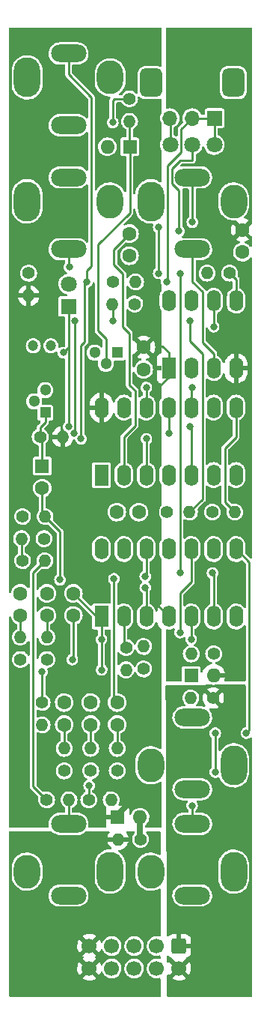
<source format=gtl>
%TF.GenerationSoftware,KiCad,Pcbnew,(6.0.1)*%
%TF.CreationDate,2022-11-03T13:02:17-04:00*%
%TF.ProjectId,ER-SH-NOISE-01,45522d53-482d-44e4-9f49-53452d30312e,1*%
%TF.SameCoordinates,Original*%
%TF.FileFunction,Copper,L1,Top*%
%TF.FilePolarity,Positive*%
%FSLAX46Y46*%
G04 Gerber Fmt 4.6, Leading zero omitted, Abs format (unit mm)*
G04 Created by KiCad (PCBNEW (6.0.1)) date 2022-11-03 13:02:17*
%MOMM*%
%LPD*%
G01*
G04 APERTURE LIST*
G04 Aperture macros list*
%AMRoundRect*
0 Rectangle with rounded corners*
0 $1 Rounding radius*
0 $2 $3 $4 $5 $6 $7 $8 $9 X,Y pos of 4 corners*
0 Add a 4 corners polygon primitive as box body*
4,1,4,$2,$3,$4,$5,$6,$7,$8,$9,$2,$3,0*
0 Add four circle primitives for the rounded corners*
1,1,$1+$1,$2,$3*
1,1,$1+$1,$4,$5*
1,1,$1+$1,$6,$7*
1,1,$1+$1,$8,$9*
0 Add four rect primitives between the rounded corners*
20,1,$1+$1,$2,$3,$4,$5,0*
20,1,$1+$1,$4,$5,$6,$7,0*
20,1,$1+$1,$6,$7,$8,$9,0*
20,1,$1+$1,$8,$9,$2,$3,0*%
G04 Aperture macros list end*
%TA.AperFunction,ComponentPad*%
%ADD10R,1.600000X2.400000*%
%TD*%
%TA.AperFunction,ComponentPad*%
%ADD11O,1.600000X2.400000*%
%TD*%
%TA.AperFunction,ComponentPad*%
%ADD12C,1.400000*%
%TD*%
%TA.AperFunction,ComponentPad*%
%ADD13O,1.400000X1.400000*%
%TD*%
%TA.AperFunction,ComponentPad*%
%ADD14R,1.600000X1.600000*%
%TD*%
%TA.AperFunction,ComponentPad*%
%ADD15O,1.600000X1.600000*%
%TD*%
%TA.AperFunction,ComponentPad*%
%ADD16C,1.600000*%
%TD*%
%TA.AperFunction,ComponentPad*%
%ADD17R,1.700000X1.700000*%
%TD*%
%TA.AperFunction,ComponentPad*%
%ADD18O,1.700000X1.700000*%
%TD*%
%TA.AperFunction,ComponentPad*%
%ADD19RoundRect,0.250000X-0.600000X0.600000X-0.600000X-0.600000X0.600000X-0.600000X0.600000X0.600000X0*%
%TD*%
%TA.AperFunction,ComponentPad*%
%ADD20C,1.700000*%
%TD*%
%TA.AperFunction,ComponentPad*%
%ADD21R,1.300000X1.300000*%
%TD*%
%TA.AperFunction,ComponentPad*%
%ADD22C,1.300000*%
%TD*%
%TA.AperFunction,ComponentPad*%
%ADD23C,1.200000*%
%TD*%
%TA.AperFunction,ComponentPad*%
%ADD24O,3.000000X4.500000*%
%TD*%
%TA.AperFunction,ComponentPad*%
%ADD25O,3.000000X3.800000*%
%TD*%
%TA.AperFunction,ComponentPad*%
%ADD26O,4.000000X2.000000*%
%TD*%
%TA.AperFunction,WasherPad*%
%ADD27RoundRect,0.578704X0.671296X-1.021296X0.671296X1.021296X-0.671296X1.021296X-0.671296X-1.021296X0*%
%TD*%
%TA.AperFunction,WasherPad*%
%ADD28RoundRect,0.625000X0.625000X-0.975000X0.625000X0.975000X-0.625000X0.975000X-0.625000X-0.975000X0*%
%TD*%
%TA.AperFunction,ComponentPad*%
%ADD29C,1.800000*%
%TD*%
%TA.AperFunction,ComponentPad*%
%ADD30R,1.800000X1.800000*%
%TD*%
%TA.AperFunction,ViaPad*%
%ADD31C,0.800000*%
%TD*%
%TA.AperFunction,Conductor*%
%ADD32C,0.250000*%
%TD*%
%TA.AperFunction,Conductor*%
%ADD33C,0.635000*%
%TD*%
%TA.AperFunction,Conductor*%
%ADD34C,0.254000*%
%TD*%
G04 APERTURE END LIST*
D10*
%TO.P,U1,1,V+*%
%TO.N,+12V*%
X116850008Y-48249992D03*
D11*
%TO.P,U1,2,Adj*%
%TO.N,unconnected-(U3-Pad2)*%
X119390008Y-48249992D03*
%TO.P,U1,3,I*%
%TO.N,/SH_IN*%
X121930008Y-48249992D03*
%TO.P,U1,4,V-*%
%TO.N,-12V*%
X124470008Y-48249992D03*
%TO.P,U1,5*%
%TO.N,Net-(R22-Pad1)*%
X124470008Y-40629992D03*
%TO.P,U1,6,Ch*%
%TO.N,Net-(C2-Pad1)*%
X121930008Y-40629992D03*
%TO.P,U1,7,T*%
%TO.N,GND*%
X119390008Y-40629992D03*
%TO.P,U1,8,Hold*%
%TO.N,Net-(R5-Pad1)*%
X116850008Y-40629992D03*
%TD*%
D12*
%TO.P,R19,1*%
%TO.N,GND*%
X105000000Y-93720000D03*
D13*
%TO.P,R19,2*%
%TO.N,Net-(C5-Pad1)*%
X105000000Y-91180000D03*
%TD*%
D14*
%TO.P,D2,1,K*%
%TO.N,+12V*%
X111045515Y-98958400D03*
D15*
%TO.P,D2,2,A*%
%TO.N,Net-(D2-Pad2)*%
X113585515Y-98958400D03*
%TD*%
D12*
%TO.P,R6,1*%
%TO.N,Net-(C4-Pad1)*%
X102280000Y-56000000D03*
D13*
%TO.P,R6,2*%
%TO.N,+12V*%
X104820000Y-56000000D03*
%TD*%
D10*
%TO.P,U2,1*%
%TO.N,Net-(C1-Pad1)*%
X109214996Y-60314992D03*
D11*
%TO.P,U2,2*%
X111754996Y-60314992D03*
%TO.P,U2,3*%
%TO.N,/INT_CLK*%
X114294996Y-60314992D03*
%TO.P,U2,4*%
%TO.N,Net-(C3-Pad1)*%
X116834996Y-60314992D03*
%TO.P,U2,5*%
%TO.N,Net-(DS1-Pad1)*%
X119374996Y-60314992D03*
%TO.P,U2,6*%
X121914996Y-60314992D03*
%TO.P,U2,7,GND*%
%TO.N,GND*%
X124454996Y-60314992D03*
%TO.P,U2,8*%
%TO.N,Net-(C3-Pad2)*%
X124454996Y-52694992D03*
%TO.P,U2,9*%
X121914996Y-52694992D03*
%TO.P,U2,10*%
%TO.N,Net-(U1-Pad10)*%
X119374996Y-52694992D03*
%TO.P,U2,11*%
%TO.N,Net-(R5-Pad2)*%
X116834996Y-52694992D03*
%TO.P,U2,12*%
%TO.N,Net-(U1-Pad10)*%
X114294996Y-52694992D03*
%TO.P,U2,13*%
X111754996Y-52694992D03*
%TO.P,U2,14,VCC*%
%TO.N,+12V*%
X109214996Y-52694992D03*
%TD*%
D16*
%TO.P,C12,1*%
%TO.N,Net-(C7-Pad1)*%
X111000007Y-88500001D03*
%TO.P,C12,2*%
%TO.N,Net-(C5-Pad2)*%
X111000007Y-86000001D03*
%TD*%
%TO.P,C1,1*%
%TO.N,Net-(C1-Pad1)*%
X112395000Y-33039990D03*
%TO.P,C1,2*%
%TO.N,GND*%
X112395000Y-35539990D03*
%TD*%
D12*
%TO.P,R13,1*%
%TO.N,Net-(C10-Pad1)*%
X103045000Y-81150000D03*
D13*
%TO.P,R13,2*%
%TO.N,Net-(C9-Pad1)*%
X103045000Y-78610000D03*
%TD*%
D12*
%TO.P,R5,1*%
%TO.N,Net-(R5-Pad1)*%
X112980000Y-41000000D03*
D13*
%TO.P,R5,2*%
%TO.N,Net-(R5-Pad2)*%
X110440000Y-41000000D03*
%TD*%
D12*
%TO.P,R3,1*%
%TO.N,Net-(R22-Pad1)*%
X123720000Y-37500000D03*
D13*
%TO.P,R3,2*%
%TO.N,/SH_OUT*%
X121180000Y-37500000D03*
%TD*%
D17*
%TO.P,J2,1,Pin_1*%
%TO.N,Net-(J5-Pad1)*%
X122025004Y-20000001D03*
D18*
%TO.P,J2,2,Pin_2*%
X119485004Y-20000001D03*
%TO.P,J2,3,Pin_3*%
%TO.N,Net-(J5-Pad3)*%
X116945004Y-20000001D03*
%TD*%
D14*
%TO.P,D3,1,K*%
%TO.N,Net-(D3-Pad1)*%
X119380000Y-82956400D03*
D15*
%TO.P,D3,2,A*%
%TO.N,-12V*%
X121920000Y-82956400D03*
%TD*%
D12*
%TO.P,R18,1*%
%TO.N,/NOISE_WB*%
X102500000Y-86000000D03*
D13*
%TO.P,R18,2*%
%TO.N,Net-(C5-Pad2)*%
X102500000Y-88540000D03*
%TD*%
D19*
%TO.P,J8,1,Pin_1*%
%TO.N,-12VA*%
X118000000Y-113500000D03*
D20*
%TO.P,J8,2,Pin_2*%
X118000000Y-116040000D03*
%TO.P,J8,3,Pin_3*%
%TO.N,GND*%
X115460000Y-113500000D03*
%TO.P,J8,4,Pin_4*%
X115460000Y-116040000D03*
%TO.P,J8,5,Pin_5*%
X112920000Y-113500000D03*
%TO.P,J8,6,Pin_6*%
X112920000Y-116040000D03*
%TO.P,J8,7,Pin_7*%
X110380000Y-113500000D03*
%TO.P,J8,8,Pin_8*%
X110380000Y-116040000D03*
%TO.P,J8,9,Pin_9*%
%TO.N,+12VA*%
X107840000Y-113500000D03*
%TO.P,J8,10,Pin_10*%
X107840000Y-116040000D03*
%TD*%
D12*
%TO.P,R11,1*%
%TO.N,Net-(R16-Pad2)*%
X100280000Y-70000000D03*
D13*
%TO.P,R11,2*%
%TO.N,Net-(R17-Pad2)*%
X102820000Y-70000000D03*
%TD*%
D12*
%TO.P,R23,1*%
%TO.N,Net-(R21-Pad1)*%
X107780000Y-97000000D03*
D13*
%TO.P,R23,2*%
%TO.N,/BLUE*%
X110320000Y-97000000D03*
%TD*%
D16*
%TO.P,C7,1*%
%TO.N,Net-(C8-Pad1)*%
X100045012Y-76180010D03*
%TO.P,C7,2*%
%TO.N,/NOISE_WB*%
X100045012Y-73680010D03*
%TD*%
D14*
%TO.P,D1,1,K*%
%TO.N,Net-(D1-Pad1)*%
X112423686Y-23241000D03*
D15*
%TO.P,D1,2,A*%
%TO.N,GND*%
X109883686Y-23241000D03*
%TD*%
D14*
%TO.P,C5,1*%
%TO.N,Net-(C4-Pad1)*%
X102500000Y-59294888D03*
D16*
%TO.P,C5,2*%
%TO.N,Net-(C4-Pad2)*%
X102500000Y-61794888D03*
%TD*%
D12*
%TO.P,R4,1*%
%TO.N,/INT_CLK*%
X110540000Y-38500000D03*
D13*
%TO.P,R4,2*%
%TO.N,Net-(J5-Pad1)*%
X113080000Y-38500000D03*
%TD*%
D12*
%TO.P,R2,1*%
%TO.N,Net-(DS1-Pad2)*%
X100965000Y-37515000D03*
D13*
%TO.P,R2,2*%
%TO.N,+12V*%
X100965000Y-40055000D03*
%TD*%
D12*
%TO.P,R15,1*%
%TO.N,GND*%
X114000000Y-82220000D03*
D13*
%TO.P,R15,2*%
%TO.N,Net-(R10-Pad1)*%
X114000000Y-79680000D03*
%TD*%
D12*
%TO.P,R20,1*%
%TO.N,GND*%
X108000000Y-93720000D03*
D13*
%TO.P,R20,2*%
%TO.N,Net-(C6-Pad1)*%
X108000000Y-91180000D03*
%TD*%
D12*
%TO.P,R9,1*%
%TO.N,GND*%
X100280000Y-65000000D03*
D13*
%TO.P,R9,2*%
%TO.N,Net-(C4-Pad2)*%
X102820000Y-65000000D03*
%TD*%
D10*
%TO.P,U3,1*%
%TO.N,/NOISE_WB*%
X109214996Y-76300000D03*
D11*
%TO.P,U3,2,-*%
%TO.N,Net-(R10-Pad1)*%
X111754996Y-76300000D03*
%TO.P,U3,3,+*%
%TO.N,Net-(C4-Pad2)*%
X114294996Y-76300000D03*
%TO.P,U3,4,V+*%
%TO.N,+12V*%
X116834996Y-76300000D03*
%TO.P,U3,5,+*%
%TO.N,/NOISE_WB*%
X119374996Y-76300000D03*
%TO.P,U3,6,-*%
%TO.N,/WHITEUB*%
X121914996Y-76300000D03*
%TO.P,U3,7*%
X124454996Y-76300000D03*
%TO.P,U3,8*%
%TO.N,Net-(R21-Pad1)*%
X124454996Y-68680000D03*
%TO.P,U3,9,-*%
X121914996Y-68680000D03*
%TO.P,U3,10,+*%
%TO.N,Net-(C10-Pad1)*%
X119374996Y-68680000D03*
%TO.P,U3,11,V-*%
%TO.N,GND*%
X116834996Y-68680000D03*
%TO.P,U3,12,+*%
%TO.N,Net-(C5-Pad2)*%
X114294996Y-68680000D03*
%TO.P,U3,13,-*%
%TO.N,Net-(R16-Pad2)*%
X111754996Y-68680000D03*
%TO.P,U3,14*%
%TO.N,Net-(R17-Pad2)*%
X109214996Y-68680000D03*
%TD*%
D12*
%TO.P,R8,1*%
%TO.N,GND*%
X121780000Y-64500000D03*
D13*
%TO.P,R8,2*%
%TO.N,Net-(C3-Pad2)*%
X124320000Y-64500000D03*
%TD*%
D12*
%TO.P,R14,1*%
%TO.N,Net-(R10-Pad1)*%
X112000000Y-79780000D03*
D13*
%TO.P,R14,2*%
%TO.N,/NOISE_WB*%
X112000000Y-82320000D03*
%TD*%
D16*
%TO.P,C9,1*%
%TO.N,Net-(C10-Pad1)*%
X106045000Y-76180010D03*
%TO.P,C9,2*%
%TO.N,/NOISE_WB*%
X106045000Y-73680010D03*
%TD*%
D12*
%TO.P,R7,1*%
%TO.N,GND*%
X116650000Y-64500000D03*
D13*
%TO.P,R7,2*%
%TO.N,Net-(R5-Pad1)*%
X119190000Y-64500000D03*
%TD*%
D12*
%TO.P,R1,1*%
%TO.N,/TRIG_IN*%
X112395000Y-17830000D03*
D13*
%TO.P,R1,2*%
%TO.N,Net-(D1-Pad1)*%
X112395000Y-20370000D03*
%TD*%
D16*
%TO.P,C6,1*%
%TO.N,Net-(C3-Pad1)*%
X110954990Y-64500000D03*
%TO.P,C6,2*%
%TO.N,Net-(C3-Pad2)*%
X113454990Y-64500000D03*
%TD*%
D21*
%TO.P,Q2,1,E*%
%TO.N,Net-(C4-Pad1)*%
X102860000Y-53270000D03*
D22*
%TO.P,Q2,2,B*%
%TO.N,GND*%
X101590000Y-52000000D03*
%TO.P,Q2,3,C*%
%TO.N,unconnected-(Q2-Pad3)*%
X102860000Y-50730000D03*
%TD*%
D16*
%TO.P,C8,1*%
%TO.N,Net-(C9-Pad1)*%
X103045006Y-76180010D03*
%TO.P,C8,2*%
%TO.N,/NOISE_WB*%
X103045006Y-73680010D03*
%TD*%
D21*
%TO.P,Q1,1,E*%
%TO.N,GND*%
X110998000Y-46482000D03*
D22*
%TO.P,Q1,2,B*%
%TO.N,Net-(D1-Pad1)*%
X109728000Y-47752000D03*
%TO.P,Q1,3,C*%
%TO.N,Net-(DS1-Pad1)*%
X108458000Y-46482000D03*
%TD*%
D12*
%TO.P,R22,1*%
%TO.N,Net-(R17-Pad2)*%
X103000000Y-97000000D03*
D13*
%TO.P,R22,2*%
%TO.N,/PINK*%
X105540000Y-97000000D03*
%TD*%
D12*
%TO.P,R21,1*%
%TO.N,GND*%
X111000000Y-93720000D03*
D13*
%TO.P,R21,2*%
%TO.N,Net-(C7-Pad1)*%
X111000000Y-91180000D03*
%TD*%
D12*
%TO.P,R24,1*%
%TO.N,Net-(D2-Pad2)*%
X113640400Y-101447600D03*
D13*
%TO.P,R24,2*%
%TO.N,+12VA*%
X111100400Y-101447600D03*
%TD*%
D16*
%TO.P,C4,1*%
%TO.N,+12V*%
X113995200Y-45872400D03*
%TO.P,C4,2*%
%TO.N,GND*%
X113995200Y-48372400D03*
%TD*%
D12*
%TO.P,R12,1*%
%TO.N,Net-(C10-Pad1)*%
X100045000Y-81150000D03*
D13*
%TO.P,R12,2*%
%TO.N,Net-(C8-Pad1)*%
X100045000Y-78610000D03*
%TD*%
D12*
%TO.P,R17,1*%
%TO.N,-12VA*%
X121870000Y-85496400D03*
D13*
%TO.P,R17,2*%
%TO.N,Net-(D3-Pad1)*%
X119330000Y-85496400D03*
%TD*%
D12*
%TO.P,R16,1*%
%TO.N,/WHITEUB*%
X121920800Y-80518000D03*
D13*
%TO.P,R16,2*%
%TO.N,/WHITE*%
X119380800Y-80518000D03*
%TD*%
D23*
%TO.P,C3,1*%
%TO.N,Net-(C2-Pad1)*%
X103500000Y-45720000D03*
%TO.P,C3,2*%
%TO.N,GND*%
X101500000Y-45720000D03*
%TD*%
D16*
%TO.P,C10,1*%
%TO.N,Net-(C5-Pad1)*%
X104999993Y-88500001D03*
%TO.P,C10,2*%
%TO.N,Net-(C5-Pad2)*%
X104999993Y-86000001D03*
%TD*%
D12*
%TO.P,R10,1*%
%TO.N,GND*%
X102720000Y-67500000D03*
D13*
%TO.P,R10,2*%
%TO.N,Net-(R16-Pad2)*%
X100180000Y-67500000D03*
%TD*%
D16*
%TO.P,C11,1*%
%TO.N,Net-(C6-Pad1)*%
X108000013Y-88500001D03*
%TO.P,C11,2*%
%TO.N,Net-(C5-Pad2)*%
X108000013Y-86000001D03*
%TD*%
%TO.P,C2,1*%
%TO.N,-12V*%
X125171200Y-32633590D03*
%TO.P,C2,2*%
%TO.N,GND*%
X125171200Y-35133590D03*
%TD*%
D24*
%TO.P,J5,S*%
%TO.N,GND*%
X124200000Y-93100000D03*
D25*
X114800000Y-93100000D03*
D26*
%TO.P,J5,T*%
%TO.N,/WHITE*%
X119500000Y-87700000D03*
%TO.P,J5,TN*%
%TO.N,unconnected-(J4-PadTN)*%
X119500000Y-95800000D03*
%TD*%
D25*
%TO.P,J1,S*%
%TO.N,GND*%
X110200000Y-15400000D03*
D24*
X100800000Y-15400000D03*
D26*
%TO.P,J1,T*%
%TO.N,/TRIG_IN*%
X105500000Y-20800000D03*
%TO.P,J1,TN*%
%TO.N,/INT_CLK*%
X105500000Y-12700000D03*
%TD*%
D24*
%TO.P,J7,S*%
%TO.N,GND*%
X110200000Y-105100000D03*
D25*
X100800000Y-105100000D03*
D26*
%TO.P,J7,T*%
%TO.N,/PINK*%
X105500000Y-99700000D03*
%TO.P,J7,TN*%
%TO.N,unconnected-(J7-PadTN)*%
X105500000Y-107800000D03*
%TD*%
D24*
%TO.P,J3,S*%
%TO.N,GND*%
X100800000Y-29400000D03*
D25*
X110200000Y-29400000D03*
D26*
%TO.P,J3,T*%
%TO.N,/SH_OUT*%
X105500000Y-34800000D03*
%TO.P,J3,TN*%
%TO.N,unconnected-(J3-PadTN)*%
X105500000Y-26700000D03*
%TD*%
D25*
%TO.P,J6,S*%
%TO.N,GND*%
X114800000Y-105100000D03*
D24*
X124200000Y-105100000D03*
D26*
%TO.P,J6,T*%
%TO.N,/BLUE*%
X119500000Y-99700000D03*
%TO.P,J6,TN*%
%TO.N,unconnected-(J8-PadTN)*%
X119500000Y-107800000D03*
%TD*%
D27*
%TO.P,RV1,*%
%TO.N,*%
X114850000Y-16000000D03*
D28*
X124150000Y-16000000D03*
D29*
%TO.P,RV1,1,1*%
%TO.N,Net-(J5-Pad3)*%
X117000000Y-23000000D03*
%TO.P,RV1,2,2*%
%TO.N,Net-(C1-Pad1)*%
X119500000Y-23000000D03*
%TO.P,RV1,3,3*%
%TO.N,Net-(J5-Pad1)*%
X122000000Y-23000000D03*
%TD*%
D24*
%TO.P,J4,S*%
%TO.N,GND*%
X114800000Y-29400000D03*
D25*
X124200000Y-29400000D03*
D26*
%TO.P,J4,T*%
%TO.N,/SH_IN*%
X119500000Y-34800000D03*
%TO.P,J4,TN*%
%TO.N,/WHITEUB*%
X119500000Y-26700000D03*
%TD*%
D30*
%TO.P,DS1,1,K*%
%TO.N,Net-(DS1-Pad1)*%
X105499992Y-41275000D03*
D29*
%TO.P,DS1,2,A*%
%TO.N,Net-(DS1-Pad2)*%
X105499992Y-38735000D03*
%TD*%
D31*
%TO.N,+12V*%
X115570000Y-57023000D03*
X109220000Y-57023000D03*
%TO.N,Net-(C1-Pad1)*%
X117983000Y-32766000D03*
%TO.N,Net-(C4-Pad2)*%
X114173000Y-73025000D03*
X104521000Y-72136000D03*
%TO.N,Net-(C5-Pad2)*%
X110630480Y-72022480D03*
X114173000Y-71755000D03*
%TO.N,/NOISE_WB*%
X109215000Y-78872000D03*
X109244000Y-82320000D03*
X102489000Y-82550000D03*
X119375000Y-78872000D03*
%TO.N,/INT_CLK*%
X114300000Y-56223500D03*
X106916383Y-56223500D03*
X107569000Y-38481000D03*
%TO.N,Net-(J5-Pad1)*%
X116586000Y-38481000D03*
%TO.N,/TRIG_IN*%
X110500000Y-20500000D03*
%TO.N,Net-(R5-Pad1)*%
X119253000Y-42926000D03*
%TO.N,Net-(C10-Pad1)*%
X105918000Y-81153000D03*
X118110000Y-78105000D03*
%TO.N,Net-(DS1-Pad1)*%
X119253000Y-54864000D03*
X105500000Y-54827000D03*
X104902000Y-46482000D03*
%TO.N,/WHITEUB*%
X115697000Y-32315490D03*
X115697000Y-37524500D03*
X118110000Y-71374000D03*
X119507000Y-31750000D03*
X121793000Y-71374000D03*
X118110000Y-37524500D03*
%TO.N,/SH_OUT*%
X105567000Y-36800000D03*
%TO.N,Net-(C2-Pad1)*%
X121920000Y-43561000D03*
%TO.N,Net-(R5-Pad2)*%
X110490000Y-42926000D03*
X116840000Y-55588500D03*
X106224500Y-42926011D03*
X106129583Y-55603293D03*
%TO.N,Net-(U1-Pad10)*%
X114300000Y-50419000D03*
X119507000Y-50419000D03*
%TO.N,/BLUE*%
X119481600Y-97637600D03*
%TO.N,Net-(R21-Pad1)*%
X125628400Y-89458800D03*
X107823000Y-95377000D03*
X122100492Y-89481508D03*
X122100492Y-93853109D03*
%TD*%
D32*
%TO.N,+12V*%
X116850008Y-48249992D02*
X116850008Y-46492008D01*
X116850008Y-49215192D02*
X115722400Y-50342800D01*
X116850008Y-46492008D02*
X116128800Y-45770800D01*
X109215000Y-57018000D02*
X109215000Y-52695000D01*
X115570000Y-75035000D02*
X115570000Y-68707000D01*
X116835000Y-76300000D02*
X115570000Y-75035000D01*
X116128800Y-45770800D02*
X115722400Y-45770800D01*
D33*
X111045515Y-98707685D02*
X112166400Y-97586800D01*
D32*
X109220000Y-57023000D02*
X109215000Y-57018000D01*
X115570000Y-68707000D02*
X115570000Y-57023000D01*
%TO.N,Net-(C1-Pad1)*%
X113030000Y-54737000D02*
X111755000Y-56012000D01*
X112395000Y-33039990D02*
X110617000Y-34817990D01*
X117175480Y-27386480D02*
X117983000Y-28194000D01*
X119499990Y-24757990D02*
X119499990Y-24772010D01*
X117175480Y-25699520D02*
X117175480Y-27386480D01*
X112369600Y-50139600D02*
X113030000Y-50800000D01*
X111633000Y-37592000D02*
X111633000Y-43561000D01*
X110617000Y-36576000D02*
X111633000Y-37592000D01*
X111633000Y-43561000D02*
X112369600Y-44297600D01*
X110617000Y-34817990D02*
X110617000Y-36576000D01*
X111755000Y-56012000D02*
X111755000Y-60315000D01*
X113030000Y-50800000D02*
X113030000Y-54737000D01*
X118102990Y-24772010D02*
X117175480Y-25699520D01*
X112369600Y-44297600D02*
X112369600Y-50139600D01*
X119499990Y-24772010D02*
X118102990Y-24772010D01*
X119499990Y-23049996D02*
X119499990Y-24757990D01*
X117983000Y-28194000D02*
X117983000Y-32766000D01*
%TO.N,Net-(C3-Pad2)*%
X124460000Y-56007000D02*
X124455000Y-56002000D01*
X123190000Y-63370000D02*
X123190000Y-57277000D01*
X123190000Y-57277000D02*
X124460000Y-56007000D01*
X124320000Y-64500000D02*
X123190000Y-63370000D01*
X124455000Y-56002000D02*
X124455000Y-52695000D01*
%TO.N,Net-(C4-Pad1)*%
X102500000Y-59294888D02*
X102500000Y-56220000D01*
X102860000Y-54366000D02*
X102280000Y-54946000D01*
X102860000Y-53270000D02*
X102860000Y-54366000D01*
X102280000Y-54946000D02*
X102280000Y-56000000D01*
%TO.N,Net-(C4-Pad2)*%
X104521000Y-72136000D02*
X104521000Y-66701000D01*
X104521000Y-66701000D02*
X102820000Y-65000000D01*
X114295000Y-73147000D02*
X114173000Y-73025000D01*
X114295000Y-76300000D02*
X114295000Y-73147000D01*
X102500000Y-61794888D02*
X102500000Y-64680000D01*
%TO.N,Net-(C5-Pad1)*%
X104999993Y-88500001D02*
X104999993Y-91179993D01*
%TO.N,Net-(C5-Pad2)*%
X114295000Y-71633000D02*
X114173000Y-71755000D01*
X114295000Y-68680000D02*
X114295000Y-71633000D01*
X110630480Y-85630474D02*
X110630480Y-72022480D01*
%TO.N,Net-(C6-Pad1)*%
X108000013Y-88500001D02*
X108000013Y-91179987D01*
%TO.N,Net-(C7-Pad1)*%
X111000007Y-88500001D02*
X111000007Y-91179993D01*
%TO.N,/NOISE_WB*%
X102500000Y-86000000D02*
X102500000Y-82561000D01*
X106045000Y-73680010D02*
X108664990Y-76300000D01*
X119375000Y-76300000D02*
X119375000Y-78872000D01*
X102500000Y-82561000D02*
X102489000Y-82550000D01*
X109215000Y-82291000D02*
X109244000Y-82320000D01*
X109215000Y-78872000D02*
X109215000Y-82291000D01*
X109215000Y-76300000D02*
X109215000Y-78872000D01*
%TO.N,Net-(C9-Pad1)*%
X103045006Y-76180010D02*
X103045006Y-78609994D01*
%TO.N,Net-(C8-Pad1)*%
X100045012Y-76180010D02*
X100045012Y-78609988D01*
%TO.N,Net-(D1-Pad1)*%
X112423686Y-30705314D02*
X108839000Y-34290000D01*
X112395000Y-20370000D02*
X112395000Y-23212314D01*
X108839000Y-44018200D02*
X109728000Y-44907200D01*
X109728000Y-44907200D02*
X109728000Y-47752000D01*
X112423686Y-23241000D02*
X112423686Y-30705314D01*
X108839000Y-34290000D02*
X108839000Y-44018200D01*
%TO.N,/INT_CLK*%
X107569000Y-37211000D02*
X108077000Y-36703000D01*
X107315000Y-45288200D02*
X106916383Y-45686817D01*
X105499992Y-12699996D02*
X105499992Y-15075992D01*
X107569000Y-38481000D02*
X107315000Y-38735000D01*
X106916383Y-45686817D02*
X106916383Y-56223500D01*
X114295000Y-60315000D02*
X114295000Y-56228500D01*
X107315000Y-38735000D02*
X107315000Y-45288200D01*
X105499992Y-15075992D02*
X108077000Y-17653000D01*
X114295000Y-56228500D02*
X114300000Y-56223500D01*
X108077000Y-17653000D02*
X108077000Y-36703000D01*
X107569000Y-38481000D02*
X107569000Y-37211000D01*
%TO.N,Net-(J5-Pad1)*%
X118237000Y-21248000D02*
X118237000Y-23876000D01*
X116713000Y-38354000D02*
X116586000Y-38481000D01*
X116713000Y-25400000D02*
X116713000Y-38354000D01*
X121999990Y-23049996D02*
X121999990Y-20025010D01*
D34*
X119485004Y-20000001D02*
X122025004Y-20000001D01*
D32*
X118237000Y-23876000D02*
X116713000Y-25400000D01*
X119485000Y-20000000D02*
X118237000Y-21248000D01*
%TO.N,/TRIG_IN*%
X110500000Y-20500000D02*
X110500000Y-18000000D01*
X112395000Y-17830000D02*
X110670000Y-17830000D01*
X110500000Y-18000000D02*
X110670000Y-17830000D01*
%TO.N,Net-(R5-Pad1)*%
X119190000Y-64500000D02*
X120650000Y-63040000D01*
X119253000Y-45212000D02*
X119253000Y-42926000D01*
X120650000Y-63040000D02*
X120650000Y-46609000D01*
X119253000Y-45212000D02*
X120650000Y-46609000D01*
%TO.N,Net-(C10-Pad1)*%
X119375000Y-72395000D02*
X118110000Y-73660000D01*
X119375000Y-68680000D02*
X119375000Y-72395000D01*
X106045000Y-81026000D02*
X106045000Y-76180010D01*
X105918000Y-81153000D02*
X106045000Y-81026000D01*
X118110000Y-73660000D02*
X118110000Y-78105000D01*
%TO.N,Net-(DS1-Pad1)*%
X105500000Y-41275000D02*
X105500000Y-54827000D01*
X105500000Y-45884000D02*
X104902000Y-46482000D01*
X119253000Y-54864000D02*
X119375000Y-54986000D01*
X119375000Y-54986000D02*
X119375000Y-60315000D01*
%TO.N,/WHITEUB*%
X115697000Y-37524500D02*
X115697000Y-32315490D01*
X119507000Y-31750000D02*
X119500000Y-31743000D01*
X118110000Y-71374000D02*
X118110000Y-37846000D01*
X121914996Y-71495996D02*
X121793000Y-71374000D01*
X119500000Y-31743000D02*
X119500000Y-26700000D01*
X118110000Y-37846000D02*
X118110000Y-37524500D01*
X121914996Y-76300000D02*
X121914996Y-71495996D01*
%TO.N,Net-(J5-Pad3)*%
X116999990Y-23049996D02*
X116999990Y-20054990D01*
%TO.N,/SH_OUT*%
X105500000Y-36733000D02*
X105567000Y-36800000D01*
X105500000Y-34800000D02*
X105500000Y-36733000D01*
%TO.N,Net-(C2-Pad1)*%
X121930000Y-43551000D02*
X121920000Y-43561000D01*
X121930000Y-40630000D02*
X121930000Y-43551000D01*
%TO.N,Net-(R5-Pad2)*%
X116835000Y-55583500D02*
X116840000Y-55588500D01*
X106224511Y-42926022D02*
X106224500Y-42926011D01*
X110490000Y-42926000D02*
X110490000Y-41050000D01*
X106224511Y-43232511D02*
X106224511Y-42926022D01*
X106129583Y-55603293D02*
X106224511Y-55508365D01*
X116835000Y-52695000D02*
X116835000Y-55583500D01*
X106224511Y-55508365D02*
X106224511Y-43232511D01*
%TO.N,Net-(U1-Pad10)*%
X119375000Y-52695000D02*
X119375000Y-50551000D01*
X114295000Y-52695000D02*
X114295000Y-50424000D01*
X114295000Y-50424000D02*
X114300000Y-50419000D01*
X119375000Y-50551000D02*
X119507000Y-50419000D01*
%TO.N,Net-(R10-Pad1)*%
X111755000Y-76300000D02*
X111755000Y-79535000D01*
%TO.N,Net-(R16-Pad2)*%
X100180000Y-67500000D02*
X100180000Y-69900000D01*
%TO.N,Net-(R17-Pad2)*%
X102820000Y-70000000D02*
X101475489Y-71344511D01*
X101475489Y-95475489D02*
X103000000Y-97000000D01*
X101475489Y-71344511D02*
X101475489Y-95475489D01*
%TO.N,/PINK*%
X105499992Y-99699994D02*
X105499992Y-97040008D01*
%TO.N,/BLUE*%
X119481600Y-97637600D02*
X119481600Y-99681604D01*
%TO.N,/SH_IN*%
X120650000Y-45339000D02*
X120650000Y-39608729D01*
X120650000Y-39608729D02*
X119500000Y-38458729D01*
X121930000Y-48250000D02*
X121930000Y-46619000D01*
X121930000Y-46619000D02*
X120650000Y-45339000D01*
X119500000Y-38458729D02*
X119500000Y-34800000D01*
%TO.N,Net-(R21-Pad1)*%
X122100492Y-93853109D02*
X122100492Y-89481508D01*
X125628400Y-89458800D02*
X125933200Y-89154000D01*
X125933200Y-89154000D02*
X125933200Y-70158204D01*
X125933200Y-70158204D02*
X124454996Y-68680000D01*
X107780000Y-97000000D02*
X107780000Y-95420000D01*
X107780000Y-95420000D02*
X107823000Y-95377000D01*
%TO.N,Net-(R22-Pad1)*%
X123720000Y-37500000D02*
X124470000Y-38250000D01*
X124470000Y-38250000D02*
X124470000Y-40630000D01*
D33*
%TO.N,Net-(D2-Pad2)*%
X113585515Y-98958400D02*
X113585515Y-101392715D01*
%TD*%
%TA.AperFunction,Conductor*%
%TO.N,+12VA*%
G36*
X103570918Y-100553202D02*
G01*
X103587595Y-100566006D01*
X103738464Y-100703286D01*
X103928167Y-100822286D01*
X103933376Y-100824380D01*
X103933378Y-100824381D01*
X103987846Y-100846277D01*
X104135944Y-100905812D01*
X104141436Y-100906949D01*
X104141438Y-100906950D01*
X104215435Y-100922274D01*
X104355228Y-100951224D01*
X104359839Y-100951490D01*
X104359840Y-100951490D01*
X104410225Y-100954395D01*
X104410229Y-100954395D01*
X104412048Y-100954500D01*
X106556819Y-100954500D01*
X106559606Y-100954251D01*
X106559612Y-100954251D01*
X106628962Y-100948061D01*
X106723051Y-100939664D01*
X106939051Y-100880573D01*
X106944109Y-100878161D01*
X106944113Y-100878159D01*
X107136107Y-100786583D01*
X107136109Y-100786582D01*
X107141174Y-100784166D01*
X107179016Y-100756974D01*
X107318470Y-100656766D01*
X107318472Y-100656764D01*
X107323030Y-100653489D01*
X107402469Y-100571514D01*
X107464238Y-100536515D01*
X107492952Y-100533200D01*
X110023931Y-100533200D01*
X110092052Y-100553202D01*
X110138545Y-100606858D01*
X110148649Y-100677132D01*
X110127144Y-100731471D01*
X110053398Y-100836790D01*
X110047921Y-100846277D01*
X109963242Y-101027873D01*
X109959492Y-101038177D01*
X109922534Y-101176103D01*
X109922870Y-101190199D01*
X109930812Y-101193600D01*
X112264839Y-101193600D01*
X112278370Y-101189627D01*
X112279599Y-101181078D01*
X112241308Y-101038177D01*
X112237558Y-101027873D01*
X112152879Y-100846277D01*
X112147402Y-100836790D01*
X112073656Y-100731471D01*
X112050968Y-100664197D01*
X112068253Y-100595337D01*
X112120022Y-100546753D01*
X112176869Y-100533200D01*
X112887515Y-100533200D01*
X112955636Y-100553202D01*
X113002129Y-100606858D01*
X113013515Y-100659200D01*
X113013515Y-100666952D01*
X112993513Y-100735073D01*
X112975675Y-100756974D01*
X112974143Y-100758474D01*
X112969340Y-100762336D01*
X112849019Y-100905730D01*
X112846055Y-100911122D01*
X112846052Y-100911126D01*
X112824008Y-100951224D01*
X112758841Y-101069763D01*
X112756980Y-101075630D01*
X112756979Y-101075632D01*
X112753053Y-101088009D01*
X112702241Y-101248188D01*
X112681375Y-101434209D01*
X112697039Y-101620739D01*
X112698738Y-101626664D01*
X112720226Y-101701600D01*
X112748635Y-101800675D01*
X112751450Y-101806152D01*
X112751451Y-101806155D01*
X112782889Y-101867327D01*
X112834197Y-101967162D01*
X112838020Y-101971986D01*
X112838023Y-101971990D01*
X112860594Y-102000467D01*
X112950468Y-102113859D01*
X112955162Y-102117854D01*
X113078170Y-102222542D01*
X113093018Y-102235179D01*
X113098396Y-102238185D01*
X113098398Y-102238186D01*
X113132796Y-102257410D01*
X113256418Y-102326500D01*
X113434443Y-102384344D01*
X113620314Y-102406508D01*
X113626449Y-102406036D01*
X113626451Y-102406036D01*
X113800808Y-102392620D01*
X113800813Y-102392619D01*
X113806949Y-102392147D01*
X113812879Y-102390491D01*
X113812881Y-102390491D01*
X113981313Y-102343464D01*
X113981312Y-102343464D01*
X113987241Y-102341809D01*
X114017548Y-102326500D01*
X114066174Y-102301937D01*
X114154321Y-102257410D01*
X114182776Y-102235179D01*
X114296971Y-102145960D01*
X114296972Y-102145960D01*
X114301827Y-102142166D01*
X114424138Y-102000467D01*
X114516598Y-101837708D01*
X114575683Y-101660091D01*
X114599144Y-101474380D01*
X114599518Y-101447600D01*
X114581252Y-101261306D01*
X114527149Y-101082109D01*
X114503790Y-101038177D01*
X114442164Y-100922274D01*
X114442162Y-100922271D01*
X114439270Y-100916832D01*
X114435380Y-100912062D01*
X114435377Y-100912058D01*
X114324857Y-100776548D01*
X114324854Y-100776545D01*
X114320962Y-100771773D01*
X114302240Y-100756284D01*
X114262501Y-100697451D01*
X114260879Y-100626473D01*
X114297889Y-100565886D01*
X114361779Y-100534925D01*
X114382555Y-100533200D01*
X115799600Y-100533200D01*
X115867721Y-100553202D01*
X115914214Y-100606858D01*
X115925600Y-100659200D01*
X115925600Y-103104652D01*
X115905598Y-103172773D01*
X115851942Y-103219266D01*
X115781668Y-103229370D01*
X115727783Y-103208181D01*
X115692973Y-103184032D01*
X115688783Y-103181966D01*
X115688780Y-103181964D01*
X115463278Y-103070759D01*
X115463275Y-103070758D01*
X115459090Y-103068694D01*
X115210728Y-102989193D01*
X115206121Y-102988443D01*
X115206118Y-102988442D01*
X114957955Y-102948026D01*
X114957956Y-102948026D01*
X114953344Y-102947275D01*
X114826875Y-102945620D01*
X114697267Y-102943923D01*
X114697264Y-102943923D01*
X114692590Y-102943862D01*
X114434196Y-102979028D01*
X114429710Y-102980336D01*
X114429708Y-102980336D01*
X114399321Y-102989193D01*
X114183838Y-103052000D01*
X113947016Y-103161177D01*
X113943111Y-103163737D01*
X113943106Y-103163740D01*
X113732846Y-103301592D01*
X113732841Y-103301596D01*
X113728933Y-103304158D01*
X113534379Y-103477804D01*
X113367629Y-103678300D01*
X113232345Y-103901240D01*
X113230538Y-103905548D01*
X113230538Y-103905549D01*
X113155126Y-104085387D01*
X113131500Y-104141728D01*
X113067310Y-104394480D01*
X113045500Y-104611072D01*
X113045500Y-105566206D01*
X113045673Y-105568531D01*
X113045673Y-105568537D01*
X113047189Y-105588928D01*
X113059906Y-105760059D01*
X113117458Y-106014405D01*
X113211973Y-106257450D01*
X113341375Y-106483855D01*
X113502820Y-106688647D01*
X113692761Y-106867326D01*
X113802780Y-106943649D01*
X113901280Y-107011981D01*
X113907027Y-107015968D01*
X113911217Y-107018034D01*
X113911220Y-107018036D01*
X114136722Y-107129241D01*
X114136725Y-107129242D01*
X114140910Y-107131306D01*
X114389272Y-107210807D01*
X114393879Y-107211557D01*
X114393882Y-107211558D01*
X114585254Y-107242725D01*
X114646656Y-107252725D01*
X114773125Y-107254380D01*
X114902733Y-107256077D01*
X114902736Y-107256077D01*
X114907410Y-107256138D01*
X115165804Y-107220972D01*
X115189313Y-107214120D01*
X115243469Y-107198335D01*
X115416162Y-107148000D01*
X115652984Y-107038823D01*
X115656896Y-107036258D01*
X115656900Y-107036256D01*
X115730516Y-106987992D01*
X115798451Y-106967369D01*
X115866751Y-106986749D01*
X115913732Y-107039979D01*
X115925600Y-107093364D01*
X115925600Y-112312863D01*
X115905598Y-112380984D01*
X115851942Y-112427477D01*
X115775019Y-112436442D01*
X115581613Y-112397971D01*
X115581610Y-112397971D01*
X115575946Y-112396844D01*
X115570171Y-112396768D01*
X115570167Y-112396768D01*
X115468793Y-112395441D01*
X115372971Y-112394187D01*
X115367274Y-112395166D01*
X115367273Y-112395166D01*
X115179236Y-112427477D01*
X115172910Y-112428564D01*
X114982463Y-112498824D01*
X114808010Y-112602612D01*
X114803670Y-112606418D01*
X114803666Y-112606421D01*
X114783723Y-112623911D01*
X114655392Y-112736455D01*
X114651817Y-112740990D01*
X114651816Y-112740991D01*
X114645456Y-112749059D01*
X114529720Y-112895869D01*
X114527031Y-112900980D01*
X114527029Y-112900983D01*
X114514073Y-112925609D01*
X114435203Y-113075515D01*
X114375007Y-113269378D01*
X114351148Y-113470964D01*
X114364424Y-113673522D01*
X114365845Y-113679118D01*
X114365846Y-113679123D01*
X114386119Y-113758945D01*
X114414392Y-113870269D01*
X114416809Y-113875512D01*
X114454010Y-113956208D01*
X114499377Y-114054616D01*
X114502710Y-114059332D01*
X114600131Y-114197180D01*
X114616533Y-114220389D01*
X114761938Y-114362035D01*
X114930720Y-114474812D01*
X114936023Y-114477090D01*
X114936026Y-114477092D01*
X115024707Y-114515192D01*
X115117228Y-114554942D01*
X115190244Y-114571464D01*
X115309579Y-114598467D01*
X115309584Y-114598468D01*
X115315216Y-114599742D01*
X115320987Y-114599969D01*
X115320989Y-114599969D01*
X115380756Y-114602317D01*
X115518053Y-114607712D01*
X115618499Y-114593148D01*
X115713231Y-114579413D01*
X115713236Y-114579412D01*
X115718945Y-114578584D01*
X115759101Y-114564953D01*
X115830035Y-114561998D01*
X115891307Y-114597862D01*
X115923463Y-114661159D01*
X115925600Y-114684267D01*
X115925600Y-114852863D01*
X115905598Y-114920984D01*
X115851942Y-114967477D01*
X115775019Y-114976442D01*
X115581613Y-114937971D01*
X115581610Y-114937971D01*
X115575946Y-114936844D01*
X115570171Y-114936768D01*
X115570167Y-114936768D01*
X115468793Y-114935441D01*
X115372971Y-114934187D01*
X115367274Y-114935166D01*
X115367273Y-114935166D01*
X115179236Y-114967477D01*
X115172910Y-114968564D01*
X114982463Y-115038824D01*
X114808010Y-115142612D01*
X114803670Y-115146418D01*
X114803666Y-115146421D01*
X114783723Y-115163911D01*
X114655392Y-115276455D01*
X114651817Y-115280990D01*
X114651816Y-115280991D01*
X114645456Y-115289059D01*
X114529720Y-115435869D01*
X114527031Y-115440980D01*
X114527029Y-115440983D01*
X114514073Y-115465609D01*
X114435203Y-115615515D01*
X114375007Y-115809378D01*
X114351148Y-116010964D01*
X114364424Y-116213522D01*
X114365845Y-116219118D01*
X114365846Y-116219123D01*
X114386119Y-116298945D01*
X114414392Y-116410269D01*
X114416809Y-116415512D01*
X114454010Y-116496208D01*
X114499377Y-116594616D01*
X114502710Y-116599332D01*
X114600131Y-116737180D01*
X114616533Y-116760389D01*
X114761938Y-116902035D01*
X114930720Y-117014812D01*
X114936023Y-117017090D01*
X114936026Y-117017092D01*
X115024707Y-117055192D01*
X115117228Y-117094942D01*
X115190244Y-117111464D01*
X115309579Y-117138467D01*
X115309584Y-117138468D01*
X115315216Y-117139742D01*
X115320987Y-117139969D01*
X115320989Y-117139969D01*
X115380756Y-117142317D01*
X115518053Y-117147712D01*
X115618499Y-117133148D01*
X115713231Y-117119413D01*
X115713236Y-117119412D01*
X115718945Y-117118584D01*
X115759101Y-117104953D01*
X115830035Y-117101998D01*
X115891307Y-117137862D01*
X115923463Y-117201159D01*
X115925600Y-117224267D01*
X115925600Y-119119996D01*
X115905598Y-119188117D01*
X115851942Y-119234610D01*
X115799600Y-119245996D01*
X98880000Y-119245996D01*
X98811879Y-119225994D01*
X98765386Y-119172338D01*
X98754000Y-119119996D01*
X98754000Y-117164853D01*
X107079977Y-117164853D01*
X107085258Y-117171907D01*
X107246756Y-117266279D01*
X107256042Y-117270729D01*
X107455001Y-117346703D01*
X107464899Y-117349579D01*
X107673595Y-117392038D01*
X107683823Y-117393257D01*
X107896650Y-117401062D01*
X107906936Y-117400595D01*
X108118185Y-117373534D01*
X108128262Y-117371392D01*
X108332255Y-117310191D01*
X108341842Y-117306433D01*
X108533098Y-117212738D01*
X108541944Y-117207465D01*
X108589247Y-117173723D01*
X108597648Y-117163023D01*
X108590660Y-117149870D01*
X107852812Y-116412022D01*
X107838868Y-116404408D01*
X107837035Y-116404539D01*
X107830420Y-116408790D01*
X107086737Y-117152473D01*
X107079977Y-117164853D01*
X98754000Y-117164853D01*
X98754000Y-116011863D01*
X106478050Y-116011863D01*
X106490309Y-116224477D01*
X106491745Y-116234697D01*
X106538565Y-116442446D01*
X106541645Y-116452275D01*
X106621770Y-116649603D01*
X106626413Y-116658794D01*
X106706460Y-116789420D01*
X106716916Y-116798880D01*
X106725694Y-116795096D01*
X107467978Y-116052812D01*
X107474356Y-116041132D01*
X108204408Y-116041132D01*
X108204539Y-116042965D01*
X108208790Y-116049580D01*
X108950474Y-116791264D01*
X108962484Y-116797823D01*
X108974223Y-116788855D01*
X109005004Y-116746019D01*
X109010315Y-116737180D01*
X109104670Y-116546267D01*
X109108469Y-116536672D01*
X109125066Y-116482047D01*
X109164007Y-116422683D01*
X109228862Y-116393796D01*
X109299038Y-116404558D01*
X109352256Y-116451551D01*
X109360048Y-116465922D01*
X109419377Y-116594616D01*
X109422710Y-116599332D01*
X109520131Y-116737180D01*
X109536533Y-116760389D01*
X109681938Y-116902035D01*
X109850720Y-117014812D01*
X109856023Y-117017090D01*
X109856026Y-117017092D01*
X109944707Y-117055192D01*
X110037228Y-117094942D01*
X110110244Y-117111464D01*
X110229579Y-117138467D01*
X110229584Y-117138468D01*
X110235216Y-117139742D01*
X110240987Y-117139969D01*
X110240989Y-117139969D01*
X110300756Y-117142317D01*
X110438053Y-117147712D01*
X110538499Y-117133148D01*
X110633231Y-117119413D01*
X110633236Y-117119412D01*
X110638945Y-117118584D01*
X110644409Y-117116729D01*
X110644414Y-117116728D01*
X110825693Y-117055192D01*
X110825698Y-117055190D01*
X110831165Y-117053334D01*
X111008276Y-116954147D01*
X111070934Y-116902035D01*
X111159913Y-116828031D01*
X111164345Y-116824345D01*
X111221463Y-116755669D01*
X111290453Y-116672718D01*
X111290455Y-116672715D01*
X111294147Y-116668276D01*
X111393334Y-116491165D01*
X111395190Y-116485698D01*
X111395192Y-116485693D01*
X111456728Y-116304414D01*
X111456729Y-116304409D01*
X111458584Y-116298945D01*
X111459412Y-116293236D01*
X111459413Y-116293231D01*
X111487179Y-116101727D01*
X111487712Y-116098053D01*
X111489232Y-116040000D01*
X111486564Y-116010964D01*
X111811148Y-116010964D01*
X111824424Y-116213522D01*
X111825845Y-116219118D01*
X111825846Y-116219123D01*
X111846119Y-116298945D01*
X111874392Y-116410269D01*
X111876809Y-116415512D01*
X111914010Y-116496208D01*
X111959377Y-116594616D01*
X111962710Y-116599332D01*
X112060131Y-116737180D01*
X112076533Y-116760389D01*
X112221938Y-116902035D01*
X112390720Y-117014812D01*
X112396023Y-117017090D01*
X112396026Y-117017092D01*
X112484707Y-117055192D01*
X112577228Y-117094942D01*
X112650244Y-117111464D01*
X112769579Y-117138467D01*
X112769584Y-117138468D01*
X112775216Y-117139742D01*
X112780987Y-117139969D01*
X112780989Y-117139969D01*
X112840756Y-117142317D01*
X112978053Y-117147712D01*
X113078499Y-117133148D01*
X113173231Y-117119413D01*
X113173236Y-117119412D01*
X113178945Y-117118584D01*
X113184409Y-117116729D01*
X113184414Y-117116728D01*
X113365693Y-117055192D01*
X113365698Y-117055190D01*
X113371165Y-117053334D01*
X113548276Y-116954147D01*
X113610934Y-116902035D01*
X113699913Y-116828031D01*
X113704345Y-116824345D01*
X113761463Y-116755669D01*
X113830453Y-116672718D01*
X113830455Y-116672715D01*
X113834147Y-116668276D01*
X113933334Y-116491165D01*
X113935190Y-116485698D01*
X113935192Y-116485693D01*
X113996728Y-116304414D01*
X113996729Y-116304409D01*
X113998584Y-116298945D01*
X113999412Y-116293236D01*
X113999413Y-116293231D01*
X114027179Y-116101727D01*
X114027712Y-116098053D01*
X114029232Y-116040000D01*
X114010658Y-115837859D01*
X114009090Y-115832299D01*
X113957125Y-115648046D01*
X113957124Y-115648044D01*
X113955557Y-115642487D01*
X113944978Y-115621033D01*
X113868331Y-115465609D01*
X113865776Y-115460428D01*
X113744320Y-115297779D01*
X113595258Y-115159987D01*
X113590375Y-115156906D01*
X113590371Y-115156903D01*
X113428464Y-115054748D01*
X113423581Y-115051667D01*
X113235039Y-114976446D01*
X113229379Y-114975320D01*
X113229375Y-114975319D01*
X113041613Y-114937971D01*
X113041610Y-114937971D01*
X113035946Y-114936844D01*
X113030171Y-114936768D01*
X113030167Y-114936768D01*
X112928793Y-114935441D01*
X112832971Y-114934187D01*
X112827274Y-114935166D01*
X112827273Y-114935166D01*
X112639236Y-114967477D01*
X112632910Y-114968564D01*
X112442463Y-115038824D01*
X112268010Y-115142612D01*
X112263670Y-115146418D01*
X112263666Y-115146421D01*
X112243723Y-115163911D01*
X112115392Y-115276455D01*
X112111817Y-115280990D01*
X112111816Y-115280991D01*
X112105456Y-115289059D01*
X111989720Y-115435869D01*
X111987031Y-115440980D01*
X111987029Y-115440983D01*
X111974073Y-115465609D01*
X111895203Y-115615515D01*
X111835007Y-115809378D01*
X111811148Y-116010964D01*
X111486564Y-116010964D01*
X111470658Y-115837859D01*
X111469090Y-115832299D01*
X111417125Y-115648046D01*
X111417124Y-115648044D01*
X111415557Y-115642487D01*
X111404978Y-115621033D01*
X111328331Y-115465609D01*
X111325776Y-115460428D01*
X111204320Y-115297779D01*
X111055258Y-115159987D01*
X111050375Y-115156906D01*
X111050371Y-115156903D01*
X110888464Y-115054748D01*
X110883581Y-115051667D01*
X110695039Y-114976446D01*
X110689379Y-114975320D01*
X110689375Y-114975319D01*
X110501613Y-114937971D01*
X110501610Y-114937971D01*
X110495946Y-114936844D01*
X110490171Y-114936768D01*
X110490167Y-114936768D01*
X110388793Y-114935441D01*
X110292971Y-114934187D01*
X110287274Y-114935166D01*
X110287273Y-114935166D01*
X110099236Y-114967477D01*
X110092910Y-114968564D01*
X109902463Y-115038824D01*
X109728010Y-115142612D01*
X109723670Y-115146418D01*
X109723666Y-115146421D01*
X109703723Y-115163911D01*
X109575392Y-115276455D01*
X109571817Y-115280990D01*
X109571816Y-115280991D01*
X109565456Y-115289059D01*
X109449720Y-115435869D01*
X109447031Y-115440980D01*
X109447029Y-115440983D01*
X109357589Y-115610980D01*
X109308170Y-115661952D01*
X109239037Y-115678115D01*
X109172141Y-115654336D01*
X109132003Y-115599973D01*
X109129955Y-115600863D01*
X109042972Y-115400814D01*
X109038105Y-115391739D01*
X108973063Y-115291197D01*
X108962377Y-115281995D01*
X108952812Y-115286398D01*
X108212022Y-116027188D01*
X108204408Y-116041132D01*
X107474356Y-116041132D01*
X107475592Y-116038868D01*
X107475461Y-116037035D01*
X107471210Y-116030420D01*
X106729849Y-115289059D01*
X106718313Y-115282759D01*
X106706031Y-115292382D01*
X106658089Y-115362662D01*
X106653004Y-115371613D01*
X106563338Y-115564783D01*
X106559775Y-115574470D01*
X106502864Y-115779681D01*
X106500933Y-115789800D01*
X106478302Y-116001574D01*
X106478050Y-116011863D01*
X98754000Y-116011863D01*
X98754000Y-114624853D01*
X107079977Y-114624853D01*
X107085258Y-114631907D01*
X107132479Y-114659501D01*
X107181203Y-114711139D01*
X107194274Y-114780922D01*
X107167543Y-114846694D01*
X107127087Y-114880053D01*
X107118466Y-114884541D01*
X107109734Y-114890039D01*
X107089677Y-114905099D01*
X107081223Y-114916427D01*
X107087968Y-114928758D01*
X107827188Y-115667978D01*
X107841132Y-115675592D01*
X107842965Y-115675461D01*
X107849580Y-115671210D01*
X108593389Y-114927401D01*
X108600410Y-114914544D01*
X108593611Y-114905213D01*
X108589559Y-114902521D01*
X108552116Y-114881852D01*
X108502145Y-114831420D01*
X108487373Y-114761977D01*
X108512489Y-114695572D01*
X108539840Y-114668965D01*
X108589247Y-114633723D01*
X108597648Y-114623023D01*
X108590660Y-114609870D01*
X107852812Y-113872022D01*
X107838868Y-113864408D01*
X107837035Y-113864539D01*
X107830420Y-113868790D01*
X107086737Y-114612473D01*
X107079977Y-114624853D01*
X98754000Y-114624853D01*
X98754000Y-113471863D01*
X106478050Y-113471863D01*
X106490309Y-113684477D01*
X106491745Y-113694697D01*
X106538565Y-113902446D01*
X106541645Y-113912275D01*
X106621770Y-114109603D01*
X106626413Y-114118794D01*
X106706460Y-114249420D01*
X106716916Y-114258880D01*
X106725694Y-114255096D01*
X107467978Y-113512812D01*
X107474356Y-113501132D01*
X108204408Y-113501132D01*
X108204539Y-113502965D01*
X108208790Y-113509580D01*
X108950474Y-114251264D01*
X108962484Y-114257823D01*
X108974223Y-114248855D01*
X109005004Y-114206019D01*
X109010315Y-114197180D01*
X109104670Y-114006267D01*
X109108469Y-113996672D01*
X109125066Y-113942047D01*
X109164007Y-113882683D01*
X109228862Y-113853796D01*
X109299038Y-113864558D01*
X109352256Y-113911551D01*
X109360048Y-113925922D01*
X109419377Y-114054616D01*
X109422710Y-114059332D01*
X109520131Y-114197180D01*
X109536533Y-114220389D01*
X109681938Y-114362035D01*
X109850720Y-114474812D01*
X109856023Y-114477090D01*
X109856026Y-114477092D01*
X109944707Y-114515192D01*
X110037228Y-114554942D01*
X110110244Y-114571464D01*
X110229579Y-114598467D01*
X110229584Y-114598468D01*
X110235216Y-114599742D01*
X110240987Y-114599969D01*
X110240989Y-114599969D01*
X110300756Y-114602317D01*
X110438053Y-114607712D01*
X110538499Y-114593148D01*
X110633231Y-114579413D01*
X110633236Y-114579412D01*
X110638945Y-114578584D01*
X110644409Y-114576729D01*
X110644414Y-114576728D01*
X110825693Y-114515192D01*
X110825698Y-114515190D01*
X110831165Y-114513334D01*
X111008276Y-114414147D01*
X111070934Y-114362035D01*
X111159913Y-114288031D01*
X111164345Y-114284345D01*
X111221463Y-114215669D01*
X111290453Y-114132718D01*
X111290455Y-114132715D01*
X111294147Y-114128276D01*
X111393334Y-113951165D01*
X111395190Y-113945698D01*
X111395192Y-113945693D01*
X111456728Y-113764414D01*
X111456729Y-113764409D01*
X111458584Y-113758945D01*
X111459412Y-113753236D01*
X111459413Y-113753231D01*
X111487179Y-113561727D01*
X111487712Y-113558053D01*
X111489232Y-113500000D01*
X111486564Y-113470964D01*
X111811148Y-113470964D01*
X111824424Y-113673522D01*
X111825845Y-113679118D01*
X111825846Y-113679123D01*
X111846119Y-113758945D01*
X111874392Y-113870269D01*
X111876809Y-113875512D01*
X111914010Y-113956208D01*
X111959377Y-114054616D01*
X111962710Y-114059332D01*
X112060131Y-114197180D01*
X112076533Y-114220389D01*
X112221938Y-114362035D01*
X112390720Y-114474812D01*
X112396023Y-114477090D01*
X112396026Y-114477092D01*
X112484707Y-114515192D01*
X112577228Y-114554942D01*
X112650244Y-114571464D01*
X112769579Y-114598467D01*
X112769584Y-114598468D01*
X112775216Y-114599742D01*
X112780987Y-114599969D01*
X112780989Y-114599969D01*
X112840756Y-114602317D01*
X112978053Y-114607712D01*
X113078499Y-114593148D01*
X113173231Y-114579413D01*
X113173236Y-114579412D01*
X113178945Y-114578584D01*
X113184409Y-114576729D01*
X113184414Y-114576728D01*
X113365693Y-114515192D01*
X113365698Y-114515190D01*
X113371165Y-114513334D01*
X113548276Y-114414147D01*
X113610934Y-114362035D01*
X113699913Y-114288031D01*
X113704345Y-114284345D01*
X113761463Y-114215669D01*
X113830453Y-114132718D01*
X113830455Y-114132715D01*
X113834147Y-114128276D01*
X113933334Y-113951165D01*
X113935190Y-113945698D01*
X113935192Y-113945693D01*
X113996728Y-113764414D01*
X113996729Y-113764409D01*
X113998584Y-113758945D01*
X113999412Y-113753236D01*
X113999413Y-113753231D01*
X114027179Y-113561727D01*
X114027712Y-113558053D01*
X114029232Y-113500000D01*
X114010658Y-113297859D01*
X114009090Y-113292299D01*
X113957125Y-113108046D01*
X113957124Y-113108044D01*
X113955557Y-113102487D01*
X113944978Y-113081033D01*
X113868331Y-112925609D01*
X113865776Y-112920428D01*
X113744320Y-112757779D01*
X113595258Y-112619987D01*
X113590375Y-112616906D01*
X113590371Y-112616903D01*
X113428464Y-112514748D01*
X113423581Y-112511667D01*
X113235039Y-112436446D01*
X113229379Y-112435320D01*
X113229375Y-112435319D01*
X113041613Y-112397971D01*
X113041610Y-112397971D01*
X113035946Y-112396844D01*
X113030171Y-112396768D01*
X113030167Y-112396768D01*
X112928793Y-112395441D01*
X112832971Y-112394187D01*
X112827274Y-112395166D01*
X112827273Y-112395166D01*
X112639236Y-112427477D01*
X112632910Y-112428564D01*
X112442463Y-112498824D01*
X112268010Y-112602612D01*
X112263670Y-112606418D01*
X112263666Y-112606421D01*
X112243723Y-112623911D01*
X112115392Y-112736455D01*
X112111817Y-112740990D01*
X112111816Y-112740991D01*
X112105456Y-112749059D01*
X111989720Y-112895869D01*
X111987031Y-112900980D01*
X111987029Y-112900983D01*
X111974073Y-112925609D01*
X111895203Y-113075515D01*
X111835007Y-113269378D01*
X111811148Y-113470964D01*
X111486564Y-113470964D01*
X111470658Y-113297859D01*
X111469090Y-113292299D01*
X111417125Y-113108046D01*
X111417124Y-113108044D01*
X111415557Y-113102487D01*
X111404978Y-113081033D01*
X111328331Y-112925609D01*
X111325776Y-112920428D01*
X111204320Y-112757779D01*
X111055258Y-112619987D01*
X111050375Y-112616906D01*
X111050371Y-112616903D01*
X110888464Y-112514748D01*
X110883581Y-112511667D01*
X110695039Y-112436446D01*
X110689379Y-112435320D01*
X110689375Y-112435319D01*
X110501613Y-112397971D01*
X110501610Y-112397971D01*
X110495946Y-112396844D01*
X110490171Y-112396768D01*
X110490167Y-112396768D01*
X110388793Y-112395441D01*
X110292971Y-112394187D01*
X110287274Y-112395166D01*
X110287273Y-112395166D01*
X110099236Y-112427477D01*
X110092910Y-112428564D01*
X109902463Y-112498824D01*
X109728010Y-112602612D01*
X109723670Y-112606418D01*
X109723666Y-112606421D01*
X109703723Y-112623911D01*
X109575392Y-112736455D01*
X109571817Y-112740990D01*
X109571816Y-112740991D01*
X109565456Y-112749059D01*
X109449720Y-112895869D01*
X109447031Y-112900980D01*
X109447029Y-112900983D01*
X109357589Y-113070980D01*
X109308170Y-113121952D01*
X109239037Y-113138115D01*
X109172141Y-113114336D01*
X109132003Y-113059973D01*
X109129955Y-113060863D01*
X109042972Y-112860814D01*
X109038105Y-112851739D01*
X108973063Y-112751197D01*
X108962377Y-112741995D01*
X108952812Y-112746398D01*
X108212022Y-113487188D01*
X108204408Y-113501132D01*
X107474356Y-113501132D01*
X107475592Y-113498868D01*
X107475461Y-113497035D01*
X107471210Y-113490420D01*
X106729849Y-112749059D01*
X106718313Y-112742759D01*
X106706031Y-112752382D01*
X106658089Y-112822662D01*
X106653004Y-112831613D01*
X106563338Y-113024783D01*
X106559775Y-113034470D01*
X106502864Y-113239681D01*
X106500933Y-113249800D01*
X106478302Y-113461574D01*
X106478050Y-113471863D01*
X98754000Y-113471863D01*
X98754000Y-112376427D01*
X107081223Y-112376427D01*
X107087968Y-112388758D01*
X107827188Y-113127978D01*
X107841132Y-113135592D01*
X107842965Y-113135461D01*
X107849580Y-113131210D01*
X108593389Y-112387401D01*
X108600410Y-112374544D01*
X108593611Y-112365213D01*
X108589554Y-112362518D01*
X108403117Y-112259599D01*
X108393705Y-112255369D01*
X108192959Y-112184280D01*
X108182989Y-112181646D01*
X107973327Y-112144301D01*
X107963073Y-112143331D01*
X107750116Y-112140728D01*
X107739832Y-112141448D01*
X107529321Y-112173661D01*
X107519293Y-112176050D01*
X107316868Y-112242212D01*
X107307359Y-112246209D01*
X107118466Y-112344540D01*
X107109734Y-112350039D01*
X107089677Y-112365099D01*
X107081223Y-112376427D01*
X98754000Y-112376427D01*
X98754000Y-107839564D01*
X103241051Y-107839564D01*
X103267954Y-108061880D01*
X103333800Y-108275917D01*
X103436509Y-108474912D01*
X103572833Y-108652573D01*
X103576979Y-108656346D01*
X103576984Y-108656351D01*
X103679309Y-108749459D01*
X103738464Y-108803286D01*
X103928167Y-108922286D01*
X104135944Y-109005812D01*
X104141436Y-109006949D01*
X104141438Y-109006950D01*
X104282059Y-109036071D01*
X104355228Y-109051224D01*
X104359839Y-109051490D01*
X104359840Y-109051490D01*
X104410225Y-109054395D01*
X104410229Y-109054395D01*
X104412048Y-109054500D01*
X106556819Y-109054500D01*
X106559606Y-109054251D01*
X106559612Y-109054251D01*
X106628962Y-109048061D01*
X106723051Y-109039664D01*
X106939051Y-108980573D01*
X106944109Y-108978161D01*
X106944113Y-108978159D01*
X107136107Y-108886583D01*
X107136109Y-108886582D01*
X107141174Y-108884166D01*
X107249578Y-108806270D01*
X107318470Y-108756766D01*
X107318472Y-108756764D01*
X107323030Y-108753489D01*
X107478871Y-108592674D01*
X107558003Y-108474912D01*
X107600641Y-108411460D01*
X107600643Y-108411457D01*
X107603770Y-108406803D01*
X107693782Y-108201752D01*
X107746059Y-107984002D01*
X107758949Y-107760436D01*
X107732046Y-107538120D01*
X107666200Y-107324083D01*
X107631100Y-107256077D01*
X107566063Y-107130071D01*
X107566063Y-107130070D01*
X107563491Y-107125088D01*
X107427167Y-106947427D01*
X107423021Y-106943654D01*
X107423016Y-106943649D01*
X107265689Y-106800493D01*
X107261536Y-106796714D01*
X107071833Y-106677714D01*
X106864056Y-106594188D01*
X106858564Y-106593051D01*
X106858562Y-106593050D01*
X106707754Y-106561819D01*
X106644772Y-106548776D01*
X106640161Y-106548510D01*
X106640160Y-106548510D01*
X106589775Y-106545605D01*
X106589771Y-106545605D01*
X106587952Y-106545500D01*
X104443181Y-106545500D01*
X104440394Y-106545749D01*
X104440388Y-106545749D01*
X104371038Y-106551939D01*
X104276949Y-106560336D01*
X104060949Y-106619427D01*
X104055891Y-106621839D01*
X104055887Y-106621841D01*
X103923515Y-106684979D01*
X103858826Y-106715834D01*
X103854265Y-106719111D01*
X103854264Y-106719112D01*
X103694583Y-106833855D01*
X103676970Y-106846511D01*
X103629165Y-106895842D01*
X103541070Y-106986749D01*
X103521129Y-107007326D01*
X103518001Y-107011981D01*
X103427919Y-107146039D01*
X103396230Y-107193197D01*
X103306218Y-107398248D01*
X103304908Y-107403705D01*
X103257128Y-107602725D01*
X103253941Y-107615998D01*
X103241051Y-107839564D01*
X98754000Y-107839564D01*
X98754000Y-105566206D01*
X99045500Y-105566206D01*
X99045673Y-105568531D01*
X99045673Y-105568537D01*
X99047189Y-105588928D01*
X99059906Y-105760059D01*
X99117458Y-106014405D01*
X99211973Y-106257450D01*
X99341375Y-106483855D01*
X99502820Y-106688647D01*
X99692761Y-106867326D01*
X99802780Y-106943649D01*
X99901280Y-107011981D01*
X99907027Y-107015968D01*
X99911217Y-107018034D01*
X99911220Y-107018036D01*
X100136722Y-107129241D01*
X100136725Y-107129242D01*
X100140910Y-107131306D01*
X100389272Y-107210807D01*
X100393879Y-107211557D01*
X100393882Y-107211558D01*
X100585254Y-107242725D01*
X100646656Y-107252725D01*
X100773125Y-107254380D01*
X100902733Y-107256077D01*
X100902736Y-107256077D01*
X100907410Y-107256138D01*
X101165804Y-107220972D01*
X101189313Y-107214120D01*
X101243469Y-107198335D01*
X101416162Y-107148000D01*
X101652984Y-107038823D01*
X101656889Y-107036263D01*
X101656894Y-107036260D01*
X101867154Y-106898408D01*
X101867159Y-106898404D01*
X101871067Y-106895842D01*
X102065621Y-106722196D01*
X102232371Y-106521700D01*
X102367655Y-106298760D01*
X102429674Y-106150862D01*
X102466691Y-106062587D01*
X102466693Y-106062582D01*
X102468500Y-106058272D01*
X102504580Y-105916206D01*
X108445500Y-105916206D01*
X108445673Y-105918531D01*
X108445673Y-105918537D01*
X108452798Y-106014405D01*
X108459906Y-106110059D01*
X108517458Y-106364405D01*
X108611973Y-106607450D01*
X108614290Y-106611504D01*
X108614292Y-106611508D01*
X108618818Y-106619427D01*
X108741375Y-106833855D01*
X108902820Y-107038647D01*
X109092761Y-107217326D01*
X109307027Y-107365968D01*
X109311217Y-107368034D01*
X109311220Y-107368036D01*
X109536722Y-107479241D01*
X109536725Y-107479242D01*
X109540910Y-107481306D01*
X109789272Y-107560807D01*
X109793879Y-107561557D01*
X109793882Y-107561558D01*
X109998118Y-107594820D01*
X110046656Y-107602725D01*
X110173125Y-107604380D01*
X110302733Y-107606077D01*
X110302736Y-107606077D01*
X110307410Y-107606138D01*
X110565804Y-107570972D01*
X110598103Y-107561558D01*
X110678515Y-107538120D01*
X110816162Y-107498000D01*
X111052984Y-107388823D01*
X111056889Y-107386263D01*
X111056894Y-107386260D01*
X111267154Y-107248408D01*
X111267159Y-107248404D01*
X111271067Y-107245842D01*
X111382887Y-107146039D01*
X111462129Y-107075313D01*
X111462131Y-107075311D01*
X111465621Y-107072196D01*
X111632371Y-106871700D01*
X111767655Y-106648760D01*
X111791016Y-106593050D01*
X111866691Y-106412587D01*
X111866693Y-106412582D01*
X111868500Y-106408272D01*
X111897407Y-106294451D01*
X111931537Y-106160059D01*
X111932690Y-106155520D01*
X111954500Y-105938928D01*
X111954500Y-104283794D01*
X111953046Y-104264226D01*
X111940440Y-104094593D01*
X111940439Y-104094589D01*
X111940094Y-104089941D01*
X111882542Y-103835595D01*
X111788027Y-103592550D01*
X111658625Y-103366145D01*
X111497180Y-103161353D01*
X111307239Y-102982674D01*
X111157689Y-102878927D01*
X111113119Y-102823664D01*
X111105502Y-102753077D01*
X111137256Y-102689578D01*
X111198300Y-102653326D01*
X111218528Y-102649879D01*
X111305491Y-102642271D01*
X111316278Y-102640369D01*
X111509829Y-102588507D01*
X111520123Y-102584759D01*
X111701723Y-102500079D01*
X111711211Y-102494602D01*
X111875342Y-102379675D01*
X111883750Y-102372619D01*
X112025419Y-102230950D01*
X112032475Y-102222542D01*
X112147402Y-102058411D01*
X112152879Y-102048923D01*
X112237558Y-101867327D01*
X112241308Y-101857023D01*
X112278266Y-101719097D01*
X112277930Y-101705001D01*
X112269988Y-101701600D01*
X109935961Y-101701600D01*
X109922430Y-101705573D01*
X109921201Y-101714122D01*
X109959492Y-101857023D01*
X109963242Y-101867327D01*
X110047921Y-102048923D01*
X110053398Y-102058411D01*
X110168325Y-102222542D01*
X110175381Y-102230950D01*
X110317053Y-102372622D01*
X110317768Y-102373222D01*
X110317997Y-102373566D01*
X110320947Y-102376516D01*
X110320354Y-102377109D01*
X110357091Y-102432334D01*
X110358213Y-102503321D01*
X110320779Y-102563647D01*
X110256672Y-102594157D01*
X110235127Y-102595728D01*
X110145480Y-102594554D01*
X110097267Y-102593923D01*
X110097264Y-102593923D01*
X110092590Y-102593862D01*
X109834196Y-102629028D01*
X109583838Y-102702000D01*
X109347016Y-102811177D01*
X109343111Y-102813737D01*
X109343106Y-102813740D01*
X109132846Y-102951592D01*
X109132841Y-102951596D01*
X109128933Y-102954158D01*
X109090521Y-102988442D01*
X108960319Y-103104652D01*
X108934379Y-103127804D01*
X108767629Y-103328300D01*
X108632345Y-103551240D01*
X108630538Y-103555548D01*
X108630538Y-103555549D01*
X108563195Y-103716145D01*
X108531500Y-103791728D01*
X108530349Y-103796260D01*
X108530348Y-103796263D01*
X108498475Y-103921765D01*
X108467310Y-104044480D01*
X108445500Y-104261072D01*
X108445500Y-105916206D01*
X102504580Y-105916206D01*
X102532690Y-105805520D01*
X102554500Y-105588928D01*
X102554500Y-104633794D01*
X102553046Y-104614226D01*
X102540440Y-104444593D01*
X102540439Y-104444589D01*
X102540094Y-104439941D01*
X102482542Y-104185595D01*
X102388027Y-103942550D01*
X102258625Y-103716145D01*
X102097180Y-103511353D01*
X101907239Y-103332674D01*
X101754567Y-103226761D01*
X101696815Y-103186697D01*
X101696812Y-103186695D01*
X101692973Y-103184032D01*
X101688783Y-103181966D01*
X101688780Y-103181964D01*
X101463278Y-103070759D01*
X101463275Y-103070758D01*
X101459090Y-103068694D01*
X101210728Y-102989193D01*
X101206121Y-102988443D01*
X101206118Y-102988442D01*
X100957955Y-102948026D01*
X100957956Y-102948026D01*
X100953344Y-102947275D01*
X100826875Y-102945620D01*
X100697267Y-102943923D01*
X100697264Y-102943923D01*
X100692590Y-102943862D01*
X100434196Y-102979028D01*
X100429710Y-102980336D01*
X100429708Y-102980336D01*
X100399321Y-102989193D01*
X100183838Y-103052000D01*
X99947016Y-103161177D01*
X99943111Y-103163737D01*
X99943106Y-103163740D01*
X99732846Y-103301592D01*
X99732841Y-103301596D01*
X99728933Y-103304158D01*
X99534379Y-103477804D01*
X99367629Y-103678300D01*
X99232345Y-103901240D01*
X99230538Y-103905548D01*
X99230538Y-103905549D01*
X99155126Y-104085387D01*
X99131500Y-104141728D01*
X99067310Y-104394480D01*
X99045500Y-104611072D01*
X99045500Y-105566206D01*
X98754000Y-105566206D01*
X98754000Y-100659200D01*
X98774002Y-100591079D01*
X98827658Y-100544586D01*
X98880000Y-100533200D01*
X103502797Y-100533200D01*
X103570918Y-100553202D01*
G37*
%TD.AperFunction*%
%TD*%
%TA.AperFunction,Conductor*%
%TO.N,-12V*%
G36*
X126188121Y-9773998D02*
G01*
X126234614Y-9827654D01*
X126246000Y-9879996D01*
X126246000Y-31865810D01*
X126225998Y-31933931D01*
X126209095Y-31954905D01*
X125543222Y-32620778D01*
X125535608Y-32634722D01*
X125535739Y-32636555D01*
X125539990Y-32643170D01*
X126209095Y-33312275D01*
X126243121Y-33374587D01*
X126246000Y-33401370D01*
X126246000Y-34429069D01*
X126225998Y-34497190D01*
X126172342Y-34543683D01*
X126102068Y-34553787D01*
X126037488Y-34524293D01*
X126022357Y-34508704D01*
X125926962Y-34391738D01*
X125926959Y-34391735D01*
X125923063Y-34386958D01*
X125916166Y-34381252D01*
X125768471Y-34259068D01*
X125768466Y-34259065D01*
X125763722Y-34255140D01*
X125758303Y-34252210D01*
X125758300Y-34252208D01*
X125587232Y-34159712D01*
X125587227Y-34159710D01*
X125581812Y-34156782D01*
X125515582Y-34136280D01*
X125456424Y-34097030D01*
X125427876Y-34032026D01*
X125439004Y-33961907D01*
X125486275Y-33908935D01*
X125520230Y-33894209D01*
X125614964Y-33868825D01*
X125625253Y-33865080D01*
X125822711Y-33773004D01*
X125832206Y-33767521D01*
X125884248Y-33731081D01*
X125892624Y-33720602D01*
X125885556Y-33707156D01*
X125184012Y-33005612D01*
X125170068Y-32997998D01*
X125168235Y-32998129D01*
X125161620Y-33002380D01*
X124456123Y-33707877D01*
X124449693Y-33719652D01*
X124458989Y-33731667D01*
X124510194Y-33767521D01*
X124519689Y-33773004D01*
X124717147Y-33865080D01*
X124727439Y-33868826D01*
X124821074Y-33893915D01*
X124881697Y-33930867D01*
X124912718Y-33994727D01*
X124904290Y-34065222D01*
X124859087Y-34119969D01*
X124824040Y-34136495D01*
X124774266Y-34151144D01*
X124768801Y-34154001D01*
X124596461Y-34244098D01*
X124596457Y-34244101D01*
X124591001Y-34246953D01*
X124429835Y-34376533D01*
X124296908Y-34534950D01*
X124197282Y-34716168D01*
X124134753Y-34913286D01*
X124134067Y-34919403D01*
X124134066Y-34919407D01*
X124118085Y-35061880D01*
X124111701Y-35118796D01*
X124129006Y-35324868D01*
X124186007Y-35523656D01*
X124188825Y-35529138D01*
X124188826Y-35529142D01*
X124277714Y-35702099D01*
X124277717Y-35702103D01*
X124280534Y-35707585D01*
X124408986Y-35869651D01*
X124413679Y-35873645D01*
X124413680Y-35873646D01*
X124536483Y-35978159D01*
X124566471Y-36003681D01*
X124746989Y-36104570D01*
X124943666Y-36168474D01*
X125149009Y-36192960D01*
X125155144Y-36192488D01*
X125155146Y-36192488D01*
X125349056Y-36177567D01*
X125349060Y-36177566D01*
X125355198Y-36177094D01*
X125554378Y-36121482D01*
X125559882Y-36118702D01*
X125559884Y-36118701D01*
X125733462Y-36031021D01*
X125733464Y-36031020D01*
X125738963Y-36028242D01*
X125901922Y-35900924D01*
X125905948Y-35896260D01*
X125905951Y-35896257D01*
X126024619Y-35758778D01*
X126084272Y-35720281D01*
X126155268Y-35720145D01*
X126215067Y-35758415D01*
X126244683Y-35822940D01*
X126246000Y-35841109D01*
X126246000Y-69630120D01*
X126225998Y-69698241D01*
X126172342Y-69744734D01*
X126102068Y-69754838D01*
X126037488Y-69725344D01*
X126030905Y-69719215D01*
X125546070Y-69234380D01*
X125512044Y-69172068D01*
X125509468Y-69139608D01*
X125509496Y-69139360D01*
X125509496Y-68227966D01*
X125494418Y-68074189D01*
X125434647Y-67876217D01*
X125386104Y-67784921D01*
X125340455Y-67699067D01*
X125340453Y-67699064D01*
X125337561Y-67693625D01*
X125333670Y-67688855D01*
X125333668Y-67688851D01*
X125210754Y-67538143D01*
X125210751Y-67538140D01*
X125206859Y-67533368D01*
X125199962Y-67527662D01*
X125052267Y-67405478D01*
X125052262Y-67405475D01*
X125047518Y-67401550D01*
X125042099Y-67398620D01*
X125042096Y-67398618D01*
X124871028Y-67306122D01*
X124871023Y-67306120D01*
X124865608Y-67303192D01*
X124668059Y-67242040D01*
X124661934Y-67241396D01*
X124661933Y-67241396D01*
X124468522Y-67221068D01*
X124468520Y-67221068D01*
X124462393Y-67220424D01*
X124336225Y-67231906D01*
X124262587Y-67238607D01*
X124262586Y-67238607D01*
X124256446Y-67239166D01*
X124058062Y-67297554D01*
X124052597Y-67300411D01*
X123880257Y-67390508D01*
X123880253Y-67390511D01*
X123874797Y-67393363D01*
X123713631Y-67522943D01*
X123580704Y-67681360D01*
X123481078Y-67862578D01*
X123418549Y-68059696D01*
X123400496Y-68220640D01*
X123400496Y-69132034D01*
X123415574Y-69285811D01*
X123475345Y-69483783D01*
X123572431Y-69666375D01*
X123576322Y-69671145D01*
X123576324Y-69671149D01*
X123699238Y-69821857D01*
X123699241Y-69821860D01*
X123703133Y-69826632D01*
X123707880Y-69830559D01*
X123707882Y-69830561D01*
X123857725Y-69954522D01*
X123857730Y-69954525D01*
X123862474Y-69958450D01*
X123867893Y-69961380D01*
X123867896Y-69961382D01*
X124038964Y-70053878D01*
X124038969Y-70053880D01*
X124044384Y-70056808D01*
X124241933Y-70117960D01*
X124248058Y-70118604D01*
X124248059Y-70118604D01*
X124441470Y-70138932D01*
X124441472Y-70138932D01*
X124447599Y-70139576D01*
X124573767Y-70128094D01*
X124647405Y-70121393D01*
X124647406Y-70121393D01*
X124653546Y-70120834D01*
X124851930Y-70062446D01*
X124859229Y-70058630D01*
X125029735Y-69969492D01*
X125029739Y-69969489D01*
X125035195Y-69966637D01*
X125039991Y-69962781D01*
X125039997Y-69962777D01*
X125041180Y-69961825D01*
X125041914Y-69961522D01*
X125045155Y-69959401D01*
X125045558Y-69960017D01*
X125106802Y-69934728D01*
X125176656Y-69947411D01*
X125209228Y-69970926D01*
X125516795Y-70278493D01*
X125550821Y-70340805D01*
X125553700Y-70367588D01*
X125553700Y-75224788D01*
X125533698Y-75292909D01*
X125480042Y-75339402D01*
X125409768Y-75349506D01*
X125345188Y-75320012D01*
X125330057Y-75304424D01*
X125210754Y-75158143D01*
X125210751Y-75158140D01*
X125206859Y-75153368D01*
X125199962Y-75147662D01*
X125052267Y-75025478D01*
X125052262Y-75025475D01*
X125047518Y-75021550D01*
X125042099Y-75018620D01*
X125042096Y-75018618D01*
X124871028Y-74926122D01*
X124871023Y-74926120D01*
X124865608Y-74923192D01*
X124668059Y-74862040D01*
X124661934Y-74861396D01*
X124661933Y-74861396D01*
X124468522Y-74841068D01*
X124468520Y-74841068D01*
X124462393Y-74840424D01*
X124336225Y-74851906D01*
X124262587Y-74858607D01*
X124262586Y-74858607D01*
X124256446Y-74859166D01*
X124058062Y-74917554D01*
X124052597Y-74920411D01*
X123880257Y-75010508D01*
X123880253Y-75010511D01*
X123874797Y-75013363D01*
X123713631Y-75142943D01*
X123580704Y-75301360D01*
X123481078Y-75482578D01*
X123418549Y-75679696D01*
X123400496Y-75840640D01*
X123400496Y-76752034D01*
X123415574Y-76905811D01*
X123475345Y-77103783D01*
X123523888Y-77195079D01*
X123558820Y-77260776D01*
X123572431Y-77286375D01*
X123576322Y-77291145D01*
X123576324Y-77291149D01*
X123699238Y-77441857D01*
X123699241Y-77441860D01*
X123703133Y-77446632D01*
X123707880Y-77450559D01*
X123707882Y-77450561D01*
X123857725Y-77574522D01*
X123857730Y-77574525D01*
X123862474Y-77578450D01*
X123867893Y-77581380D01*
X123867896Y-77581382D01*
X124038964Y-77673878D01*
X124038969Y-77673880D01*
X124044384Y-77676808D01*
X124241933Y-77737960D01*
X124248058Y-77738604D01*
X124248059Y-77738604D01*
X124441470Y-77758932D01*
X124441472Y-77758932D01*
X124447599Y-77759576D01*
X124573767Y-77748094D01*
X124647405Y-77741393D01*
X124647406Y-77741393D01*
X124653546Y-77740834D01*
X124851930Y-77682446D01*
X124859229Y-77678630D01*
X125029735Y-77589492D01*
X125029739Y-77589489D01*
X125035195Y-77586637D01*
X125196361Y-77457057D01*
X125329288Y-77298640D01*
X125330803Y-77299912D01*
X125378731Y-77260776D01*
X125449270Y-77252731D01*
X125512961Y-77284100D01*
X125549582Y-77344923D01*
X125553700Y-77376871D01*
X125553700Y-83509200D01*
X125533698Y-83577321D01*
X125480042Y-83623814D01*
X125427700Y-83635200D01*
X123244469Y-83635200D01*
X123176348Y-83615198D01*
X123129855Y-83561542D01*
X123119751Y-83491268D01*
X123130274Y-83455950D01*
X123151490Y-83410453D01*
X123155236Y-83400161D01*
X123201394Y-83227897D01*
X123201058Y-83213801D01*
X123193116Y-83210400D01*
X121792000Y-83210400D01*
X121723879Y-83190398D01*
X121677386Y-83136742D01*
X121666000Y-83084400D01*
X121666000Y-82828400D01*
X121686002Y-82760279D01*
X121739658Y-82713786D01*
X121792000Y-82702400D01*
X123187967Y-82702400D01*
X123201498Y-82698427D01*
X123202727Y-82689878D01*
X123155236Y-82512639D01*
X123151490Y-82502347D01*
X123059414Y-82304889D01*
X123053931Y-82295393D01*
X122928972Y-82116933D01*
X122921916Y-82108525D01*
X122767875Y-81954484D01*
X122759467Y-81947428D01*
X122581007Y-81822469D01*
X122571511Y-81816986D01*
X122374053Y-81724910D01*
X122363761Y-81721164D01*
X122194940Y-81675929D01*
X122134317Y-81638977D01*
X122103296Y-81575117D01*
X122111724Y-81504622D01*
X122156927Y-81449875D01*
X122193667Y-81432864D01*
X122261704Y-81413868D01*
X122261717Y-81413863D01*
X122267641Y-81412209D01*
X122297948Y-81396900D01*
X122346574Y-81372337D01*
X122434721Y-81327810D01*
X122463176Y-81305579D01*
X122577371Y-81216360D01*
X122577372Y-81216360D01*
X122582227Y-81212566D01*
X122704538Y-81070867D01*
X122796998Y-80908108D01*
X122856083Y-80730491D01*
X122879544Y-80544780D01*
X122879918Y-80518000D01*
X122861652Y-80331706D01*
X122807549Y-80152509D01*
X122719670Y-79987232D01*
X122715780Y-79982462D01*
X122715777Y-79982458D01*
X122605257Y-79846948D01*
X122605254Y-79846945D01*
X122601362Y-79842173D01*
X122457132Y-79722855D01*
X122292473Y-79633824D01*
X122189274Y-79601879D01*
X122119544Y-79580294D01*
X122119541Y-79580293D01*
X122113657Y-79578472D01*
X122107532Y-79577828D01*
X122107531Y-79577828D01*
X121933624Y-79559549D01*
X121933623Y-79559549D01*
X121927496Y-79558905D01*
X121850943Y-79565872D01*
X121747218Y-79575312D01*
X121747215Y-79575313D01*
X121741079Y-79575871D01*
X121735173Y-79577609D01*
X121735169Y-79577610D01*
X121652710Y-79601879D01*
X121561508Y-79628721D01*
X121395622Y-79715444D01*
X121390822Y-79719304D01*
X121390821Y-79719304D01*
X121381518Y-79726784D01*
X121249740Y-79832736D01*
X121129419Y-79976130D01*
X121126455Y-79981522D01*
X121126452Y-79981526D01*
X121052255Y-80116491D01*
X121039241Y-80140163D01*
X121037380Y-80146030D01*
X121037379Y-80146032D01*
X121033453Y-80158409D01*
X120982641Y-80318588D01*
X120961775Y-80504609D01*
X120977439Y-80691139D01*
X121029035Y-80871075D01*
X121114597Y-81037562D01*
X121118420Y-81042386D01*
X121118423Y-81042390D01*
X121140994Y-81070867D01*
X121230868Y-81184259D01*
X121373418Y-81305579D01*
X121378796Y-81308585D01*
X121378798Y-81308586D01*
X121413196Y-81327810D01*
X121536818Y-81396900D01*
X121589028Y-81413864D01*
X121651830Y-81434270D01*
X121710436Y-81474344D01*
X121738073Y-81539740D01*
X121725966Y-81609697D01*
X121677960Y-81662003D01*
X121645505Y-81675810D01*
X121476239Y-81721164D01*
X121465947Y-81724910D01*
X121268489Y-81816986D01*
X121258993Y-81822469D01*
X121080533Y-81947428D01*
X121072125Y-81954484D01*
X120918084Y-82108525D01*
X120911028Y-82116933D01*
X120786069Y-82295393D01*
X120780586Y-82304889D01*
X120688510Y-82502347D01*
X120684763Y-82512642D01*
X120682205Y-82522188D01*
X120645252Y-82582810D01*
X120581391Y-82613830D01*
X120510897Y-82605400D01*
X120456151Y-82560196D01*
X120434499Y-82489574D01*
X120434499Y-82131334D01*
X120419734Y-82057099D01*
X120363484Y-81972916D01*
X120279301Y-81916666D01*
X120205067Y-81901900D01*
X119380134Y-81901900D01*
X118554934Y-81901901D01*
X118519182Y-81909012D01*
X118492874Y-81914244D01*
X118492872Y-81914245D01*
X118480699Y-81916666D01*
X118470379Y-81923561D01*
X118470378Y-81923562D01*
X118434661Y-81947428D01*
X118396516Y-81972916D01*
X118340266Y-82057099D01*
X118325500Y-82131333D01*
X118325501Y-82828400D01*
X118325501Y-83509200D01*
X118305499Y-83577321D01*
X118251843Y-83623814D01*
X118199501Y-83635200D01*
X116626000Y-83635200D01*
X116557879Y-83615198D01*
X116511386Y-83561542D01*
X116500000Y-83509200D01*
X116500000Y-77865082D01*
X116520002Y-77796961D01*
X116573658Y-77750468D01*
X116639170Y-77739772D01*
X116821470Y-77758932D01*
X116821472Y-77758932D01*
X116827599Y-77759576D01*
X116953767Y-77748094D01*
X117027405Y-77741393D01*
X117027406Y-77741393D01*
X117033546Y-77740834D01*
X117231930Y-77682446D01*
X117239229Y-77678630D01*
X117365814Y-77612453D01*
X117435449Y-77598619D01*
X117501510Y-77624629D01*
X117543022Y-77682225D01*
X117546805Y-77753121D01*
X117535234Y-77783656D01*
X117533319Y-77787227D01*
X117528950Y-77793444D01*
X117471406Y-77941037D01*
X117470414Y-77948570D01*
X117470414Y-77948571D01*
X117459241Y-78033442D01*
X117450729Y-78098096D01*
X117468113Y-78255553D01*
X117522553Y-78404319D01*
X117610908Y-78535805D01*
X117616527Y-78540918D01*
X117616528Y-78540919D01*
X117670895Y-78590389D01*
X117728076Y-78642419D01*
X117867293Y-78718008D01*
X118020522Y-78758207D01*
X118104477Y-78759526D01*
X118171319Y-78760576D01*
X118171322Y-78760576D01*
X118178916Y-78760695D01*
X118333332Y-78725329D01*
X118403742Y-78689917D01*
X118468072Y-78657563D01*
X118468075Y-78657561D01*
X118474855Y-78654151D01*
X118480628Y-78649220D01*
X118480633Y-78649217D01*
X118527938Y-78608815D01*
X118592728Y-78579784D01*
X118662928Y-78590389D01*
X118716250Y-78637264D01*
X118735765Y-78705526D01*
X118734690Y-78721071D01*
X118733906Y-78727024D01*
X118729474Y-78760695D01*
X118715729Y-78865096D01*
X118733113Y-79022553D01*
X118787553Y-79171319D01*
X118875908Y-79302805D01*
X118881527Y-79307918D01*
X118881528Y-79307919D01*
X118892903Y-79318269D01*
X118993076Y-79409419D01*
X118999746Y-79413040D01*
X118999748Y-79413042D01*
X119002737Y-79414665D01*
X119004979Y-79415882D01*
X119055300Y-79465962D01*
X119070558Y-79535300D01*
X119045907Y-79601879D01*
X119003233Y-79638275D01*
X118855622Y-79715444D01*
X118850822Y-79719304D01*
X118850821Y-79719304D01*
X118841518Y-79726784D01*
X118709740Y-79832736D01*
X118589419Y-79976130D01*
X118586455Y-79981522D01*
X118586452Y-79981526D01*
X118512255Y-80116491D01*
X118499241Y-80140163D01*
X118497380Y-80146030D01*
X118497379Y-80146032D01*
X118493453Y-80158409D01*
X118442641Y-80318588D01*
X118421775Y-80504609D01*
X118437439Y-80691139D01*
X118489035Y-80871075D01*
X118574597Y-81037562D01*
X118578420Y-81042386D01*
X118578423Y-81042390D01*
X118600994Y-81070867D01*
X118690868Y-81184259D01*
X118833418Y-81305579D01*
X118838796Y-81308585D01*
X118838798Y-81308586D01*
X118873196Y-81327810D01*
X118996818Y-81396900D01*
X119174843Y-81454744D01*
X119360714Y-81476908D01*
X119366849Y-81476436D01*
X119366851Y-81476436D01*
X119541208Y-81463020D01*
X119541213Y-81463019D01*
X119547349Y-81462547D01*
X119553279Y-81460891D01*
X119553281Y-81460891D01*
X119721713Y-81413864D01*
X119721712Y-81413864D01*
X119727641Y-81412209D01*
X119757948Y-81396900D01*
X119806574Y-81372337D01*
X119894721Y-81327810D01*
X119923176Y-81305579D01*
X120037371Y-81216360D01*
X120037372Y-81216360D01*
X120042227Y-81212566D01*
X120164538Y-81070867D01*
X120256998Y-80908108D01*
X120316083Y-80730491D01*
X120339544Y-80544780D01*
X120339918Y-80518000D01*
X120321652Y-80331706D01*
X120267549Y-80152509D01*
X120179670Y-79987232D01*
X120175780Y-79982462D01*
X120175777Y-79982458D01*
X120065257Y-79846948D01*
X120065254Y-79846945D01*
X120061362Y-79842173D01*
X119917132Y-79722855D01*
X119752591Y-79633888D01*
X119702182Y-79583893D01*
X119686805Y-79514582D01*
X119711341Y-79447960D01*
X119739277Y-79421442D01*
X119739855Y-79421151D01*
X119860314Y-79318269D01*
X119952755Y-79189624D01*
X120011842Y-79042641D01*
X120034162Y-78885807D01*
X120034307Y-78872000D01*
X120015276Y-78714733D01*
X119959280Y-78566546D01*
X119869553Y-78435992D01*
X119796681Y-78371065D01*
X119759126Y-78310816D01*
X119754500Y-78276989D01*
X119754500Y-77767867D01*
X119774502Y-77699746D01*
X119822124Y-77656206D01*
X119949731Y-77589494D01*
X119949735Y-77589492D01*
X119955195Y-77586637D01*
X120116361Y-77457057D01*
X120249288Y-77298640D01*
X120348914Y-77117422D01*
X120411443Y-76920304D01*
X120429496Y-76759360D01*
X120429496Y-76752034D01*
X120860496Y-76752034D01*
X120875574Y-76905811D01*
X120935345Y-77103783D01*
X120983888Y-77195079D01*
X121018820Y-77260776D01*
X121032431Y-77286375D01*
X121036322Y-77291145D01*
X121036324Y-77291149D01*
X121159238Y-77441857D01*
X121159241Y-77441860D01*
X121163133Y-77446632D01*
X121167880Y-77450559D01*
X121167882Y-77450561D01*
X121317725Y-77574522D01*
X121317730Y-77574525D01*
X121322474Y-77578450D01*
X121327893Y-77581380D01*
X121327896Y-77581382D01*
X121498964Y-77673878D01*
X121498969Y-77673880D01*
X121504384Y-77676808D01*
X121701933Y-77737960D01*
X121708058Y-77738604D01*
X121708059Y-77738604D01*
X121901470Y-77758932D01*
X121901472Y-77758932D01*
X121907599Y-77759576D01*
X122033767Y-77748094D01*
X122107405Y-77741393D01*
X122107406Y-77741393D01*
X122113546Y-77740834D01*
X122311930Y-77682446D01*
X122319229Y-77678630D01*
X122489735Y-77589492D01*
X122489739Y-77589489D01*
X122495195Y-77586637D01*
X122656361Y-77457057D01*
X122789288Y-77298640D01*
X122888914Y-77117422D01*
X122951443Y-76920304D01*
X122969496Y-76759360D01*
X122969496Y-75847966D01*
X122954418Y-75694189D01*
X122894647Y-75496217D01*
X122846104Y-75404921D01*
X122800455Y-75319067D01*
X122800453Y-75319064D01*
X122797561Y-75313625D01*
X122793670Y-75308855D01*
X122793668Y-75308851D01*
X122670754Y-75158143D01*
X122670751Y-75158140D01*
X122666859Y-75153368D01*
X122659962Y-75147662D01*
X122512267Y-75025478D01*
X122512262Y-75025475D01*
X122507518Y-75021550D01*
X122502099Y-75018620D01*
X122502096Y-75018618D01*
X122360568Y-74942095D01*
X122310159Y-74892100D01*
X122294496Y-74831259D01*
X122294496Y-71838324D01*
X122318174Y-71764798D01*
X122330000Y-71748340D01*
X122370755Y-71691624D01*
X122429842Y-71544641D01*
X122452162Y-71387807D01*
X122452307Y-71374000D01*
X122433276Y-71216733D01*
X122377280Y-71068546D01*
X122287553Y-70937992D01*
X122169275Y-70832611D01*
X122161889Y-70828700D01*
X122035988Y-70762039D01*
X122035989Y-70762039D01*
X122029274Y-70758484D01*
X121875633Y-70719892D01*
X121868034Y-70719852D01*
X121868033Y-70719852D01*
X121802181Y-70719507D01*
X121717221Y-70719062D01*
X121709841Y-70720834D01*
X121709839Y-70720834D01*
X121570563Y-70754271D01*
X121570560Y-70754272D01*
X121563184Y-70756043D01*
X121422414Y-70828700D01*
X121303039Y-70932838D01*
X121211950Y-71062444D01*
X121154406Y-71210037D01*
X121153414Y-71217570D01*
X121153414Y-71217571D01*
X121142241Y-71302442D01*
X121133729Y-71367096D01*
X121142421Y-71445825D01*
X121148353Y-71499551D01*
X121151113Y-71524553D01*
X121153723Y-71531684D01*
X121153723Y-71531686D01*
X121161045Y-71551693D01*
X121205553Y-71673319D01*
X121209789Y-71679622D01*
X121209789Y-71679623D01*
X121289167Y-71797749D01*
X121293908Y-71804805D01*
X121299527Y-71809918D01*
X121299528Y-71809919D01*
X121310903Y-71820269D01*
X121411076Y-71911419D01*
X121417749Y-71915042D01*
X121469618Y-71943205D01*
X121519940Y-71993288D01*
X121535496Y-72053936D01*
X121535496Y-74832131D01*
X121515494Y-74900252D01*
X121467872Y-74943792D01*
X121340261Y-75010506D01*
X121340257Y-75010508D01*
X121334797Y-75013363D01*
X121173631Y-75142943D01*
X121040704Y-75301360D01*
X120941078Y-75482578D01*
X120878549Y-75679696D01*
X120860496Y-75840640D01*
X120860496Y-76752034D01*
X120429496Y-76752034D01*
X120429496Y-75847966D01*
X120414418Y-75694189D01*
X120354647Y-75496217D01*
X120306104Y-75404921D01*
X120260455Y-75319067D01*
X120260453Y-75319064D01*
X120257561Y-75313625D01*
X120253670Y-75308855D01*
X120253668Y-75308851D01*
X120130754Y-75158143D01*
X120130751Y-75158140D01*
X120126859Y-75153368D01*
X120119962Y-75147662D01*
X119972267Y-75025478D01*
X119972262Y-75025475D01*
X119967518Y-75021550D01*
X119962099Y-75018620D01*
X119962096Y-75018618D01*
X119791028Y-74926122D01*
X119791023Y-74926120D01*
X119785608Y-74923192D01*
X119588059Y-74862040D01*
X119581934Y-74861396D01*
X119581933Y-74861396D01*
X119388522Y-74841068D01*
X119388520Y-74841068D01*
X119382393Y-74840424D01*
X119256225Y-74851906D01*
X119182587Y-74858607D01*
X119182586Y-74858607D01*
X119176446Y-74859166D01*
X118978062Y-74917554D01*
X118972597Y-74920411D01*
X118800257Y-75010508D01*
X118800253Y-75010511D01*
X118794797Y-75013363D01*
X118789997Y-75017223D01*
X118789996Y-75017223D01*
X118694452Y-75094042D01*
X118628829Y-75121138D01*
X118558975Y-75108455D01*
X118507067Y-75060018D01*
X118489500Y-74995845D01*
X118489500Y-73869384D01*
X118509502Y-73801263D01*
X118526405Y-73780289D01*
X119605216Y-72701478D01*
X119623964Y-72686336D01*
X119625189Y-72685221D01*
X119633940Y-72679571D01*
X119640387Y-72671393D01*
X119640389Y-72671391D01*
X119654729Y-72653200D01*
X119658678Y-72648756D01*
X119658604Y-72648694D01*
X119661957Y-72644737D01*
X119665638Y-72641056D01*
X119676865Y-72625346D01*
X119680421Y-72620609D01*
X119705708Y-72588532D01*
X119712156Y-72580353D01*
X119715189Y-72571716D01*
X119720513Y-72564266D01*
X119735202Y-72515151D01*
X119737034Y-72509514D01*
X119751390Y-72468633D01*
X119751390Y-72468632D01*
X119754018Y-72461149D01*
X119754500Y-72455584D01*
X119754500Y-72452876D01*
X119754614Y-72450242D01*
X119754643Y-72450144D01*
X119754807Y-72450151D01*
X119754851Y-72449447D01*
X119756713Y-72443222D01*
X119754597Y-72389365D01*
X119754500Y-72384418D01*
X119754500Y-70147867D01*
X119774502Y-70079746D01*
X119822124Y-70036206D01*
X119949731Y-69969494D01*
X119949735Y-69969492D01*
X119955195Y-69966637D01*
X119979108Y-69947411D01*
X120001772Y-69929188D01*
X120116361Y-69837057D01*
X120249288Y-69678640D01*
X120348914Y-69497422D01*
X120411443Y-69300304D01*
X120429496Y-69139360D01*
X120429496Y-69132034D01*
X120860496Y-69132034D01*
X120875574Y-69285811D01*
X120935345Y-69483783D01*
X121032431Y-69666375D01*
X121036322Y-69671145D01*
X121036324Y-69671149D01*
X121159238Y-69821857D01*
X121159241Y-69821860D01*
X121163133Y-69826632D01*
X121167880Y-69830559D01*
X121167882Y-69830561D01*
X121317725Y-69954522D01*
X121317730Y-69954525D01*
X121322474Y-69958450D01*
X121327893Y-69961380D01*
X121327896Y-69961382D01*
X121498964Y-70053878D01*
X121498969Y-70053880D01*
X121504384Y-70056808D01*
X121701933Y-70117960D01*
X121708058Y-70118604D01*
X121708059Y-70118604D01*
X121901470Y-70138932D01*
X121901472Y-70138932D01*
X121907599Y-70139576D01*
X122033767Y-70128094D01*
X122107405Y-70121393D01*
X122107406Y-70121393D01*
X122113546Y-70120834D01*
X122311930Y-70062446D01*
X122319229Y-70058630D01*
X122489735Y-69969492D01*
X122489739Y-69969489D01*
X122495195Y-69966637D01*
X122519108Y-69947411D01*
X122541772Y-69929188D01*
X122656361Y-69837057D01*
X122789288Y-69678640D01*
X122888914Y-69497422D01*
X122951443Y-69300304D01*
X122969496Y-69139360D01*
X122969496Y-68227966D01*
X122954418Y-68074189D01*
X122894647Y-67876217D01*
X122846104Y-67784921D01*
X122800455Y-67699067D01*
X122800453Y-67699064D01*
X122797561Y-67693625D01*
X122793670Y-67688855D01*
X122793668Y-67688851D01*
X122670754Y-67538143D01*
X122670751Y-67538140D01*
X122666859Y-67533368D01*
X122659962Y-67527662D01*
X122512267Y-67405478D01*
X122512262Y-67405475D01*
X122507518Y-67401550D01*
X122502099Y-67398620D01*
X122502096Y-67398618D01*
X122331028Y-67306122D01*
X122331023Y-67306120D01*
X122325608Y-67303192D01*
X122128059Y-67242040D01*
X122121934Y-67241396D01*
X122121933Y-67241396D01*
X121928522Y-67221068D01*
X121928520Y-67221068D01*
X121922393Y-67220424D01*
X121796225Y-67231906D01*
X121722587Y-67238607D01*
X121722586Y-67238607D01*
X121716446Y-67239166D01*
X121518062Y-67297554D01*
X121512597Y-67300411D01*
X121340257Y-67390508D01*
X121340253Y-67390511D01*
X121334797Y-67393363D01*
X121173631Y-67522943D01*
X121040704Y-67681360D01*
X120941078Y-67862578D01*
X120878549Y-68059696D01*
X120860496Y-68220640D01*
X120860496Y-69132034D01*
X120429496Y-69132034D01*
X120429496Y-68227966D01*
X120414418Y-68074189D01*
X120354647Y-67876217D01*
X120306104Y-67784921D01*
X120260455Y-67699067D01*
X120260453Y-67699064D01*
X120257561Y-67693625D01*
X120253670Y-67688855D01*
X120253668Y-67688851D01*
X120130754Y-67538143D01*
X120130751Y-67538140D01*
X120126859Y-67533368D01*
X120119962Y-67527662D01*
X119972267Y-67405478D01*
X119972262Y-67405475D01*
X119967518Y-67401550D01*
X119962099Y-67398620D01*
X119962096Y-67398618D01*
X119791028Y-67306122D01*
X119791023Y-67306120D01*
X119785608Y-67303192D01*
X119588059Y-67242040D01*
X119581934Y-67241396D01*
X119581933Y-67241396D01*
X119388522Y-67221068D01*
X119388520Y-67221068D01*
X119382393Y-67220424D01*
X119256225Y-67231906D01*
X119182587Y-67238607D01*
X119182586Y-67238607D01*
X119176446Y-67239166D01*
X118978062Y-67297554D01*
X118972597Y-67300411D01*
X118800257Y-67390508D01*
X118800253Y-67390511D01*
X118794797Y-67393363D01*
X118789997Y-67397223D01*
X118789996Y-67397223D01*
X118694452Y-67474042D01*
X118628829Y-67501138D01*
X118558975Y-67488455D01*
X118507067Y-67440018D01*
X118489500Y-67375845D01*
X118489500Y-65416766D01*
X118509502Y-65348645D01*
X118563158Y-65302152D01*
X118633432Y-65292048D01*
X118676970Y-65306778D01*
X118687366Y-65312588D01*
X118806018Y-65378900D01*
X118984043Y-65436744D01*
X119169914Y-65458908D01*
X119176049Y-65458436D01*
X119176051Y-65458436D01*
X119350408Y-65445020D01*
X119350413Y-65445019D01*
X119356549Y-65444547D01*
X119362479Y-65442891D01*
X119362481Y-65442891D01*
X119530913Y-65395864D01*
X119530912Y-65395864D01*
X119536841Y-65394209D01*
X119567148Y-65378900D01*
X119615774Y-65354337D01*
X119703921Y-65309810D01*
X119726656Y-65292048D01*
X119846571Y-65198360D01*
X119846572Y-65198360D01*
X119851427Y-65194566D01*
X119973738Y-65052867D01*
X120066198Y-64890108D01*
X120125283Y-64712491D01*
X120148744Y-64526780D01*
X120149118Y-64500000D01*
X120147805Y-64486609D01*
X120820975Y-64486609D01*
X120836639Y-64673139D01*
X120888235Y-64853075D01*
X120891050Y-64858552D01*
X120891051Y-64858555D01*
X120916348Y-64907778D01*
X120973797Y-65019562D01*
X120977620Y-65024386D01*
X120977623Y-65024390D01*
X121000194Y-65052867D01*
X121090068Y-65166259D01*
X121232618Y-65287579D01*
X121237996Y-65290585D01*
X121237998Y-65290586D01*
X121272396Y-65309810D01*
X121396018Y-65378900D01*
X121574043Y-65436744D01*
X121759914Y-65458908D01*
X121766049Y-65458436D01*
X121766051Y-65458436D01*
X121940408Y-65445020D01*
X121940413Y-65445019D01*
X121946549Y-65444547D01*
X121952479Y-65442891D01*
X121952481Y-65442891D01*
X122120913Y-65395864D01*
X122120912Y-65395864D01*
X122126841Y-65394209D01*
X122157148Y-65378900D01*
X122205774Y-65354337D01*
X122293921Y-65309810D01*
X122316656Y-65292048D01*
X122436571Y-65198360D01*
X122436572Y-65198360D01*
X122441427Y-65194566D01*
X122563738Y-65052867D01*
X122656198Y-64890108D01*
X122715283Y-64712491D01*
X122738744Y-64526780D01*
X122739118Y-64500000D01*
X122720852Y-64313706D01*
X122666749Y-64134509D01*
X122642428Y-64088768D01*
X122581764Y-63974674D01*
X122581762Y-63974671D01*
X122578870Y-63969232D01*
X122574980Y-63964462D01*
X122574977Y-63964458D01*
X122464457Y-63828948D01*
X122464454Y-63828945D01*
X122460562Y-63824173D01*
X122316332Y-63704855D01*
X122151673Y-63615824D01*
X122039332Y-63581049D01*
X121978744Y-63562294D01*
X121978741Y-63562293D01*
X121972857Y-63560472D01*
X121966732Y-63559828D01*
X121966731Y-63559828D01*
X121792824Y-63541549D01*
X121792823Y-63541549D01*
X121786696Y-63540905D01*
X121710143Y-63547872D01*
X121606418Y-63557312D01*
X121606415Y-63557313D01*
X121600279Y-63557871D01*
X121594373Y-63559609D01*
X121594369Y-63559610D01*
X121472398Y-63595508D01*
X121420708Y-63610721D01*
X121254822Y-63697444D01*
X121250022Y-63701304D01*
X121250021Y-63701304D01*
X121243503Y-63706545D01*
X121108940Y-63814736D01*
X120988619Y-63958130D01*
X120985655Y-63963522D01*
X120985652Y-63963526D01*
X120969150Y-63993544D01*
X120898441Y-64122163D01*
X120896580Y-64128030D01*
X120896579Y-64128032D01*
X120843704Y-64294715D01*
X120841841Y-64300588D01*
X120820975Y-64486609D01*
X120147805Y-64486609D01*
X120130852Y-64313706D01*
X120102124Y-64218554D01*
X120101583Y-64147562D01*
X120133651Y-64093043D01*
X120880216Y-63346478D01*
X120898964Y-63331336D01*
X120900189Y-63330221D01*
X120908940Y-63324571D01*
X120915387Y-63316393D01*
X120915389Y-63316391D01*
X120929729Y-63298200D01*
X120933675Y-63293759D01*
X120933602Y-63293697D01*
X120936961Y-63289733D01*
X120940638Y-63286056D01*
X120951892Y-63270308D01*
X120955398Y-63265638D01*
X120987156Y-63225353D01*
X120990188Y-63216719D01*
X120995514Y-63209266D01*
X121010203Y-63160150D01*
X121012036Y-63154508D01*
X121026390Y-63113633D01*
X121026390Y-63113632D01*
X121029018Y-63106149D01*
X121029500Y-63100584D01*
X121029500Y-63097876D01*
X121029614Y-63095242D01*
X121029643Y-63095144D01*
X121029807Y-63095151D01*
X121029851Y-63094447D01*
X121031713Y-63088222D01*
X121029597Y-63034365D01*
X121029500Y-63029418D01*
X121029500Y-61618837D01*
X121049502Y-61550716D01*
X121103158Y-61504223D01*
X121173432Y-61494119D01*
X121235816Y-61521752D01*
X121322474Y-61593442D01*
X121327893Y-61596372D01*
X121327896Y-61596374D01*
X121498964Y-61688870D01*
X121498969Y-61688872D01*
X121504384Y-61691800D01*
X121701933Y-61752952D01*
X121708058Y-61753596D01*
X121708059Y-61753596D01*
X121901470Y-61773924D01*
X121901472Y-61773924D01*
X121907599Y-61774568D01*
X122033767Y-61763086D01*
X122107405Y-61756385D01*
X122107406Y-61756385D01*
X122113546Y-61755826D01*
X122311930Y-61697438D01*
X122319229Y-61693622D01*
X122489735Y-61604484D01*
X122489739Y-61604481D01*
X122495195Y-61601629D01*
X122605549Y-61512903D01*
X122671170Y-61485807D01*
X122741025Y-61498490D01*
X122792933Y-61546926D01*
X122810500Y-61611100D01*
X122810500Y-63316080D01*
X122807951Y-63340028D01*
X122807872Y-63341693D01*
X122805680Y-63351876D01*
X122806904Y-63362217D01*
X122809627Y-63385223D01*
X122809977Y-63391154D01*
X122810072Y-63391146D01*
X122810500Y-63396324D01*
X122810500Y-63401524D01*
X122811354Y-63406653D01*
X122811354Y-63406656D01*
X122813669Y-63420565D01*
X122814506Y-63426443D01*
X122820530Y-63477341D01*
X122824493Y-63485593D01*
X122825996Y-63494626D01*
X122830943Y-63503795D01*
X122830944Y-63503797D01*
X122850334Y-63539732D01*
X122853031Y-63545025D01*
X122871785Y-63584082D01*
X122871788Y-63584086D01*
X122875219Y-63591232D01*
X122878814Y-63595508D01*
X122880737Y-63597431D01*
X122882509Y-63599363D01*
X122882552Y-63599442D01*
X122882428Y-63599555D01*
X122882904Y-63600095D01*
X122885990Y-63605814D01*
X122893635Y-63612881D01*
X122925586Y-63642416D01*
X122929152Y-63645846D01*
X123376329Y-64093023D01*
X123410355Y-64155335D01*
X123407336Y-64220216D01*
X123383704Y-64294715D01*
X123381841Y-64300588D01*
X123360975Y-64486609D01*
X123376639Y-64673139D01*
X123428235Y-64853075D01*
X123431050Y-64858552D01*
X123431051Y-64858555D01*
X123456348Y-64907778D01*
X123513797Y-65019562D01*
X123517620Y-65024386D01*
X123517623Y-65024390D01*
X123540194Y-65052867D01*
X123630068Y-65166259D01*
X123772618Y-65287579D01*
X123777996Y-65290585D01*
X123777998Y-65290586D01*
X123812396Y-65309810D01*
X123936018Y-65378900D01*
X124114043Y-65436744D01*
X124299914Y-65458908D01*
X124306049Y-65458436D01*
X124306051Y-65458436D01*
X124480408Y-65445020D01*
X124480413Y-65445019D01*
X124486549Y-65444547D01*
X124492479Y-65442891D01*
X124492481Y-65442891D01*
X124660913Y-65395864D01*
X124660912Y-65395864D01*
X124666841Y-65394209D01*
X124697148Y-65378900D01*
X124745774Y-65354337D01*
X124833921Y-65309810D01*
X124856656Y-65292048D01*
X124976571Y-65198360D01*
X124976572Y-65198360D01*
X124981427Y-65194566D01*
X125103738Y-65052867D01*
X125196198Y-64890108D01*
X125255283Y-64712491D01*
X125278744Y-64526780D01*
X125279118Y-64500000D01*
X125260852Y-64313706D01*
X125206749Y-64134509D01*
X125182428Y-64088768D01*
X125121764Y-63974674D01*
X125121762Y-63974671D01*
X125118870Y-63969232D01*
X125114980Y-63964462D01*
X125114977Y-63964458D01*
X125004457Y-63828948D01*
X125004454Y-63828945D01*
X125000562Y-63824173D01*
X124856332Y-63704855D01*
X124691673Y-63615824D01*
X124579332Y-63581049D01*
X124518744Y-63562294D01*
X124518741Y-63562293D01*
X124512857Y-63560472D01*
X124506732Y-63559828D01*
X124506731Y-63559828D01*
X124332824Y-63541549D01*
X124332823Y-63541549D01*
X124326696Y-63540905D01*
X124250143Y-63547872D01*
X124146418Y-63557312D01*
X124146415Y-63557313D01*
X124140279Y-63557871D01*
X124134370Y-63559610D01*
X124134360Y-63559612D01*
X124037659Y-63588073D01*
X123966663Y-63588119D01*
X123912989Y-63556295D01*
X123606405Y-63249711D01*
X123572379Y-63187399D01*
X123569500Y-63160616D01*
X123569500Y-61618837D01*
X123589502Y-61550716D01*
X123643158Y-61504223D01*
X123713432Y-61494119D01*
X123775816Y-61521752D01*
X123862474Y-61593442D01*
X123867893Y-61596372D01*
X123867896Y-61596374D01*
X124038964Y-61688870D01*
X124038969Y-61688872D01*
X124044384Y-61691800D01*
X124241933Y-61752952D01*
X124248058Y-61753596D01*
X124248059Y-61753596D01*
X124441470Y-61773924D01*
X124441472Y-61773924D01*
X124447599Y-61774568D01*
X124573767Y-61763086D01*
X124647405Y-61756385D01*
X124647406Y-61756385D01*
X124653546Y-61755826D01*
X124851930Y-61697438D01*
X124859229Y-61693622D01*
X125029735Y-61604484D01*
X125029739Y-61604481D01*
X125035195Y-61601629D01*
X125196361Y-61472049D01*
X125329288Y-61313632D01*
X125428914Y-61132414D01*
X125491443Y-60935296D01*
X125509496Y-60774352D01*
X125509496Y-59862958D01*
X125494418Y-59709181D01*
X125434647Y-59511209D01*
X125386104Y-59419913D01*
X125340455Y-59334059D01*
X125340453Y-59334056D01*
X125337561Y-59328617D01*
X125333670Y-59323847D01*
X125333668Y-59323843D01*
X125210754Y-59173135D01*
X125210751Y-59173132D01*
X125206859Y-59168360D01*
X125202110Y-59164431D01*
X125052267Y-59040470D01*
X125052262Y-59040467D01*
X125047518Y-59036542D01*
X125042099Y-59033612D01*
X125042096Y-59033610D01*
X124871028Y-58941114D01*
X124871023Y-58941112D01*
X124865608Y-58938184D01*
X124668059Y-58877032D01*
X124661934Y-58876388D01*
X124661933Y-58876388D01*
X124468522Y-58856060D01*
X124468520Y-58856060D01*
X124462393Y-58855416D01*
X124336225Y-58866898D01*
X124262587Y-58873599D01*
X124262586Y-58873599D01*
X124256446Y-58874158D01*
X124058062Y-58932546D01*
X124052597Y-58935403D01*
X123880257Y-59025500D01*
X123880253Y-59025503D01*
X123874797Y-59028355D01*
X123869997Y-59032215D01*
X123869996Y-59032215D01*
X123774452Y-59109034D01*
X123708829Y-59136130D01*
X123638975Y-59123447D01*
X123587067Y-59075010D01*
X123569500Y-59010837D01*
X123569500Y-57486384D01*
X123589502Y-57418263D01*
X123606405Y-57397289D01*
X124712683Y-56291011D01*
X124720703Y-56283655D01*
X124744590Y-56263576D01*
X124744590Y-56263575D01*
X124752564Y-56256873D01*
X124760269Y-56244076D01*
X124774897Y-56219777D01*
X124780330Y-56211506D01*
X124799457Y-56184740D01*
X124805513Y-56176266D01*
X124808497Y-56166288D01*
X124810593Y-56162010D01*
X124812355Y-56157559D01*
X124817728Y-56148635D01*
X124826843Y-56106300D01*
X124829303Y-56096718D01*
X124838728Y-56065204D01*
X124838728Y-56065203D01*
X124841713Y-56055222D01*
X124841304Y-56044810D01*
X124841902Y-56040073D01*
X124842127Y-56035311D01*
X124844320Y-56025124D01*
X124839230Y-55982122D01*
X124838453Y-55972257D01*
X124837162Y-55939385D01*
X124837162Y-55939383D01*
X124836753Y-55928979D01*
X124835829Y-55926589D01*
X124834500Y-55913623D01*
X124834500Y-54162859D01*
X124854502Y-54094738D01*
X124902124Y-54051198D01*
X125029731Y-53984486D01*
X125029735Y-53984484D01*
X125035195Y-53981629D01*
X125196361Y-53852049D01*
X125329288Y-53693632D01*
X125428914Y-53512414D01*
X125491443Y-53315296D01*
X125509496Y-53154352D01*
X125509496Y-52242958D01*
X125494418Y-52089181D01*
X125434647Y-51891209D01*
X125386104Y-51799913D01*
X125340455Y-51714059D01*
X125340453Y-51714056D01*
X125337561Y-51708617D01*
X125333670Y-51703847D01*
X125333668Y-51703843D01*
X125210754Y-51553135D01*
X125210751Y-51553132D01*
X125206859Y-51548360D01*
X125199962Y-51542654D01*
X125052267Y-51420470D01*
X125052262Y-51420467D01*
X125047518Y-51416542D01*
X125042099Y-51413612D01*
X125042096Y-51413610D01*
X124871028Y-51321114D01*
X124871023Y-51321112D01*
X124865608Y-51318184D01*
X124668059Y-51257032D01*
X124661934Y-51256388D01*
X124661933Y-51256388D01*
X124468522Y-51236060D01*
X124468520Y-51236060D01*
X124462393Y-51235416D01*
X124336225Y-51246898D01*
X124262587Y-51253599D01*
X124262586Y-51253599D01*
X124256446Y-51254158D01*
X124058062Y-51312546D01*
X124052597Y-51315403D01*
X123880257Y-51405500D01*
X123880253Y-51405503D01*
X123874797Y-51408355D01*
X123713631Y-51537935D01*
X123580704Y-51696352D01*
X123481078Y-51877570D01*
X123418549Y-52074688D01*
X123400496Y-52235632D01*
X123400496Y-53147026D01*
X123415574Y-53300803D01*
X123475345Y-53498775D01*
X123572431Y-53681367D01*
X123576322Y-53686137D01*
X123576324Y-53686141D01*
X123699238Y-53836849D01*
X123699241Y-53836852D01*
X123703133Y-53841624D01*
X123707880Y-53845551D01*
X123707882Y-53845553D01*
X123857725Y-53969514D01*
X123857730Y-53969517D01*
X123862474Y-53973442D01*
X123867893Y-53976372D01*
X123867896Y-53976374D01*
X123895132Y-53991100D01*
X124009429Y-54052900D01*
X124059837Y-54102894D01*
X124075500Y-54163735D01*
X124075500Y-55802616D01*
X124055498Y-55870737D01*
X124038595Y-55891711D01*
X122959784Y-56970522D01*
X122941036Y-56985664D01*
X122939811Y-56986779D01*
X122931060Y-56992429D01*
X122924613Y-57000607D01*
X122924611Y-57000609D01*
X122910271Y-57018800D01*
X122906325Y-57023241D01*
X122906398Y-57023303D01*
X122903039Y-57027267D01*
X122899362Y-57030944D01*
X122888108Y-57046692D01*
X122884602Y-57051362D01*
X122852844Y-57091647D01*
X122849812Y-57100281D01*
X122844486Y-57107734D01*
X122841501Y-57117715D01*
X122829799Y-57156844D01*
X122827964Y-57162492D01*
X122810982Y-57210851D01*
X122810500Y-57216416D01*
X122810500Y-57219124D01*
X122810386Y-57221758D01*
X122810357Y-57221856D01*
X122810193Y-57221849D01*
X122810149Y-57222553D01*
X122808287Y-57228778D01*
X122808696Y-57239183D01*
X122810403Y-57282635D01*
X122810500Y-57287582D01*
X122810500Y-59019427D01*
X122790498Y-59087548D01*
X122736842Y-59134041D01*
X122666568Y-59144145D01*
X122604185Y-59116512D01*
X122512267Y-59040470D01*
X122512262Y-59040467D01*
X122507518Y-59036542D01*
X122502099Y-59033612D01*
X122502096Y-59033610D01*
X122331028Y-58941114D01*
X122331023Y-58941112D01*
X122325608Y-58938184D01*
X122128059Y-58877032D01*
X122121934Y-58876388D01*
X122121933Y-58876388D01*
X121928522Y-58856060D01*
X121928520Y-58856060D01*
X121922393Y-58855416D01*
X121796225Y-58866898D01*
X121722587Y-58873599D01*
X121722586Y-58873599D01*
X121716446Y-58874158D01*
X121518062Y-58932546D01*
X121512597Y-58935403D01*
X121340257Y-59025500D01*
X121340253Y-59025503D01*
X121334797Y-59028355D01*
X121329997Y-59032215D01*
X121329996Y-59032215D01*
X121234452Y-59109034D01*
X121168829Y-59136130D01*
X121098975Y-59123447D01*
X121047067Y-59075010D01*
X121029500Y-59010837D01*
X121029500Y-53998837D01*
X121049502Y-53930716D01*
X121103158Y-53884223D01*
X121173432Y-53874119D01*
X121235816Y-53901752D01*
X121322474Y-53973442D01*
X121327893Y-53976372D01*
X121327896Y-53976374D01*
X121498964Y-54068870D01*
X121498969Y-54068872D01*
X121504384Y-54071800D01*
X121701933Y-54132952D01*
X121708058Y-54133596D01*
X121708059Y-54133596D01*
X121901470Y-54153924D01*
X121901472Y-54153924D01*
X121907599Y-54154568D01*
X122057340Y-54140941D01*
X122107405Y-54136385D01*
X122107406Y-54136385D01*
X122113546Y-54135826D01*
X122311930Y-54077438D01*
X122319229Y-54073622D01*
X122489735Y-53984484D01*
X122489739Y-53984481D01*
X122495195Y-53981629D01*
X122656361Y-53852049D01*
X122789288Y-53693632D01*
X122888914Y-53512414D01*
X122951443Y-53315296D01*
X122969496Y-53154352D01*
X122969496Y-52242958D01*
X122954418Y-52089181D01*
X122894647Y-51891209D01*
X122846104Y-51799913D01*
X122800455Y-51714059D01*
X122800453Y-51714056D01*
X122797561Y-51708617D01*
X122793670Y-51703847D01*
X122793668Y-51703843D01*
X122670754Y-51553135D01*
X122670751Y-51553132D01*
X122666859Y-51548360D01*
X122659962Y-51542654D01*
X122512267Y-51420470D01*
X122512262Y-51420467D01*
X122507518Y-51416542D01*
X122502099Y-51413612D01*
X122502096Y-51413610D01*
X122331028Y-51321114D01*
X122331023Y-51321112D01*
X122325608Y-51318184D01*
X122128059Y-51257032D01*
X122121934Y-51256388D01*
X122121933Y-51256388D01*
X121928522Y-51236060D01*
X121928520Y-51236060D01*
X121922393Y-51235416D01*
X121796225Y-51246898D01*
X121722587Y-51253599D01*
X121722586Y-51253599D01*
X121716446Y-51254158D01*
X121518062Y-51312546D01*
X121512597Y-51315403D01*
X121340257Y-51405500D01*
X121340253Y-51405503D01*
X121334797Y-51408355D01*
X121329997Y-51412215D01*
X121329996Y-51412215D01*
X121234452Y-51489034D01*
X121168829Y-51516130D01*
X121098975Y-51503447D01*
X121047067Y-51455010D01*
X121029500Y-51390837D01*
X121029500Y-49541418D01*
X121049502Y-49473297D01*
X121103158Y-49426804D01*
X121173432Y-49416700D01*
X121235815Y-49444333D01*
X121254721Y-49459973D01*
X121337486Y-49528442D01*
X121342905Y-49531372D01*
X121342908Y-49531374D01*
X121513976Y-49623870D01*
X121513981Y-49623872D01*
X121519396Y-49626800D01*
X121716945Y-49687952D01*
X121723070Y-49688596D01*
X121723071Y-49688596D01*
X121916482Y-49708924D01*
X121916484Y-49708924D01*
X121922611Y-49709568D01*
X122048779Y-49698086D01*
X122122417Y-49691385D01*
X122122418Y-49691385D01*
X122128558Y-49690826D01*
X122326942Y-49632438D01*
X122334241Y-49628622D01*
X122504747Y-49539484D01*
X122504751Y-49539481D01*
X122510207Y-49536629D01*
X122671373Y-49407049D01*
X122804300Y-49248632D01*
X122903926Y-49067414D01*
X122949164Y-48924805D01*
X122988827Y-48865920D01*
X123054029Y-48837828D01*
X123124069Y-48849445D01*
X123176709Y-48897085D01*
X123190973Y-48930292D01*
X123234772Y-49093753D01*
X123238518Y-49104045D01*
X123330594Y-49301503D01*
X123336077Y-49310999D01*
X123461036Y-49489459D01*
X123468092Y-49497867D01*
X123622133Y-49651908D01*
X123630541Y-49658964D01*
X123809001Y-49783923D01*
X123818497Y-49789406D01*
X124015955Y-49881482D01*
X124026247Y-49885228D01*
X124198511Y-49931386D01*
X124212607Y-49931050D01*
X124216008Y-49923108D01*
X124216008Y-49917959D01*
X124724008Y-49917959D01*
X124727981Y-49931490D01*
X124736530Y-49932719D01*
X124913769Y-49885228D01*
X124924061Y-49881482D01*
X125121519Y-49789406D01*
X125131015Y-49783923D01*
X125309475Y-49658964D01*
X125317883Y-49651908D01*
X125471924Y-49497867D01*
X125478980Y-49489459D01*
X125603939Y-49310999D01*
X125609422Y-49301503D01*
X125701498Y-49104045D01*
X125705244Y-49093753D01*
X125761633Y-48883304D01*
X125763536Y-48872511D01*
X125777770Y-48709822D01*
X125778008Y-48704357D01*
X125778008Y-48522107D01*
X125773533Y-48506868D01*
X125772143Y-48505663D01*
X125764460Y-48503992D01*
X124742123Y-48503992D01*
X124726884Y-48508467D01*
X124725679Y-48509857D01*
X124724008Y-48517540D01*
X124724008Y-49917959D01*
X124216008Y-49917959D01*
X124216008Y-47977877D01*
X124724008Y-47977877D01*
X124728483Y-47993116D01*
X124729873Y-47994321D01*
X124737556Y-47995992D01*
X125759893Y-47995992D01*
X125775132Y-47991517D01*
X125776337Y-47990127D01*
X125778008Y-47982444D01*
X125778008Y-47795627D01*
X125777770Y-47790162D01*
X125763536Y-47627473D01*
X125761633Y-47616680D01*
X125705244Y-47406231D01*
X125701498Y-47395939D01*
X125609422Y-47198481D01*
X125603939Y-47188985D01*
X125478980Y-47010525D01*
X125471924Y-47002117D01*
X125317883Y-46848076D01*
X125309475Y-46841020D01*
X125131015Y-46716061D01*
X125121519Y-46710578D01*
X124924061Y-46618502D01*
X124913769Y-46614756D01*
X124741505Y-46568598D01*
X124727409Y-46568934D01*
X124724008Y-46576876D01*
X124724008Y-47977877D01*
X124216008Y-47977877D01*
X124216008Y-46582025D01*
X124212035Y-46568494D01*
X124203486Y-46567265D01*
X124026247Y-46614756D01*
X124015955Y-46618502D01*
X123818497Y-46710578D01*
X123809001Y-46716061D01*
X123630541Y-46841020D01*
X123622133Y-46848076D01*
X123468092Y-47002117D01*
X123461036Y-47010525D01*
X123336077Y-47188985D01*
X123330594Y-47198481D01*
X123238518Y-47395939D01*
X123234773Y-47406228D01*
X123190712Y-47570665D01*
X123153760Y-47631287D01*
X123089899Y-47662309D01*
X123019405Y-47653880D01*
X122964658Y-47608677D01*
X122948383Y-47574471D01*
X122911440Y-47452108D01*
X122909659Y-47446209D01*
X122812573Y-47263617D01*
X122808682Y-47258847D01*
X122808680Y-47258843D01*
X122685766Y-47108135D01*
X122685763Y-47108132D01*
X122681871Y-47103360D01*
X122677122Y-47099431D01*
X122527279Y-46975470D01*
X122527274Y-46975467D01*
X122522530Y-46971542D01*
X122375571Y-46892082D01*
X122325162Y-46842087D01*
X122309500Y-46781246D01*
X122309500Y-46672920D01*
X122312049Y-46648973D01*
X122312128Y-46647307D01*
X122314320Y-46637124D01*
X122313096Y-46626782D01*
X122313096Y-46626779D01*
X122310374Y-46603787D01*
X122310023Y-46597846D01*
X122309928Y-46597854D01*
X122309500Y-46592674D01*
X122309500Y-46587476D01*
X122307836Y-46577476D01*
X122306413Y-46568934D01*
X122306329Y-46568424D01*
X122305492Y-46562547D01*
X122300693Y-46521997D01*
X122300692Y-46521995D01*
X122299469Y-46511659D01*
X122295508Y-46503410D01*
X122294004Y-46494374D01*
X122289056Y-46485203D01*
X122269652Y-46449240D01*
X122266957Y-46443951D01*
X122248212Y-46404915D01*
X122244780Y-46397768D01*
X122241186Y-46393492D01*
X122239246Y-46391552D01*
X122237493Y-46389641D01*
X122237444Y-46389551D01*
X122237567Y-46389439D01*
X122237095Y-46388904D01*
X122234010Y-46383186D01*
X122194413Y-46346583D01*
X122190848Y-46343154D01*
X121066405Y-45218711D01*
X121032379Y-45156399D01*
X121029500Y-45129616D01*
X121029500Y-43736576D01*
X121049502Y-43668455D01*
X121103158Y-43621962D01*
X121173432Y-43611858D01*
X121238012Y-43641352D01*
X121277594Y-43706849D01*
X121278113Y-43711553D01*
X121332553Y-43860319D01*
X121420908Y-43991805D01*
X121426527Y-43996918D01*
X121426528Y-43996919D01*
X121437903Y-44007269D01*
X121538076Y-44098419D01*
X121677293Y-44174008D01*
X121830522Y-44214207D01*
X121914477Y-44215526D01*
X121981319Y-44216576D01*
X121981322Y-44216576D01*
X121988916Y-44216695D01*
X122143332Y-44181329D01*
X122213742Y-44145917D01*
X122278072Y-44113563D01*
X122278075Y-44113561D01*
X122284855Y-44110151D01*
X122290626Y-44105222D01*
X122290629Y-44105220D01*
X122399536Y-44012204D01*
X122399536Y-44012203D01*
X122405314Y-44007269D01*
X122497755Y-43878624D01*
X122556842Y-43731641D01*
X122579162Y-43574807D01*
X122579307Y-43561000D01*
X122560276Y-43403733D01*
X122504280Y-43255546D01*
X122414553Y-43124992D01*
X122408882Y-43119940D01*
X122408880Y-43119937D01*
X122351682Y-43068976D01*
X122314126Y-43008726D01*
X122309500Y-42974899D01*
X122309500Y-42097865D01*
X122329502Y-42029744D01*
X122377123Y-41986204D01*
X122510207Y-41916629D01*
X122671373Y-41787049D01*
X122804300Y-41628632D01*
X122903926Y-41447414D01*
X122966455Y-41250296D01*
X122984508Y-41089352D01*
X122984508Y-40177958D01*
X122969430Y-40024181D01*
X122909659Y-39826209D01*
X122812573Y-39643617D01*
X122808682Y-39638847D01*
X122808680Y-39638843D01*
X122685766Y-39488135D01*
X122685763Y-39488132D01*
X122681871Y-39483360D01*
X122674974Y-39477654D01*
X122527279Y-39355470D01*
X122527274Y-39355467D01*
X122522530Y-39351542D01*
X122517111Y-39348612D01*
X122517108Y-39348610D01*
X122346040Y-39256114D01*
X122346035Y-39256112D01*
X122340620Y-39253184D01*
X122143071Y-39192032D01*
X122136946Y-39191388D01*
X122136945Y-39191388D01*
X121943534Y-39171060D01*
X121943532Y-39171060D01*
X121937405Y-39170416D01*
X121811237Y-39181898D01*
X121737599Y-39188599D01*
X121737598Y-39188599D01*
X121731458Y-39189158D01*
X121533074Y-39247546D01*
X121527609Y-39250403D01*
X121355269Y-39340500D01*
X121355265Y-39340503D01*
X121349809Y-39343355D01*
X121345009Y-39347215D01*
X121345008Y-39347215D01*
X121286013Y-39394648D01*
X121188643Y-39472935D01*
X121188495Y-39473111D01*
X121127645Y-39505517D01*
X121056886Y-39499712D01*
X121000498Y-39456574D01*
X120991272Y-39441973D01*
X120989654Y-39438975D01*
X120986969Y-39433704D01*
X120968215Y-39394648D01*
X120968214Y-39394647D01*
X120964781Y-39387497D01*
X120961187Y-39383222D01*
X120959262Y-39381297D01*
X120957491Y-39379367D01*
X120957445Y-39379282D01*
X120957568Y-39379170D01*
X120957096Y-39378635D01*
X120954010Y-39372915D01*
X120914413Y-39336312D01*
X120910848Y-39332883D01*
X119916405Y-38338440D01*
X119882379Y-38276128D01*
X119879500Y-38249345D01*
X119879500Y-37486609D01*
X120220975Y-37486609D01*
X120236639Y-37673139D01*
X120238338Y-37679064D01*
X120285877Y-37844851D01*
X120288235Y-37853075D01*
X120291050Y-37858552D01*
X120291051Y-37858555D01*
X120351257Y-37975704D01*
X120373797Y-38019562D01*
X120377620Y-38024386D01*
X120377623Y-38024390D01*
X120464822Y-38134407D01*
X120490068Y-38166259D01*
X120494762Y-38170254D01*
X120609759Y-38268124D01*
X120632618Y-38287579D01*
X120637996Y-38290585D01*
X120637998Y-38290586D01*
X120685327Y-38317037D01*
X120796018Y-38378900D01*
X120974043Y-38436744D01*
X121159914Y-38458908D01*
X121166049Y-38458436D01*
X121166051Y-38458436D01*
X121340408Y-38445020D01*
X121340413Y-38445019D01*
X121346549Y-38444547D01*
X121352479Y-38442891D01*
X121352481Y-38442891D01*
X121465364Y-38411373D01*
X121526841Y-38394209D01*
X121533933Y-38390627D01*
X121679614Y-38317037D01*
X121693921Y-38309810D01*
X121722376Y-38287579D01*
X121836571Y-38198360D01*
X121836572Y-38198360D01*
X121841427Y-38194566D01*
X121955925Y-38061919D01*
X121959709Y-38057535D01*
X121959710Y-38057533D01*
X121963738Y-38052867D01*
X121980252Y-38023798D01*
X122019161Y-37955305D01*
X122056198Y-37890108D01*
X122115283Y-37712491D01*
X122138744Y-37526780D01*
X122139118Y-37500000D01*
X122137805Y-37486609D01*
X122760975Y-37486609D01*
X122776639Y-37673139D01*
X122778338Y-37679064D01*
X122825877Y-37844851D01*
X122828235Y-37853075D01*
X122831050Y-37858552D01*
X122831051Y-37858555D01*
X122891257Y-37975704D01*
X122913797Y-38019562D01*
X122917620Y-38024386D01*
X122917623Y-38024390D01*
X123004822Y-38134407D01*
X123030068Y-38166259D01*
X123034762Y-38170254D01*
X123149759Y-38268124D01*
X123172618Y-38287579D01*
X123177996Y-38290585D01*
X123177998Y-38290586D01*
X123225327Y-38317037D01*
X123336018Y-38378900D01*
X123514043Y-38436744D01*
X123699914Y-38458908D01*
X123706049Y-38458436D01*
X123706051Y-38458436D01*
X123880408Y-38445020D01*
X123880413Y-38445019D01*
X123886549Y-38444547D01*
X123892478Y-38442892D01*
X123892487Y-38442890D01*
X123930615Y-38432244D01*
X124001606Y-38433190D01*
X124060815Y-38472365D01*
X124089445Y-38537333D01*
X124090500Y-38553602D01*
X124090500Y-39162128D01*
X124070498Y-39230249D01*
X124022876Y-39273789D01*
X123889809Y-39343355D01*
X123728643Y-39472935D01*
X123595716Y-39631352D01*
X123496090Y-39812570D01*
X123433561Y-40009688D01*
X123415508Y-40170632D01*
X123415508Y-41082026D01*
X123430586Y-41235803D01*
X123490357Y-41433775D01*
X123587443Y-41616367D01*
X123591334Y-41621137D01*
X123591336Y-41621141D01*
X123714250Y-41771849D01*
X123714253Y-41771852D01*
X123718145Y-41776624D01*
X123722892Y-41780551D01*
X123722894Y-41780553D01*
X123872737Y-41904514D01*
X123872742Y-41904517D01*
X123877486Y-41908442D01*
X123882905Y-41911372D01*
X123882908Y-41911374D01*
X124053976Y-42003870D01*
X124053981Y-42003872D01*
X124059396Y-42006800D01*
X124256945Y-42067952D01*
X124263070Y-42068596D01*
X124263071Y-42068596D01*
X124456482Y-42088924D01*
X124456484Y-42088924D01*
X124462611Y-42089568D01*
X124588779Y-42078086D01*
X124662417Y-42071385D01*
X124662418Y-42071385D01*
X124668558Y-42070826D01*
X124866942Y-42012438D01*
X124874241Y-42008622D01*
X125044747Y-41919484D01*
X125044751Y-41919481D01*
X125050207Y-41916629D01*
X125211373Y-41787049D01*
X125344300Y-41628632D01*
X125443926Y-41447414D01*
X125506455Y-41250296D01*
X125524508Y-41089352D01*
X125524508Y-40177958D01*
X125509430Y-40024181D01*
X125449659Y-39826209D01*
X125352573Y-39643617D01*
X125348682Y-39638847D01*
X125348680Y-39638843D01*
X125225766Y-39488135D01*
X125225763Y-39488132D01*
X125221871Y-39483360D01*
X125214974Y-39477654D01*
X125067279Y-39355470D01*
X125067274Y-39355467D01*
X125062530Y-39351542D01*
X124915571Y-39272082D01*
X124865162Y-39222087D01*
X124849500Y-39161246D01*
X124849500Y-38303920D01*
X124852049Y-38279972D01*
X124852128Y-38278307D01*
X124854320Y-38268124D01*
X124850373Y-38234777D01*
X124850023Y-38228846D01*
X124849928Y-38228854D01*
X124849500Y-38223676D01*
X124849500Y-38218476D01*
X124848646Y-38213344D01*
X124846331Y-38199435D01*
X124845494Y-38193557D01*
X124840694Y-38152999D01*
X124840694Y-38152998D01*
X124839470Y-38142659D01*
X124835507Y-38134407D01*
X124834004Y-38125374D01*
X124809644Y-38080227D01*
X124806960Y-38074958D01*
X124788212Y-38035915D01*
X124784780Y-38028768D01*
X124781186Y-38024492D01*
X124779246Y-38022552D01*
X124777493Y-38020641D01*
X124777444Y-38020551D01*
X124777567Y-38020439D01*
X124777095Y-38019904D01*
X124774010Y-38014186D01*
X124734413Y-37977583D01*
X124730848Y-37974154D01*
X124663857Y-37907163D01*
X124629831Y-37844851D01*
X124633393Y-37778297D01*
X124653338Y-37718339D01*
X124653339Y-37718336D01*
X124655283Y-37712491D01*
X124678744Y-37526780D01*
X124679118Y-37500000D01*
X124660852Y-37313706D01*
X124606749Y-37134509D01*
X124597316Y-37116768D01*
X124521764Y-36974674D01*
X124521762Y-36974671D01*
X124518870Y-36969232D01*
X124514980Y-36964462D01*
X124514977Y-36964458D01*
X124404457Y-36828948D01*
X124404454Y-36828945D01*
X124400562Y-36824173D01*
X124256332Y-36704855D01*
X124091673Y-36615824D01*
X124002265Y-36588148D01*
X123918744Y-36562294D01*
X123918741Y-36562293D01*
X123912857Y-36560472D01*
X123906732Y-36559828D01*
X123906731Y-36559828D01*
X123732824Y-36541549D01*
X123732823Y-36541549D01*
X123726696Y-36540905D01*
X123650143Y-36547872D01*
X123546418Y-36557312D01*
X123546415Y-36557313D01*
X123540279Y-36557871D01*
X123534373Y-36559609D01*
X123534369Y-36559610D01*
X123399075Y-36599429D01*
X123360708Y-36610721D01*
X123194822Y-36697444D01*
X123190022Y-36701304D01*
X123190021Y-36701304D01*
X123180718Y-36708784D01*
X123048940Y-36814736D01*
X122928619Y-36958130D01*
X122925655Y-36963522D01*
X122925652Y-36963526D01*
X122862530Y-37078346D01*
X122838441Y-37122163D01*
X122836580Y-37128030D01*
X122836579Y-37128032D01*
X122783703Y-37294718D01*
X122781841Y-37300588D01*
X122760975Y-37486609D01*
X122137805Y-37486609D01*
X122120852Y-37313706D01*
X122066749Y-37134509D01*
X122057316Y-37116768D01*
X121981764Y-36974674D01*
X121981762Y-36974671D01*
X121978870Y-36969232D01*
X121974980Y-36964462D01*
X121974977Y-36964458D01*
X121864457Y-36828948D01*
X121864454Y-36828945D01*
X121860562Y-36824173D01*
X121716332Y-36704855D01*
X121551673Y-36615824D01*
X121462265Y-36588148D01*
X121378744Y-36562294D01*
X121378741Y-36562293D01*
X121372857Y-36560472D01*
X121366732Y-36559828D01*
X121366731Y-36559828D01*
X121192824Y-36541549D01*
X121192823Y-36541549D01*
X121186696Y-36540905D01*
X121110143Y-36547872D01*
X121006418Y-36557312D01*
X121006415Y-36557313D01*
X121000279Y-36557871D01*
X120994373Y-36559609D01*
X120994369Y-36559610D01*
X120859075Y-36599429D01*
X120820708Y-36610721D01*
X120654822Y-36697444D01*
X120650022Y-36701304D01*
X120650021Y-36701304D01*
X120640718Y-36708784D01*
X120508940Y-36814736D01*
X120388619Y-36958130D01*
X120385655Y-36963522D01*
X120385652Y-36963526D01*
X120322530Y-37078346D01*
X120298441Y-37122163D01*
X120296580Y-37128030D01*
X120296579Y-37128032D01*
X120243703Y-37294718D01*
X120241841Y-37300588D01*
X120220975Y-37486609D01*
X119879500Y-37486609D01*
X119879500Y-36180500D01*
X119899502Y-36112379D01*
X119953158Y-36065886D01*
X120005500Y-36054500D01*
X120556819Y-36054500D01*
X120559606Y-36054251D01*
X120559612Y-36054251D01*
X120628962Y-36048061D01*
X120723051Y-36039664D01*
X120939051Y-35980573D01*
X120944109Y-35978161D01*
X120944113Y-35978159D01*
X121136107Y-35886583D01*
X121136109Y-35886582D01*
X121141174Y-35884166D01*
X121249578Y-35806270D01*
X121318470Y-35756766D01*
X121318472Y-35756764D01*
X121323030Y-35753489D01*
X121478871Y-35592674D01*
X121558003Y-35474912D01*
X121600641Y-35411460D01*
X121600643Y-35411457D01*
X121603770Y-35406803D01*
X121669347Y-35257416D01*
X121691525Y-35206894D01*
X121691526Y-35206892D01*
X121693782Y-35201752D01*
X121746059Y-34984002D01*
X121758949Y-34760436D01*
X121732046Y-34538120D01*
X121666200Y-34324083D01*
X121632644Y-34259068D01*
X121566063Y-34130071D01*
X121566063Y-34130070D01*
X121563491Y-34125088D01*
X121427167Y-33947427D01*
X121423021Y-33943654D01*
X121423016Y-33943649D01*
X121265689Y-33800493D01*
X121261536Y-33796714D01*
X121071833Y-33677714D01*
X120864056Y-33594188D01*
X120858564Y-33593051D01*
X120858562Y-33593050D01*
X120717941Y-33563929D01*
X120644772Y-33548776D01*
X120640161Y-33548510D01*
X120640160Y-33548510D01*
X120589775Y-33545605D01*
X120589771Y-33545605D01*
X120587952Y-33545500D01*
X118443181Y-33545500D01*
X118424818Y-33547139D01*
X118355189Y-33533272D01*
X118304111Y-33483962D01*
X118287799Y-33414865D01*
X118311434Y-33347918D01*
X118342899Y-33317644D01*
X118347855Y-33315151D01*
X118357350Y-33307042D01*
X118462536Y-33217204D01*
X118462536Y-33217203D01*
X118468314Y-33212269D01*
X118560755Y-33083624D01*
X118619842Y-32936641D01*
X118642162Y-32779807D01*
X118642307Y-32766000D01*
X118626946Y-32639065D01*
X123858683Y-32639065D01*
X123877672Y-32856109D01*
X123879575Y-32866902D01*
X123935964Y-33077351D01*
X123939710Y-33087643D01*
X124031786Y-33285101D01*
X124037269Y-33294596D01*
X124073709Y-33346638D01*
X124084188Y-33355014D01*
X124097634Y-33347946D01*
X124799178Y-32646402D01*
X124806792Y-32632458D01*
X124806661Y-32630625D01*
X124802410Y-32624010D01*
X124096913Y-31918513D01*
X124085138Y-31912083D01*
X124073123Y-31921379D01*
X124037269Y-31972584D01*
X124031786Y-31982079D01*
X123939710Y-32179537D01*
X123935964Y-32189829D01*
X123879575Y-32400278D01*
X123877672Y-32411071D01*
X123858683Y-32628115D01*
X123858683Y-32639065D01*
X118626946Y-32639065D01*
X118623276Y-32608733D01*
X118567280Y-32460546D01*
X118529500Y-32405576D01*
X118481855Y-32336251D01*
X118481854Y-32336249D01*
X118477553Y-32329992D01*
X118404681Y-32265065D01*
X118367126Y-32204816D01*
X118362500Y-32170989D01*
X118362500Y-28247925D01*
X118365050Y-28223967D01*
X118365128Y-28222308D01*
X118367321Y-28212124D01*
X118366097Y-28201782D01*
X118366097Y-28201779D01*
X118363374Y-28178779D01*
X118363024Y-28172848D01*
X118362928Y-28172856D01*
X118362500Y-28167680D01*
X118362500Y-28162476D01*
X118359327Y-28143412D01*
X118358496Y-28137566D01*
X118353494Y-28095312D01*
X118365349Y-28025313D01*
X118413167Y-27972834D01*
X118478620Y-27954500D01*
X118994500Y-27954500D01*
X119062621Y-27974502D01*
X119109114Y-28028158D01*
X119120500Y-28080500D01*
X119120500Y-31161295D01*
X119100498Y-31229416D01*
X119077331Y-31256242D01*
X119017039Y-31308838D01*
X118925950Y-31438444D01*
X118920802Y-31451649D01*
X118881687Y-31551974D01*
X118868406Y-31586037D01*
X118847729Y-31743096D01*
X118865113Y-31900553D01*
X118867723Y-31907684D01*
X118867723Y-31907686D01*
X118885003Y-31954905D01*
X118919553Y-32049319D01*
X119007908Y-32180805D01*
X119013527Y-32185918D01*
X119013528Y-32185919D01*
X119024903Y-32196269D01*
X119125076Y-32287419D01*
X119264293Y-32363008D01*
X119417522Y-32403207D01*
X119501477Y-32404526D01*
X119568319Y-32405576D01*
X119568322Y-32405576D01*
X119575916Y-32405695D01*
X119730332Y-32370329D01*
X119820782Y-32324838D01*
X119865072Y-32302563D01*
X119865075Y-32302561D01*
X119871855Y-32299151D01*
X119877626Y-32294222D01*
X119877629Y-32294220D01*
X119986536Y-32201204D01*
X119986536Y-32201203D01*
X119992314Y-32196269D01*
X120084755Y-32067624D01*
X120143842Y-31920641D01*
X120166162Y-31763807D01*
X120166307Y-31750000D01*
X120147276Y-31592733D01*
X120091280Y-31444546D01*
X120059533Y-31398354D01*
X120005855Y-31320251D01*
X120005854Y-31320249D01*
X120001553Y-31313992D01*
X119995768Y-31308838D01*
X119921681Y-31242829D01*
X119884125Y-31182578D01*
X119879500Y-31148752D01*
X119879500Y-29866206D01*
X122445500Y-29866206D01*
X122445673Y-29868531D01*
X122445673Y-29868537D01*
X122447189Y-29888928D01*
X122459906Y-30060059D01*
X122517458Y-30314405D01*
X122611973Y-30557450D01*
X122741375Y-30783855D01*
X122902820Y-30988647D01*
X123092761Y-31167326D01*
X123245433Y-31273239D01*
X123296898Y-31308941D01*
X123307027Y-31315968D01*
X123311217Y-31318034D01*
X123311220Y-31318036D01*
X123536722Y-31429241D01*
X123536725Y-31429242D01*
X123540910Y-31431306D01*
X123545353Y-31432728D01*
X123545355Y-31432729D01*
X123563209Y-31438444D01*
X123789272Y-31510807D01*
X123793879Y-31511557D01*
X123793882Y-31511558D01*
X123940971Y-31535513D01*
X124046656Y-31552725D01*
X124173125Y-31554380D01*
X124302733Y-31556077D01*
X124302736Y-31556077D01*
X124307410Y-31556138D01*
X124338292Y-31551935D01*
X124373616Y-31547128D01*
X124443812Y-31557761D01*
X124479702Y-31582882D01*
X125158388Y-32261568D01*
X125172332Y-32269182D01*
X125174165Y-32269051D01*
X125180780Y-32264800D01*
X125886277Y-31559303D01*
X125892707Y-31547528D01*
X125883411Y-31535513D01*
X125832206Y-31499659D01*
X125822711Y-31494176D01*
X125625253Y-31402100D01*
X125614961Y-31398354D01*
X125401290Y-31341101D01*
X125340667Y-31304149D01*
X125309646Y-31240288D01*
X125318074Y-31169794D01*
X125349997Y-31125395D01*
X125465621Y-31022196D01*
X125632371Y-30821700D01*
X125767655Y-30598760D01*
X125868500Y-30358272D01*
X125932690Y-30105520D01*
X125954500Y-29888928D01*
X125954500Y-28933794D01*
X125953046Y-28914226D01*
X125940440Y-28744593D01*
X125940439Y-28744589D01*
X125940094Y-28739941D01*
X125882542Y-28485595D01*
X125788027Y-28242550D01*
X125764725Y-28201779D01*
X125703873Y-28095312D01*
X125658625Y-28016145D01*
X125497180Y-27811353D01*
X125307239Y-27632674D01*
X125154567Y-27526761D01*
X125096815Y-27486697D01*
X125096812Y-27486695D01*
X125092973Y-27484032D01*
X125088783Y-27481966D01*
X125088780Y-27481964D01*
X124863278Y-27370759D01*
X124863275Y-27370758D01*
X124859090Y-27368694D01*
X124610728Y-27289193D01*
X124606121Y-27288443D01*
X124606118Y-27288442D01*
X124357955Y-27248026D01*
X124357956Y-27248026D01*
X124353344Y-27247275D01*
X124226875Y-27245620D01*
X124097267Y-27243923D01*
X124097264Y-27243923D01*
X124092590Y-27243862D01*
X123834196Y-27279028D01*
X123829710Y-27280336D01*
X123829708Y-27280336D01*
X123799321Y-27289193D01*
X123583838Y-27352000D01*
X123347016Y-27461177D01*
X123343111Y-27463737D01*
X123343106Y-27463740D01*
X123132846Y-27601592D01*
X123132841Y-27601596D01*
X123128933Y-27604158D01*
X122934379Y-27777804D01*
X122767629Y-27978300D01*
X122632345Y-28201240D01*
X122630538Y-28205548D01*
X122630538Y-28205549D01*
X122584940Y-28314289D01*
X122531500Y-28441728D01*
X122467310Y-28694480D01*
X122445500Y-28911072D01*
X122445500Y-29866206D01*
X119879500Y-29866206D01*
X119879500Y-28080500D01*
X119899502Y-28012379D01*
X119953158Y-27965886D01*
X120005500Y-27954500D01*
X120556819Y-27954500D01*
X120559606Y-27954251D01*
X120559612Y-27954251D01*
X120628962Y-27948061D01*
X120723051Y-27939664D01*
X120939051Y-27880573D01*
X120944109Y-27878161D01*
X120944113Y-27878159D01*
X121136107Y-27786583D01*
X121136109Y-27786582D01*
X121141174Y-27784166D01*
X121150028Y-27777804D01*
X121318470Y-27656766D01*
X121318472Y-27656764D01*
X121323030Y-27653489D01*
X121478871Y-27492674D01*
X121501351Y-27459220D01*
X121600641Y-27311460D01*
X121600643Y-27311457D01*
X121603770Y-27306803D01*
X121693782Y-27101752D01*
X121735249Y-26929028D01*
X121744749Y-26889459D01*
X121744749Y-26889458D01*
X121746059Y-26884002D01*
X121758949Y-26660436D01*
X121732046Y-26438120D01*
X121666200Y-26224083D01*
X121563491Y-26025088D01*
X121427167Y-25847427D01*
X121423021Y-25843654D01*
X121423016Y-25843649D01*
X121265689Y-25700493D01*
X121261536Y-25696714D01*
X121071833Y-25577714D01*
X120864056Y-25494188D01*
X120858564Y-25493051D01*
X120858562Y-25493050D01*
X120704721Y-25461191D01*
X120644772Y-25448776D01*
X120640161Y-25448510D01*
X120640160Y-25448510D01*
X120589775Y-25445605D01*
X120589771Y-25445605D01*
X120587952Y-25445500D01*
X118443181Y-25445500D01*
X118440394Y-25445749D01*
X118440388Y-25445749D01*
X118359345Y-25452982D01*
X118276949Y-25460336D01*
X118274162Y-25461099D01*
X118204432Y-25453571D01*
X118149170Y-25408998D01*
X118126779Y-25341625D01*
X118144368Y-25272841D01*
X118163606Y-25248088D01*
X118223279Y-25188415D01*
X118285591Y-25154389D01*
X118312374Y-25151510D01*
X119477844Y-25151510D01*
X119488717Y-25151980D01*
X119530177Y-25155571D01*
X119572211Y-25145130D01*
X119581896Y-25143124D01*
X119624616Y-25136014D01*
X119633783Y-25131068D01*
X119638290Y-25129525D01*
X119642683Y-25127624D01*
X119652791Y-25125113D01*
X119689183Y-25101615D01*
X119697671Y-25096595D01*
X119735804Y-25076020D01*
X119742876Y-25068369D01*
X119746647Y-25065444D01*
X119750177Y-25062232D01*
X119758930Y-25056581D01*
X119785757Y-25022551D01*
X119792157Y-25015057D01*
X119821564Y-24983245D01*
X119825777Y-24973715D01*
X119828402Y-24969718D01*
X119830698Y-24965541D01*
X119837146Y-24957363D01*
X119851498Y-24916495D01*
X119855140Y-24907297D01*
X119868438Y-24877219D01*
X119868439Y-24877217D01*
X119872649Y-24867693D01*
X119873548Y-24857318D01*
X119875526Y-24849614D01*
X119876383Y-24845635D01*
X119879008Y-24838159D01*
X119879490Y-24832594D01*
X119879490Y-24794156D01*
X119879960Y-24783284D01*
X119882652Y-24752201D01*
X119883551Y-24741823D01*
X119881040Y-24731715D01*
X119880223Y-24721332D01*
X119880863Y-24721282D01*
X119879490Y-24710058D01*
X119879490Y-24180760D01*
X119899492Y-24112639D01*
X119953148Y-24066146D01*
X119964989Y-24061447D01*
X119971589Y-24059207D01*
X119978619Y-24055270D01*
X120151670Y-23958357D01*
X120151674Y-23958354D01*
X120156717Y-23955530D01*
X120319852Y-23819852D01*
X120455530Y-23656717D01*
X120458354Y-23651674D01*
X120458357Y-23651670D01*
X120556383Y-23476632D01*
X120556384Y-23476630D01*
X120559207Y-23471589D01*
X120627410Y-23270667D01*
X120628239Y-23264951D01*
X120629584Y-23259348D01*
X120664936Y-23197780D01*
X120727963Y-23165098D01*
X120798654Y-23171679D01*
X120854565Y-23215434D01*
X120874225Y-23257748D01*
X120907058Y-23387031D01*
X120995890Y-23579723D01*
X121118350Y-23753000D01*
X121270337Y-23901059D01*
X121275133Y-23904264D01*
X121275136Y-23904266D01*
X121386403Y-23978612D01*
X121446760Y-24018941D01*
X121452063Y-24021219D01*
X121452066Y-24021221D01*
X121636404Y-24100419D01*
X121641711Y-24102699D01*
X121685640Y-24112639D01*
X121843025Y-24148252D01*
X121843030Y-24148253D01*
X121848662Y-24149527D01*
X121854433Y-24149754D01*
X121854435Y-24149754D01*
X121919911Y-24152326D01*
X122060681Y-24157857D01*
X122165674Y-24142633D01*
X122264953Y-24128239D01*
X122264958Y-24128238D01*
X122270667Y-24127410D01*
X122276131Y-24125555D01*
X122276136Y-24125554D01*
X122379490Y-24090470D01*
X122471589Y-24059207D01*
X122478619Y-24055270D01*
X122651670Y-23958357D01*
X122651674Y-23958354D01*
X122656717Y-23955530D01*
X122819852Y-23819852D01*
X122955530Y-23656717D01*
X122958354Y-23651674D01*
X122958357Y-23651670D01*
X123056383Y-23476632D01*
X123056384Y-23476630D01*
X123059207Y-23471589D01*
X123127410Y-23270667D01*
X123129052Y-23259348D01*
X123157324Y-23064355D01*
X123157857Y-23060681D01*
X123159446Y-23000000D01*
X123147446Y-22869402D01*
X123140560Y-22794462D01*
X123140559Y-22794459D01*
X123140031Y-22788708D01*
X123084005Y-22590053D01*
X123084003Y-22590049D01*
X123082436Y-22584492D01*
X122988590Y-22394191D01*
X122861636Y-22224179D01*
X122837524Y-22201890D01*
X122710066Y-22084069D01*
X122710063Y-22084067D01*
X122705826Y-22080150D01*
X122526377Y-21966926D01*
X122458799Y-21939965D01*
X122402940Y-21896144D01*
X122379490Y-21822935D01*
X122379490Y-21230500D01*
X122399492Y-21162379D01*
X122453148Y-21115886D01*
X122505490Y-21104500D01*
X122900070Y-21104500D01*
X122935822Y-21097389D01*
X122962130Y-21092157D01*
X122962132Y-21092156D01*
X122974305Y-21089735D01*
X122984625Y-21082840D01*
X122984626Y-21082839D01*
X123048172Y-21040378D01*
X123058488Y-21033485D01*
X123114738Y-20949302D01*
X123129504Y-20875068D01*
X123129503Y-19124935D01*
X123114738Y-19050700D01*
X123088658Y-19011668D01*
X123065381Y-18976833D01*
X123058488Y-18966517D01*
X122974305Y-18910267D01*
X122900071Y-18895501D01*
X122025146Y-18895501D01*
X121149938Y-18895502D01*
X121114186Y-18902613D01*
X121087878Y-18907845D01*
X121087876Y-18907846D01*
X121075703Y-18910267D01*
X121065383Y-18917162D01*
X121065382Y-18917163D01*
X121004989Y-18957517D01*
X120991520Y-18966517D01*
X120935270Y-19050700D01*
X120920504Y-19124934D01*
X120920504Y-19492501D01*
X120900502Y-19560622D01*
X120846846Y-19607115D01*
X120794504Y-19618501D01*
X120606810Y-19618501D01*
X120538689Y-19598499D01*
X120493804Y-19548229D01*
X120433335Y-19425610D01*
X120430780Y-19420429D01*
X120309324Y-19257780D01*
X120160262Y-19119988D01*
X120155379Y-19116907D01*
X120155375Y-19116904D01*
X119993468Y-19014749D01*
X119988585Y-19011668D01*
X119800043Y-18936447D01*
X119794383Y-18935321D01*
X119794379Y-18935320D01*
X119606617Y-18897972D01*
X119606614Y-18897972D01*
X119600950Y-18896845D01*
X119595175Y-18896769D01*
X119595171Y-18896769D01*
X119493797Y-18895442D01*
X119397975Y-18894188D01*
X119392278Y-18895167D01*
X119392277Y-18895167D01*
X119304401Y-18910267D01*
X119197914Y-18928565D01*
X119007467Y-18998825D01*
X118833014Y-19102613D01*
X118828674Y-19106419D01*
X118828670Y-19106422D01*
X118684737Y-19232649D01*
X118680396Y-19236456D01*
X118554724Y-19395870D01*
X118552035Y-19400981D01*
X118552033Y-19400984D01*
X118539077Y-19425610D01*
X118460207Y-19575516D01*
X118400011Y-19769379D01*
X118376152Y-19970965D01*
X118389428Y-20173523D01*
X118390849Y-20179119D01*
X118390850Y-20179124D01*
X118411123Y-20258946D01*
X118439396Y-20370270D01*
X118446378Y-20385415D01*
X118456733Y-20455647D01*
X118427473Y-20520333D01*
X118421047Y-20527259D01*
X118006784Y-20941522D01*
X117988036Y-20956664D01*
X117986811Y-20957779D01*
X117978060Y-20963429D01*
X117971613Y-20971607D01*
X117971611Y-20971609D01*
X117957271Y-20989800D01*
X117953325Y-20994241D01*
X117953398Y-20994303D01*
X117950039Y-20998267D01*
X117946362Y-21001944D01*
X117935108Y-21017692D01*
X117931602Y-21022362D01*
X117899844Y-21062647D01*
X117896812Y-21071281D01*
X117891486Y-21078734D01*
X117888501Y-21088715D01*
X117876799Y-21127844D01*
X117874964Y-21133492D01*
X117857982Y-21181851D01*
X117857500Y-21187416D01*
X117857500Y-21190124D01*
X117857386Y-21192758D01*
X117857357Y-21192856D01*
X117857193Y-21192849D01*
X117857149Y-21193553D01*
X117855287Y-21199778D01*
X117855696Y-21210183D01*
X117857403Y-21253635D01*
X117857500Y-21258582D01*
X117857500Y-21947365D01*
X117837498Y-22015486D01*
X117783842Y-22061979D01*
X117713568Y-22072083D01*
X117664267Y-22053928D01*
X117526377Y-21966926D01*
X117458799Y-21939965D01*
X117402940Y-21896144D01*
X117379490Y-21822935D01*
X117379490Y-21096525D01*
X117399492Y-21028404D01*
X117443924Y-20986591D01*
X117473402Y-20970082D01*
X117573280Y-20914148D01*
X117612973Y-20881136D01*
X117724917Y-20788032D01*
X117729349Y-20784346D01*
X117859151Y-20628277D01*
X117958338Y-20451166D01*
X117960194Y-20445699D01*
X117960196Y-20445694D01*
X118021732Y-20264415D01*
X118021733Y-20264410D01*
X118023588Y-20258946D01*
X118024416Y-20253237D01*
X118024417Y-20253232D01*
X118052183Y-20061728D01*
X118052716Y-20058054D01*
X118054236Y-20000001D01*
X118035662Y-19797860D01*
X118034094Y-19792300D01*
X117982129Y-19608047D01*
X117982128Y-19608045D01*
X117980561Y-19602488D01*
X117969982Y-19581034D01*
X117893335Y-19425610D01*
X117890780Y-19420429D01*
X117769324Y-19257780D01*
X117620262Y-19119988D01*
X117615379Y-19116907D01*
X117615375Y-19116904D01*
X117453468Y-19014749D01*
X117448585Y-19011668D01*
X117260043Y-18936447D01*
X117254383Y-18935321D01*
X117254379Y-18935320D01*
X117066617Y-18897972D01*
X117066614Y-18897972D01*
X117060950Y-18896845D01*
X117055175Y-18896769D01*
X117055171Y-18896769D01*
X116953797Y-18895442D01*
X116857975Y-18894188D01*
X116852278Y-18895167D01*
X116852277Y-18895167D01*
X116796447Y-18904761D01*
X116657914Y-18928565D01*
X116657040Y-18928888D01*
X116587636Y-18927237D01*
X116528840Y-18887443D01*
X116500891Y-18822179D01*
X116500000Y-18807219D01*
X116500000Y-17051074D01*
X122645500Y-17051074D01*
X122648499Y-17095066D01*
X122694728Y-17280480D01*
X122697759Y-17286587D01*
X122697761Y-17286591D01*
X122737211Y-17366061D01*
X122779694Y-17451643D01*
X122899433Y-17600567D01*
X123048357Y-17720306D01*
X123133939Y-17762789D01*
X123213409Y-17802239D01*
X123213413Y-17802241D01*
X123219520Y-17805272D01*
X123404934Y-17851501D01*
X123426373Y-17852963D01*
X123446779Y-17854354D01*
X123446790Y-17854354D01*
X123448926Y-17854500D01*
X124851074Y-17854500D01*
X124853210Y-17854354D01*
X124853221Y-17854354D01*
X124873627Y-17852963D01*
X124895066Y-17851501D01*
X125080480Y-17805272D01*
X125086587Y-17802241D01*
X125086591Y-17802239D01*
X125166061Y-17762789D01*
X125251643Y-17720306D01*
X125400567Y-17600567D01*
X125520306Y-17451643D01*
X125562789Y-17366061D01*
X125602239Y-17286591D01*
X125602241Y-17286587D01*
X125605272Y-17280480D01*
X125651501Y-17095066D01*
X125654500Y-17051074D01*
X125654500Y-14948926D01*
X125651501Y-14904934D01*
X125605272Y-14719520D01*
X125602241Y-14713413D01*
X125602239Y-14713409D01*
X125562789Y-14633939D01*
X125520306Y-14548357D01*
X125400567Y-14399433D01*
X125251643Y-14279694D01*
X125166062Y-14237211D01*
X125086591Y-14197761D01*
X125086587Y-14197759D01*
X125080480Y-14194728D01*
X124895066Y-14148499D01*
X124873627Y-14147037D01*
X124853221Y-14145646D01*
X124853210Y-14145646D01*
X124851074Y-14145500D01*
X123448926Y-14145500D01*
X123446790Y-14145646D01*
X123446779Y-14145646D01*
X123426373Y-14147037D01*
X123404934Y-14148499D01*
X123219520Y-14194728D01*
X123213413Y-14197759D01*
X123213409Y-14197761D01*
X123133939Y-14237211D01*
X123048357Y-14279694D01*
X122899433Y-14399433D01*
X122779694Y-14548357D01*
X122737211Y-14633939D01*
X122697761Y-14713409D01*
X122697759Y-14713413D01*
X122694728Y-14719520D01*
X122648499Y-14904934D01*
X122645500Y-14948926D01*
X122645500Y-17051074D01*
X116500000Y-17051074D01*
X116500000Y-9879996D01*
X116520002Y-9811875D01*
X116573658Y-9765382D01*
X116626000Y-9753996D01*
X126120000Y-9753996D01*
X126188121Y-9773998D01*
G37*
%TD.AperFunction*%
%TD*%
%TA.AperFunction,Conductor*%
%TO.N,+12V*%
G36*
X115942121Y-9773998D02*
G01*
X115988614Y-9827654D01*
X116000000Y-9879996D01*
X116000000Y-14082891D01*
X115979998Y-14151012D01*
X115926342Y-14197505D01*
X115856068Y-14207609D01*
X115823262Y-14197396D01*
X115823213Y-14197528D01*
X115820615Y-14196572D01*
X115817974Y-14195750D01*
X115816810Y-14195172D01*
X115810696Y-14192137D01*
X115635042Y-14148341D01*
X115625075Y-14147662D01*
X115595514Y-14145646D01*
X115595502Y-14145646D01*
X115593366Y-14145500D01*
X114106634Y-14145500D01*
X114104498Y-14145646D01*
X114104486Y-14145646D01*
X114074925Y-14147662D01*
X114064958Y-14148341D01*
X113889304Y-14192137D01*
X113727151Y-14272630D01*
X113586066Y-14386066D01*
X113472630Y-14527151D01*
X113392137Y-14689304D01*
X113348341Y-14864958D01*
X113347963Y-14870504D01*
X113346403Y-14893391D01*
X113345500Y-14906634D01*
X113345500Y-17093366D01*
X113345646Y-17095502D01*
X113345646Y-17095514D01*
X113347711Y-17125800D01*
X113332388Y-17195123D01*
X113282019Y-17245157D01*
X113212595Y-17260017D01*
X113146158Y-17234985D01*
X113124360Y-17214005D01*
X113079457Y-17158948D01*
X113079454Y-17158945D01*
X113075562Y-17154173D01*
X112931332Y-17034855D01*
X112766673Y-16945824D01*
X112677265Y-16918148D01*
X112593744Y-16892294D01*
X112593741Y-16892293D01*
X112587857Y-16890472D01*
X112581732Y-16889828D01*
X112581731Y-16889828D01*
X112407824Y-16871549D01*
X112407823Y-16871549D01*
X112401696Y-16870905D01*
X112325143Y-16877872D01*
X112221418Y-16887312D01*
X112221415Y-16887313D01*
X112215279Y-16887871D01*
X112209373Y-16889609D01*
X112209369Y-16889610D01*
X112148754Y-16907450D01*
X112035708Y-16940721D01*
X111869822Y-17027444D01*
X111865022Y-17031304D01*
X111865021Y-17031304D01*
X111855718Y-17038784D01*
X111723940Y-17144736D01*
X111603619Y-17288130D01*
X111600655Y-17293522D01*
X111600652Y-17293526D01*
X111591213Y-17310696D01*
X111554678Y-17377154D01*
X111550254Y-17385201D01*
X111499908Y-17435259D01*
X111439839Y-17450500D01*
X111304635Y-17450500D01*
X111236514Y-17430498D01*
X111190021Y-17376842D01*
X111179917Y-17306568D01*
X111209411Y-17241988D01*
X111235550Y-17219128D01*
X111267154Y-17198408D01*
X111267159Y-17198404D01*
X111271067Y-17195842D01*
X111385882Y-17093366D01*
X111462129Y-17025313D01*
X111462131Y-17025311D01*
X111465621Y-17022196D01*
X111632371Y-16821700D01*
X111767655Y-16598760D01*
X111829674Y-16450862D01*
X111866691Y-16362587D01*
X111866693Y-16362582D01*
X111868500Y-16358272D01*
X111932690Y-16105520D01*
X111954500Y-15888928D01*
X111954500Y-14933794D01*
X111953046Y-14914226D01*
X111940440Y-14744593D01*
X111940439Y-14744589D01*
X111940094Y-14739941D01*
X111882542Y-14485595D01*
X111788027Y-14242550D01*
X111768057Y-14207609D01*
X111724408Y-14131241D01*
X111658625Y-14016145D01*
X111497180Y-13811353D01*
X111307239Y-13632674D01*
X111154567Y-13526761D01*
X111096815Y-13486697D01*
X111096812Y-13486695D01*
X111092973Y-13484032D01*
X111088783Y-13481966D01*
X111088780Y-13481964D01*
X110863278Y-13370759D01*
X110863275Y-13370758D01*
X110859090Y-13368694D01*
X110610728Y-13289193D01*
X110606121Y-13288443D01*
X110606118Y-13288442D01*
X110357955Y-13248026D01*
X110357956Y-13248026D01*
X110353344Y-13247275D01*
X110226875Y-13245620D01*
X110097267Y-13243923D01*
X110097264Y-13243923D01*
X110092590Y-13243862D01*
X109834196Y-13279028D01*
X109829710Y-13280336D01*
X109829708Y-13280336D01*
X109799321Y-13289193D01*
X109583838Y-13352000D01*
X109347016Y-13461177D01*
X109343111Y-13463737D01*
X109343106Y-13463740D01*
X109132846Y-13601592D01*
X109132841Y-13601596D01*
X109128933Y-13604158D01*
X108934379Y-13777804D01*
X108767629Y-13978300D01*
X108632345Y-14201240D01*
X108630538Y-14205548D01*
X108630538Y-14205549D01*
X108555126Y-14385387D01*
X108531500Y-14441728D01*
X108467310Y-14694480D01*
X108445500Y-14911072D01*
X108445500Y-15866206D01*
X108445673Y-15868531D01*
X108445673Y-15868537D01*
X108447189Y-15888928D01*
X108459906Y-16060059D01*
X108517458Y-16314405D01*
X108611973Y-16557450D01*
X108741375Y-16783855D01*
X108902820Y-16988647D01*
X109092761Y-17167326D01*
X109307027Y-17315968D01*
X109311217Y-17318034D01*
X109311220Y-17318036D01*
X109536722Y-17429241D01*
X109536725Y-17429242D01*
X109540910Y-17431306D01*
X109789272Y-17510807D01*
X109793879Y-17511557D01*
X109793882Y-17511558D01*
X109955302Y-17537847D01*
X110046656Y-17552725D01*
X110109472Y-17553547D01*
X110177324Y-17574438D01*
X110223111Y-17628698D01*
X110232294Y-17699098D01*
X110207725Y-17752769D01*
X110209365Y-17753941D01*
X110209362Y-17753944D01*
X110198108Y-17769692D01*
X110194602Y-17774362D01*
X110162844Y-17814647D01*
X110159812Y-17823281D01*
X110154486Y-17830734D01*
X110151501Y-17840715D01*
X110139799Y-17879844D01*
X110137964Y-17885492D01*
X110130735Y-17906077D01*
X110120982Y-17933851D01*
X110120500Y-17939416D01*
X110120500Y-17942124D01*
X110120386Y-17944758D01*
X110120357Y-17944856D01*
X110120193Y-17944849D01*
X110120149Y-17945553D01*
X110118287Y-17951778D01*
X110118696Y-17962183D01*
X110120403Y-18005635D01*
X110120500Y-18010582D01*
X110120500Y-19905187D01*
X110100498Y-19973308D01*
X110077330Y-20000135D01*
X110010039Y-20058838D01*
X109918950Y-20188444D01*
X109916190Y-20195524D01*
X109866067Y-20324083D01*
X109861406Y-20336037D01*
X109840729Y-20493096D01*
X109847163Y-20551373D01*
X109855654Y-20628277D01*
X109858113Y-20650553D01*
X109860723Y-20657684D01*
X109860723Y-20657686D01*
X109907074Y-20784346D01*
X109912553Y-20799319D01*
X109916789Y-20805622D01*
X109916789Y-20805623D01*
X109939597Y-20839564D01*
X110000908Y-20930805D01*
X110006527Y-20935918D01*
X110006528Y-20935919D01*
X110017903Y-20946269D01*
X110118076Y-21037419D01*
X110257293Y-21113008D01*
X110410522Y-21153207D01*
X110494477Y-21154526D01*
X110561319Y-21155576D01*
X110561322Y-21155576D01*
X110568916Y-21155695D01*
X110723332Y-21120329D01*
X110793742Y-21084917D01*
X110858072Y-21052563D01*
X110858075Y-21052561D01*
X110864855Y-21049151D01*
X110870626Y-21044222D01*
X110870629Y-21044220D01*
X110979536Y-20951204D01*
X110979536Y-20951203D01*
X110985314Y-20946269D01*
X111077755Y-20817624D01*
X111136842Y-20670641D01*
X111153816Y-20551373D01*
X111158581Y-20517891D01*
X111158581Y-20517888D01*
X111159162Y-20513807D01*
X111159307Y-20500000D01*
X111140276Y-20342733D01*
X111084280Y-20194546D01*
X110994553Y-20063992D01*
X110921681Y-19999065D01*
X110884126Y-19938816D01*
X110879500Y-19904989D01*
X110879500Y-18335500D01*
X110899502Y-18267379D01*
X110953158Y-18220886D01*
X111005500Y-18209500D01*
X111439905Y-18209500D01*
X111508026Y-18229502D01*
X111551969Y-18277903D01*
X111588797Y-18349562D01*
X111705068Y-18496259D01*
X111847618Y-18617579D01*
X111852996Y-18620585D01*
X111852998Y-18620586D01*
X111887396Y-18639810D01*
X112011018Y-18708900D01*
X112189043Y-18766744D01*
X112374914Y-18788908D01*
X112381049Y-18788436D01*
X112381051Y-18788436D01*
X112555408Y-18775020D01*
X112555413Y-18775019D01*
X112561549Y-18774547D01*
X112567479Y-18772891D01*
X112567481Y-18772891D01*
X112735913Y-18725864D01*
X112735912Y-18725864D01*
X112741841Y-18724209D01*
X112772148Y-18708900D01*
X112820774Y-18684337D01*
X112908921Y-18639810D01*
X112937376Y-18617579D01*
X113051571Y-18528360D01*
X113051572Y-18528360D01*
X113056427Y-18524566D01*
X113178738Y-18382867D01*
X113271198Y-18220108D01*
X113330283Y-18042491D01*
X113353744Y-17856780D01*
X113354118Y-17830000D01*
X113352109Y-17809515D01*
X113339020Y-17676014D01*
X113352280Y-17606267D01*
X113401143Y-17554760D01*
X113470095Y-17537847D01*
X113537246Y-17560897D01*
X113562615Y-17584767D01*
X113586066Y-17613934D01*
X113727151Y-17727370D01*
X113889304Y-17807863D01*
X114064958Y-17851659D01*
X114074925Y-17852338D01*
X114104486Y-17854354D01*
X114104498Y-17854354D01*
X114106634Y-17854500D01*
X115593366Y-17854500D01*
X115595502Y-17854354D01*
X115595514Y-17854354D01*
X115625075Y-17852338D01*
X115635042Y-17851659D01*
X115810696Y-17807863D01*
X115817975Y-17804250D01*
X115818757Y-17804111D01*
X115823213Y-17802472D01*
X115823507Y-17803271D01*
X115887884Y-17791876D01*
X115953386Y-17819263D01*
X115993683Y-17877714D01*
X116000000Y-17917109D01*
X116000000Y-19392732D01*
X115985508Y-19451400D01*
X115920207Y-19575516D01*
X115860011Y-19769379D01*
X115836152Y-19970965D01*
X115849428Y-20173523D01*
X115850849Y-20179119D01*
X115850850Y-20179124D01*
X115897487Y-20362752D01*
X115899396Y-20370270D01*
X115901813Y-20375513D01*
X115979090Y-20543139D01*
X115983443Y-20552582D01*
X115984381Y-20554617D01*
X115984031Y-20554778D01*
X116000000Y-20614374D01*
X116000000Y-22389868D01*
X115985509Y-22448535D01*
X115928812Y-22556299D01*
X115865891Y-22758938D01*
X115840951Y-22969649D01*
X115854829Y-23181377D01*
X115907058Y-23387031D01*
X115945139Y-23469634D01*
X115988426Y-23563532D01*
X116000000Y-23616283D01*
X116000000Y-27106265D01*
X115979998Y-27174386D01*
X115926342Y-27220879D01*
X115856068Y-27230983D01*
X115802180Y-27209792D01*
X115696815Y-27136697D01*
X115696812Y-27136695D01*
X115692973Y-27134032D01*
X115688783Y-27131966D01*
X115688780Y-27131964D01*
X115463278Y-27020759D01*
X115463275Y-27020758D01*
X115459090Y-27018694D01*
X115210728Y-26939193D01*
X115206121Y-26938443D01*
X115206118Y-26938442D01*
X114957955Y-26898026D01*
X114957956Y-26898026D01*
X114953344Y-26897275D01*
X114826875Y-26895620D01*
X114697267Y-26893923D01*
X114697264Y-26893923D01*
X114692590Y-26893862D01*
X114434196Y-26929028D01*
X114429710Y-26930336D01*
X114429708Y-26930336D01*
X114399321Y-26939193D01*
X114183838Y-27002000D01*
X113947016Y-27111177D01*
X113943111Y-27113737D01*
X113943106Y-27113740D01*
X113732846Y-27251592D01*
X113732841Y-27251596D01*
X113728933Y-27254158D01*
X113690521Y-27288442D01*
X113593640Y-27374912D01*
X113534379Y-27427804D01*
X113367629Y-27628300D01*
X113232345Y-27851240D01*
X113230538Y-27855548D01*
X113230538Y-27855549D01*
X113136794Y-28079104D01*
X113131500Y-28091728D01*
X113067310Y-28344480D01*
X113055823Y-28458554D01*
X113054552Y-28471178D01*
X113027826Y-28536952D01*
X112969782Y-28577835D01*
X112898849Y-28580847D01*
X112837548Y-28545032D01*
X112805342Y-28481761D01*
X112803186Y-28458554D01*
X112803186Y-24421499D01*
X112823188Y-24353378D01*
X112876844Y-24306885D01*
X112929186Y-24295499D01*
X113248752Y-24295499D01*
X113284504Y-24288388D01*
X113310812Y-24283156D01*
X113310814Y-24283155D01*
X113322987Y-24280734D01*
X113333307Y-24273839D01*
X113333308Y-24273838D01*
X113396854Y-24231377D01*
X113407170Y-24224484D01*
X113463420Y-24140301D01*
X113478186Y-24066067D01*
X113478185Y-22415934D01*
X113468755Y-22368520D01*
X113465842Y-22353874D01*
X113465841Y-22353872D01*
X113463420Y-22341699D01*
X113407170Y-22257516D01*
X113322987Y-22201266D01*
X113248753Y-22186500D01*
X112900500Y-22186500D01*
X112832379Y-22166498D01*
X112785886Y-22112842D01*
X112774500Y-22060500D01*
X112774500Y-21325227D01*
X112794502Y-21257106D01*
X112843688Y-21212762D01*
X112896142Y-21186265D01*
X112908921Y-21179810D01*
X113020957Y-21092278D01*
X113051571Y-21068360D01*
X113051572Y-21068360D01*
X113056427Y-21064566D01*
X113178738Y-20922867D01*
X113271198Y-20760108D01*
X113330283Y-20582491D01*
X113353744Y-20396780D01*
X113354118Y-20370000D01*
X113335852Y-20183706D01*
X113281749Y-20004509D01*
X113265159Y-19973308D01*
X113196764Y-19844674D01*
X113196762Y-19844671D01*
X113193870Y-19839232D01*
X113189980Y-19834462D01*
X113189977Y-19834458D01*
X113079457Y-19698948D01*
X113079454Y-19698945D01*
X113075562Y-19694173D01*
X112931332Y-19574855D01*
X112766673Y-19485824D01*
X112677265Y-19458148D01*
X112593744Y-19432294D01*
X112593741Y-19432293D01*
X112587857Y-19430472D01*
X112581732Y-19429828D01*
X112581731Y-19429828D01*
X112407824Y-19411549D01*
X112407823Y-19411549D01*
X112401696Y-19410905D01*
X112325143Y-19417872D01*
X112221418Y-19427312D01*
X112221415Y-19427313D01*
X112215279Y-19427871D01*
X112209373Y-19429609D01*
X112209369Y-19429610D01*
X112135333Y-19451400D01*
X112035708Y-19480721D01*
X111869822Y-19567444D01*
X111865022Y-19571304D01*
X111865021Y-19571304D01*
X111836559Y-19594188D01*
X111723940Y-19684736D01*
X111603619Y-19828130D01*
X111600655Y-19833522D01*
X111600652Y-19833526D01*
X111548414Y-19928547D01*
X111513441Y-19992163D01*
X111511580Y-19998030D01*
X111511579Y-19998032D01*
X111458703Y-20164718D01*
X111456841Y-20170588D01*
X111435975Y-20356609D01*
X111439040Y-20393106D01*
X111448364Y-20504134D01*
X111451639Y-20543139D01*
X111453338Y-20549064D01*
X111486042Y-20663115D01*
X111503235Y-20723075D01*
X111506050Y-20728552D01*
X111506051Y-20728555D01*
X111585982Y-20884085D01*
X111588797Y-20889562D01*
X111592620Y-20894386D01*
X111592623Y-20894390D01*
X111637654Y-20951204D01*
X111705068Y-21036259D01*
X111709762Y-21040254D01*
X111840216Y-21151279D01*
X111847618Y-21157579D01*
X111950971Y-21215341D01*
X112000676Y-21266033D01*
X112015500Y-21325328D01*
X112015500Y-22060501D01*
X111995498Y-22128622D01*
X111941842Y-22175115D01*
X111889500Y-22186501D01*
X111598620Y-22186501D01*
X111562868Y-22193612D01*
X111536560Y-22198844D01*
X111536558Y-22198845D01*
X111524385Y-22201266D01*
X111514065Y-22208161D01*
X111514064Y-22208162D01*
X111453671Y-22248516D01*
X111440202Y-22257516D01*
X111383952Y-22341699D01*
X111369186Y-22415933D01*
X111369187Y-24066066D01*
X111383952Y-24140301D01*
X111390847Y-24150620D01*
X111390848Y-24150622D01*
X111429838Y-24208974D01*
X111440202Y-24224484D01*
X111524385Y-24280734D01*
X111598619Y-24295500D01*
X111918186Y-24295500D01*
X111986307Y-24315502D01*
X112032800Y-24369158D01*
X112044186Y-24421500D01*
X112044186Y-28229608D01*
X112024184Y-28297729D01*
X111970528Y-28344222D01*
X111900254Y-28354326D01*
X111835674Y-28324832D01*
X111800753Y-28275275D01*
X111789722Y-28246908D01*
X111789721Y-28246905D01*
X111788027Y-28242550D01*
X111744069Y-28165639D01*
X111709906Y-28105867D01*
X111658625Y-28016145D01*
X111497180Y-27811353D01*
X111307239Y-27632674D01*
X111107186Y-27493892D01*
X111096815Y-27486697D01*
X111096812Y-27486695D01*
X111092973Y-27484032D01*
X111088783Y-27481966D01*
X111088780Y-27481964D01*
X110863278Y-27370759D01*
X110863275Y-27370758D01*
X110859090Y-27368694D01*
X110610728Y-27289193D01*
X110606121Y-27288443D01*
X110606118Y-27288442D01*
X110357955Y-27248026D01*
X110357956Y-27248026D01*
X110353344Y-27247275D01*
X110226875Y-27245620D01*
X110097267Y-27243923D01*
X110097264Y-27243923D01*
X110092590Y-27243862D01*
X109834196Y-27279028D01*
X109829710Y-27280336D01*
X109829708Y-27280336D01*
X109799321Y-27289193D01*
X109583838Y-27352000D01*
X109347016Y-27461177D01*
X109343111Y-27463737D01*
X109343106Y-27463740D01*
X109132846Y-27601592D01*
X109132841Y-27601596D01*
X109128933Y-27604158D01*
X108934379Y-27777804D01*
X108767629Y-27978300D01*
X108765206Y-27982293D01*
X108690219Y-28105867D01*
X108637779Y-28153727D01*
X108567789Y-28165639D01*
X108502470Y-28137821D01*
X108462559Y-28079104D01*
X108456500Y-28040501D01*
X108456500Y-23226206D01*
X108824187Y-23226206D01*
X108841492Y-23432278D01*
X108898493Y-23631066D01*
X108901311Y-23636548D01*
X108901312Y-23636552D01*
X108990200Y-23809509D01*
X108990203Y-23809513D01*
X108993020Y-23814995D01*
X109121472Y-23977061D01*
X109126165Y-23981055D01*
X109126166Y-23981056D01*
X109218781Y-24059877D01*
X109278957Y-24111091D01*
X109459475Y-24211980D01*
X109656152Y-24275884D01*
X109861495Y-24300370D01*
X109867630Y-24299898D01*
X109867632Y-24299898D01*
X110061542Y-24284977D01*
X110061546Y-24284976D01*
X110067684Y-24284504D01*
X110266864Y-24228892D01*
X110272368Y-24226112D01*
X110272370Y-24226111D01*
X110445948Y-24138431D01*
X110445950Y-24138430D01*
X110451449Y-24135652D01*
X110614408Y-24008334D01*
X110618434Y-24003670D01*
X110618437Y-24003667D01*
X110745505Y-23856457D01*
X110745506Y-23856455D01*
X110749534Y-23851789D01*
X110851681Y-23671979D01*
X110916956Y-23475753D01*
X110942875Y-23270586D01*
X110943288Y-23241000D01*
X110923108Y-23035189D01*
X110863337Y-22837217D01*
X110766251Y-22654625D01*
X110762360Y-22649855D01*
X110762358Y-22649851D01*
X110639444Y-22499143D01*
X110639441Y-22499140D01*
X110635549Y-22494368D01*
X110628652Y-22488662D01*
X110480957Y-22366478D01*
X110480952Y-22366475D01*
X110476208Y-22362550D01*
X110470789Y-22359620D01*
X110470786Y-22359618D01*
X110299718Y-22267122D01*
X110299713Y-22267120D01*
X110294298Y-22264192D01*
X110096749Y-22203040D01*
X110090624Y-22202396D01*
X110090623Y-22202396D01*
X109897212Y-22182068D01*
X109897210Y-22182068D01*
X109891083Y-22181424D01*
X109764915Y-22192906D01*
X109691277Y-22199607D01*
X109691276Y-22199607D01*
X109685136Y-22200166D01*
X109486752Y-22258554D01*
X109481287Y-22261411D01*
X109308947Y-22351508D01*
X109308943Y-22351511D01*
X109303487Y-22354363D01*
X109142321Y-22483943D01*
X109009394Y-22642360D01*
X108909768Y-22823578D01*
X108847239Y-23020696D01*
X108824187Y-23226206D01*
X108456500Y-23226206D01*
X108456500Y-17706925D01*
X108459050Y-17682967D01*
X108459128Y-17681308D01*
X108461321Y-17671124D01*
X108460097Y-17660782D01*
X108460097Y-17660779D01*
X108457374Y-17637779D01*
X108457024Y-17631848D01*
X108456928Y-17631856D01*
X108456500Y-17626680D01*
X108456500Y-17621476D01*
X108453327Y-17602412D01*
X108452496Y-17596566D01*
X108447694Y-17556001D01*
X108446470Y-17545659D01*
X108442507Y-17537407D01*
X108441004Y-17528374D01*
X108431526Y-17510807D01*
X108416666Y-17483268D01*
X108413969Y-17477975D01*
X108395215Y-17438919D01*
X108395214Y-17438918D01*
X108391781Y-17431768D01*
X108388187Y-17427493D01*
X108386262Y-17425568D01*
X108384491Y-17423638D01*
X108384445Y-17423553D01*
X108384568Y-17423441D01*
X108384096Y-17422906D01*
X108381010Y-17417186D01*
X108341413Y-17380583D01*
X108337848Y-17377154D01*
X105916397Y-14955703D01*
X105882371Y-14893391D01*
X105879492Y-14866608D01*
X105879492Y-14080500D01*
X105899494Y-14012379D01*
X105953150Y-13965886D01*
X106005492Y-13954500D01*
X106556819Y-13954500D01*
X106559606Y-13954251D01*
X106559612Y-13954251D01*
X106628962Y-13948061D01*
X106723051Y-13939664D01*
X106939051Y-13880573D01*
X106944109Y-13878161D01*
X106944113Y-13878159D01*
X107136107Y-13786583D01*
X107136109Y-13786582D01*
X107141174Y-13784166D01*
X107150028Y-13777804D01*
X107318470Y-13656766D01*
X107318472Y-13656764D01*
X107323030Y-13653489D01*
X107478871Y-13492674D01*
X107520043Y-13431403D01*
X107600641Y-13311460D01*
X107600643Y-13311457D01*
X107603770Y-13306803D01*
X107693782Y-13101752D01*
X107735249Y-12929028D01*
X107744749Y-12889459D01*
X107744749Y-12889458D01*
X107746059Y-12884002D01*
X107758949Y-12660436D01*
X107732046Y-12438120D01*
X107666200Y-12224083D01*
X107563491Y-12025088D01*
X107427167Y-11847427D01*
X107423021Y-11843654D01*
X107423016Y-11843649D01*
X107265689Y-11700493D01*
X107261536Y-11696714D01*
X107071833Y-11577714D01*
X106864056Y-11494188D01*
X106858564Y-11493051D01*
X106858562Y-11493050D01*
X106707754Y-11461819D01*
X106644772Y-11448776D01*
X106640161Y-11448510D01*
X106640160Y-11448510D01*
X106589775Y-11445605D01*
X106589771Y-11445605D01*
X106587952Y-11445500D01*
X104443181Y-11445500D01*
X104440394Y-11445749D01*
X104440388Y-11445749D01*
X104371038Y-11451939D01*
X104276949Y-11460336D01*
X104060949Y-11519427D01*
X104055891Y-11521839D01*
X104055887Y-11521841D01*
X103863893Y-11613417D01*
X103858826Y-11615834D01*
X103854265Y-11619111D01*
X103854264Y-11619112D01*
X103741011Y-11700493D01*
X103676970Y-11746511D01*
X103521129Y-11907326D01*
X103518001Y-11911981D01*
X103438649Y-12030071D01*
X103396230Y-12093197D01*
X103306218Y-12298248D01*
X103253941Y-12515998D01*
X103241051Y-12739564D01*
X103267954Y-12961880D01*
X103333800Y-13175917D01*
X103336370Y-13180897D01*
X103336372Y-13180901D01*
X103424683Y-13352000D01*
X103436509Y-13374912D01*
X103572833Y-13552573D01*
X103576979Y-13556346D01*
X103576984Y-13556351D01*
X103725596Y-13691577D01*
X103738464Y-13703286D01*
X103928167Y-13822286D01*
X104135944Y-13905812D01*
X104141436Y-13906949D01*
X104141438Y-13906950D01*
X104282059Y-13936071D01*
X104355228Y-13951224D01*
X104359839Y-13951490D01*
X104359840Y-13951490D01*
X104410225Y-13954395D01*
X104410229Y-13954395D01*
X104412048Y-13954500D01*
X104994492Y-13954500D01*
X105062613Y-13974502D01*
X105109106Y-14028158D01*
X105120492Y-14080500D01*
X105120492Y-15022072D01*
X105117943Y-15046020D01*
X105117864Y-15047685D01*
X105115672Y-15057868D01*
X105116896Y-15068209D01*
X105119619Y-15091215D01*
X105119969Y-15097146D01*
X105120064Y-15097138D01*
X105120492Y-15102316D01*
X105120492Y-15107516D01*
X105121346Y-15112645D01*
X105121346Y-15112648D01*
X105123661Y-15126557D01*
X105124498Y-15132435D01*
X105130522Y-15183333D01*
X105134485Y-15191585D01*
X105135988Y-15200618D01*
X105140935Y-15209787D01*
X105140936Y-15209789D01*
X105160326Y-15245724D01*
X105163023Y-15251017D01*
X105181777Y-15290074D01*
X105181780Y-15290078D01*
X105185211Y-15297224D01*
X105188806Y-15301500D01*
X105190729Y-15303423D01*
X105192501Y-15305355D01*
X105192544Y-15305434D01*
X105192420Y-15305547D01*
X105192896Y-15306087D01*
X105195982Y-15311806D01*
X105203627Y-15318873D01*
X105235578Y-15348408D01*
X105239144Y-15351838D01*
X107660595Y-17773289D01*
X107694621Y-17835601D01*
X107697500Y-17862384D01*
X107697500Y-19928547D01*
X107677498Y-19996668D01*
X107623842Y-20043161D01*
X107553568Y-20053265D01*
X107488988Y-20023771D01*
X107471538Y-20005251D01*
X107430588Y-19951885D01*
X107430586Y-19951883D01*
X107427167Y-19947427D01*
X107423021Y-19943654D01*
X107423016Y-19943649D01*
X107265689Y-19800493D01*
X107261536Y-19796714D01*
X107071833Y-19677714D01*
X106864056Y-19594188D01*
X106858564Y-19593051D01*
X106858562Y-19593050D01*
X106707754Y-19561819D01*
X106644772Y-19548776D01*
X106640161Y-19548510D01*
X106640160Y-19548510D01*
X106589775Y-19545605D01*
X106589771Y-19545605D01*
X106587952Y-19545500D01*
X104443181Y-19545500D01*
X104440394Y-19545749D01*
X104440388Y-19545749D01*
X104371038Y-19551939D01*
X104276949Y-19560336D01*
X104060949Y-19619427D01*
X104055891Y-19621839D01*
X104055887Y-19621841D01*
X103863893Y-19713417D01*
X103858826Y-19715834D01*
X103854265Y-19719111D01*
X103854264Y-19719112D01*
X103687100Y-19839232D01*
X103676970Y-19846511D01*
X103673065Y-19850541D01*
X103528097Y-20000136D01*
X103521129Y-20007326D01*
X103518001Y-20011981D01*
X103399529Y-20188288D01*
X103396230Y-20193197D01*
X103336635Y-20328957D01*
X103317080Y-20373505D01*
X103306218Y-20398248D01*
X103253941Y-20615998D01*
X103250384Y-20677695D01*
X103242723Y-20810571D01*
X103241051Y-20839564D01*
X103267954Y-21061880D01*
X103333800Y-21275917D01*
X103336370Y-21280897D01*
X103336372Y-21280901D01*
X103359303Y-21325328D01*
X103436509Y-21474912D01*
X103572833Y-21652573D01*
X103576979Y-21656346D01*
X103576984Y-21656351D01*
X103679309Y-21749459D01*
X103738464Y-21803286D01*
X103928167Y-21922286D01*
X103933376Y-21924380D01*
X103933378Y-21924381D01*
X104029489Y-21963017D01*
X104135944Y-22005812D01*
X104141436Y-22006949D01*
X104141438Y-22006950D01*
X104282059Y-22036071D01*
X104355228Y-22051224D01*
X104359839Y-22051490D01*
X104359840Y-22051490D01*
X104410225Y-22054395D01*
X104410229Y-22054395D01*
X104412048Y-22054500D01*
X106556819Y-22054500D01*
X106559606Y-22054251D01*
X106559612Y-22054251D01*
X106628962Y-22048061D01*
X106723051Y-22039664D01*
X106939051Y-21980573D01*
X106944109Y-21978161D01*
X106944113Y-21978159D01*
X107136107Y-21886583D01*
X107136109Y-21886582D01*
X107141174Y-21884166D01*
X107249578Y-21806270D01*
X107318470Y-21756766D01*
X107318472Y-21756764D01*
X107323030Y-21753489D01*
X107478871Y-21592674D01*
X107480128Y-21593892D01*
X107531991Y-21558065D01*
X107602948Y-21555698D01*
X107663920Y-21592069D01*
X107695550Y-21655630D01*
X107697500Y-21677710D01*
X107697500Y-25828547D01*
X107677498Y-25896668D01*
X107623842Y-25943161D01*
X107553568Y-25953265D01*
X107488988Y-25923771D01*
X107471538Y-25905251D01*
X107430588Y-25851885D01*
X107430586Y-25851883D01*
X107427167Y-25847427D01*
X107423021Y-25843654D01*
X107423016Y-25843649D01*
X107265689Y-25700493D01*
X107261536Y-25696714D01*
X107071833Y-25577714D01*
X106864056Y-25494188D01*
X106858564Y-25493051D01*
X106858562Y-25493050D01*
X106707754Y-25461819D01*
X106644772Y-25448776D01*
X106640161Y-25448510D01*
X106640160Y-25448510D01*
X106589775Y-25445605D01*
X106589771Y-25445605D01*
X106587952Y-25445500D01*
X104443181Y-25445500D01*
X104440394Y-25445749D01*
X104440388Y-25445749D01*
X104371038Y-25451939D01*
X104276949Y-25460336D01*
X104060949Y-25519427D01*
X104055891Y-25521839D01*
X104055887Y-25521841D01*
X103863893Y-25613417D01*
X103858826Y-25615834D01*
X103854265Y-25619111D01*
X103854264Y-25619112D01*
X103741011Y-25700493D01*
X103676970Y-25746511D01*
X103521129Y-25907326D01*
X103518001Y-25911981D01*
X103490260Y-25953265D01*
X103396230Y-26093197D01*
X103306218Y-26298248D01*
X103253941Y-26515998D01*
X103241051Y-26739564D01*
X103267954Y-26961880D01*
X103333800Y-27175917D01*
X103336370Y-27180897D01*
X103336372Y-27180901D01*
X103424683Y-27352000D01*
X103436509Y-27374912D01*
X103572833Y-27552573D01*
X103576979Y-27556346D01*
X103576984Y-27556351D01*
X103725596Y-27691577D01*
X103738464Y-27703286D01*
X103928167Y-27822286D01*
X104135944Y-27905812D01*
X104141436Y-27906949D01*
X104141438Y-27906950D01*
X104282059Y-27936071D01*
X104355228Y-27951224D01*
X104359839Y-27951490D01*
X104359840Y-27951490D01*
X104410225Y-27954395D01*
X104410229Y-27954395D01*
X104412048Y-27954500D01*
X106556819Y-27954500D01*
X106559606Y-27954251D01*
X106559612Y-27954251D01*
X106628962Y-27948061D01*
X106723051Y-27939664D01*
X106939051Y-27880573D01*
X106944109Y-27878161D01*
X106944113Y-27878159D01*
X107136107Y-27786583D01*
X107136109Y-27786582D01*
X107141174Y-27784166D01*
X107150028Y-27777804D01*
X107318470Y-27656766D01*
X107318472Y-27656764D01*
X107323030Y-27653489D01*
X107478871Y-27492674D01*
X107480128Y-27493892D01*
X107531991Y-27458065D01*
X107602948Y-27455698D01*
X107663920Y-27492069D01*
X107695550Y-27555630D01*
X107697500Y-27577710D01*
X107697500Y-33928547D01*
X107677498Y-33996668D01*
X107623842Y-34043161D01*
X107553568Y-34053265D01*
X107488988Y-34023771D01*
X107471538Y-34005251D01*
X107430588Y-33951885D01*
X107430586Y-33951883D01*
X107427167Y-33947427D01*
X107423021Y-33943654D01*
X107423016Y-33943649D01*
X107265689Y-33800493D01*
X107261536Y-33796714D01*
X107071833Y-33677714D01*
X106864056Y-33594188D01*
X106858564Y-33593051D01*
X106858562Y-33593050D01*
X106707754Y-33561819D01*
X106644772Y-33548776D01*
X106640161Y-33548510D01*
X106640160Y-33548510D01*
X106589775Y-33545605D01*
X106589771Y-33545605D01*
X106587952Y-33545500D01*
X104443181Y-33545500D01*
X104440394Y-33545749D01*
X104440388Y-33545749D01*
X104371038Y-33551939D01*
X104276949Y-33560336D01*
X104060949Y-33619427D01*
X104055891Y-33621839D01*
X104055887Y-33621841D01*
X103863893Y-33713417D01*
X103858826Y-33715834D01*
X103854265Y-33719111D01*
X103854264Y-33719112D01*
X103697699Y-33831616D01*
X103676970Y-33846511D01*
X103673065Y-33850541D01*
X103595242Y-33930848D01*
X103521129Y-34007326D01*
X103518001Y-34011981D01*
X103444923Y-34120734D01*
X103396230Y-34193197D01*
X103306218Y-34398248D01*
X103304908Y-34403705D01*
X103265918Y-34566112D01*
X103253941Y-34615998D01*
X103253618Y-34621603D01*
X103241685Y-34828572D01*
X103241051Y-34839564D01*
X103267954Y-35061880D01*
X103333800Y-35275917D01*
X103336370Y-35280897D01*
X103336372Y-35280901D01*
X103401355Y-35406803D01*
X103436509Y-35474912D01*
X103572833Y-35652573D01*
X103576979Y-35656346D01*
X103576984Y-35656351D01*
X103659317Y-35731268D01*
X103738464Y-35803286D01*
X103928167Y-35922286D01*
X104135944Y-36005812D01*
X104141436Y-36006949D01*
X104141438Y-36006950D01*
X104282059Y-36036071D01*
X104355228Y-36051224D01*
X104359839Y-36051490D01*
X104359840Y-36051490D01*
X104410225Y-36054395D01*
X104410229Y-36054395D01*
X104412048Y-36054500D01*
X104994500Y-36054500D01*
X105062621Y-36074502D01*
X105109114Y-36128158D01*
X105120500Y-36180500D01*
X105120500Y-36263636D01*
X105100498Y-36331757D01*
X105086975Y-36347420D01*
X105087844Y-36348202D01*
X105082765Y-36353843D01*
X105077039Y-36358838D01*
X104985950Y-36488444D01*
X104976425Y-36512874D01*
X104939523Y-36607524D01*
X104928406Y-36636037D01*
X104927414Y-36643570D01*
X104927414Y-36643571D01*
X104910882Y-36769149D01*
X104907729Y-36793096D01*
X104912816Y-36839173D01*
X104923353Y-36934609D01*
X104925113Y-36950553D01*
X104927723Y-36957684D01*
X104927723Y-36957686D01*
X104976452Y-37090844D01*
X104979553Y-37099319D01*
X104983789Y-37105622D01*
X104983789Y-37105623D01*
X105029188Y-37173183D01*
X105067908Y-37230805D01*
X105073527Y-37235918D01*
X105073528Y-37235919D01*
X105169014Y-37322804D01*
X105185076Y-37337419D01*
X105191751Y-37341043D01*
X105191752Y-37341044D01*
X105219640Y-37356186D01*
X105239987Y-37367233D01*
X105257745Y-37376875D01*
X105308067Y-37426957D01*
X105323324Y-37496295D01*
X105298672Y-37562874D01*
X105241938Y-37605556D01*
X105218966Y-37611786D01*
X105199905Y-37615061D01*
X105000838Y-37688501D01*
X104995877Y-37691453D01*
X104995876Y-37691453D01*
X104823455Y-37794032D01*
X104823452Y-37794034D01*
X104818487Y-37796988D01*
X104814147Y-37800794D01*
X104814143Y-37800797D01*
X104737428Y-37868075D01*
X104658960Y-37936890D01*
X104655385Y-37941425D01*
X104655384Y-37941426D01*
X104534077Y-38095303D01*
X104527599Y-38103520D01*
X104428804Y-38291299D01*
X104421658Y-38314312D01*
X104374383Y-38466565D01*
X104365883Y-38493938D01*
X104340943Y-38704649D01*
X104354821Y-38916377D01*
X104407050Y-39122031D01*
X104495882Y-39314723D01*
X104618342Y-39488000D01*
X104770329Y-39636059D01*
X104775125Y-39639264D01*
X104775128Y-39639266D01*
X104917178Y-39734180D01*
X104946752Y-39753941D01*
X104952055Y-39756219D01*
X104952058Y-39756221D01*
X105114959Y-39826209D01*
X105141703Y-39837699D01*
X105204496Y-39851908D01*
X105291558Y-39871608D01*
X105353585Y-39906151D01*
X105387089Y-39968744D01*
X105381435Y-40039516D01*
X105338416Y-40095995D01*
X105271691Y-40120250D01*
X105263762Y-40120501D01*
X104574926Y-40120501D01*
X104539174Y-40127612D01*
X104512866Y-40132844D01*
X104512864Y-40132845D01*
X104500691Y-40135266D01*
X104490371Y-40142161D01*
X104490370Y-40142162D01*
X104454119Y-40166385D01*
X104416508Y-40191516D01*
X104360258Y-40275699D01*
X104345492Y-40349933D01*
X104345493Y-42200066D01*
X104360258Y-42274301D01*
X104416508Y-42358484D01*
X104500691Y-42414734D01*
X104574925Y-42429500D01*
X104994500Y-42429500D01*
X105062621Y-42449502D01*
X105109114Y-42503158D01*
X105120500Y-42555500D01*
X105120500Y-45674616D01*
X105100498Y-45742737D01*
X105083595Y-45763711D01*
X105056411Y-45790895D01*
X104994099Y-45824921D01*
X104966658Y-45827798D01*
X104826221Y-45827062D01*
X104818841Y-45828834D01*
X104818839Y-45828834D01*
X104679563Y-45862271D01*
X104679560Y-45862272D01*
X104672184Y-45864043D01*
X104650341Y-45875317D01*
X104532756Y-45936007D01*
X104463049Y-45949476D01*
X104397125Y-45923121D01*
X104355915Y-45865308D01*
X104349656Y-45810870D01*
X104358517Y-45726565D01*
X104359207Y-45720000D01*
X104345527Y-45589845D01*
X104341121Y-45547925D01*
X104341121Y-45547924D01*
X104340431Y-45541361D01*
X104338391Y-45535082D01*
X104286967Y-45376813D01*
X104286966Y-45376811D01*
X104284925Y-45370529D01*
X104275584Y-45354349D01*
X104205992Y-45233814D01*
X104195113Y-45214971D01*
X104074922Y-45081485D01*
X104051399Y-45064394D01*
X103934946Y-44979786D01*
X103934945Y-44979785D01*
X103929604Y-44975905D01*
X103923576Y-44973221D01*
X103923574Y-44973220D01*
X103771541Y-44905531D01*
X103771540Y-44905531D01*
X103765510Y-44902846D01*
X103677661Y-44884173D01*
X103596269Y-44866872D01*
X103596264Y-44866872D01*
X103589812Y-44865500D01*
X103410188Y-44865500D01*
X103403736Y-44866872D01*
X103403731Y-44866872D01*
X103322339Y-44884173D01*
X103234490Y-44902846D01*
X103228460Y-44905531D01*
X103228459Y-44905531D01*
X103076427Y-44973220D01*
X103076425Y-44973221D01*
X103070397Y-44975905D01*
X103065056Y-44979785D01*
X103065055Y-44979786D01*
X102930422Y-45077602D01*
X102930420Y-45077604D01*
X102925078Y-45081485D01*
X102804887Y-45214971D01*
X102794008Y-45233814D01*
X102724417Y-45354349D01*
X102715075Y-45370529D01*
X102713034Y-45376811D01*
X102713033Y-45376813D01*
X102661609Y-45535082D01*
X102659569Y-45541361D01*
X102658879Y-45547924D01*
X102658879Y-45547925D01*
X102654473Y-45589845D01*
X102640793Y-45720000D01*
X102641483Y-45726565D01*
X102655747Y-45862271D01*
X102659569Y-45898639D01*
X102661609Y-45904917D01*
X102661609Y-45904918D01*
X102705772Y-46040838D01*
X102715075Y-46069471D01*
X102804887Y-46225029D01*
X102809305Y-46229936D01*
X102809306Y-46229937D01*
X102896209Y-46326453D01*
X102925078Y-46358515D01*
X102930420Y-46362396D01*
X102930422Y-46362398D01*
X103015883Y-46424489D01*
X103070396Y-46464095D01*
X103076424Y-46466779D01*
X103076426Y-46466780D01*
X103228459Y-46534469D01*
X103234490Y-46537154D01*
X103311199Y-46553459D01*
X103403731Y-46573128D01*
X103403736Y-46573128D01*
X103410188Y-46574500D01*
X103589812Y-46574500D01*
X103596264Y-46573128D01*
X103596269Y-46573128D01*
X103688801Y-46553459D01*
X103765510Y-46537154D01*
X103771541Y-46534469D01*
X103923574Y-46466780D01*
X103923576Y-46466779D01*
X103929604Y-46464095D01*
X104043489Y-46381353D01*
X104110355Y-46357495D01*
X104179507Y-46373575D01*
X104228987Y-46424489D01*
X104241278Y-46475256D01*
X104242729Y-46475096D01*
X104257094Y-46605206D01*
X104260113Y-46632553D01*
X104262723Y-46639684D01*
X104262723Y-46639686D01*
X104291534Y-46718415D01*
X104314553Y-46781319D01*
X104318789Y-46787622D01*
X104318789Y-46787623D01*
X104365841Y-46857643D01*
X104402908Y-46912805D01*
X104408527Y-46917918D01*
X104408528Y-46917919D01*
X104453085Y-46958462D01*
X104520076Y-47019419D01*
X104659293Y-47095008D01*
X104812522Y-47135207D01*
X104898206Y-47136553D01*
X104963320Y-47137576D01*
X104963323Y-47137576D01*
X104970916Y-47137695D01*
X104978317Y-47136000D01*
X104981333Y-47135683D01*
X105051171Y-47148457D01*
X105103016Y-47196960D01*
X105120500Y-47260993D01*
X105120500Y-54232187D01*
X105100498Y-54300308D01*
X105077330Y-54327135D01*
X105010039Y-54385838D01*
X104918950Y-54515444D01*
X104904950Y-54551353D01*
X104869456Y-54642391D01*
X104861406Y-54663037D01*
X104860414Y-54670570D01*
X104860414Y-54670571D01*
X104841975Y-54810633D01*
X104840729Y-54820096D01*
X104848541Y-54890857D01*
X104856988Y-54967359D01*
X104858113Y-54977553D01*
X104860723Y-54984684D01*
X104860723Y-54984686D01*
X104904091Y-55103194D01*
X104912553Y-55126319D01*
X104916789Y-55132622D01*
X104916789Y-55132623D01*
X104958396Y-55194540D01*
X105000908Y-55257805D01*
X105006526Y-55262917D01*
X105006527Y-55262918D01*
X105032799Y-55286823D01*
X105069722Y-55347463D01*
X105074000Y-55380017D01*
X105074000Y-57164439D01*
X105077973Y-57177970D01*
X105086522Y-57179199D01*
X105229423Y-57140908D01*
X105239727Y-57137158D01*
X105421323Y-57052479D01*
X105430811Y-57047002D01*
X105594942Y-56932075D01*
X105603350Y-56925019D01*
X105745019Y-56783350D01*
X105752075Y-56774942D01*
X105867002Y-56610811D01*
X105872479Y-56601323D01*
X105957157Y-56419727D01*
X105960909Y-56409419D01*
X105976612Y-56350817D01*
X106013563Y-56290195D01*
X106077424Y-56259173D01*
X106100292Y-56257445D01*
X106150833Y-56258239D01*
X106218631Y-56279308D01*
X106264275Y-56333688D01*
X106271124Y-56359296D01*
X106271928Y-56359108D01*
X106273662Y-56366503D01*
X106274496Y-56374053D01*
X106277106Y-56381184D01*
X106277106Y-56381186D01*
X106325740Y-56514085D01*
X106328936Y-56522819D01*
X106333172Y-56529122D01*
X106333172Y-56529123D01*
X106381689Y-56601323D01*
X106417291Y-56654305D01*
X106422910Y-56659418D01*
X106422911Y-56659419D01*
X106490682Y-56721085D01*
X106534459Y-56760919D01*
X106673676Y-56836508D01*
X106826905Y-56876707D01*
X106910860Y-56878026D01*
X106977702Y-56879076D01*
X106977705Y-56879076D01*
X106985299Y-56879195D01*
X107139715Y-56843829D01*
X107251557Y-56787579D01*
X107274455Y-56776063D01*
X107274458Y-56776061D01*
X107281238Y-56772651D01*
X107287009Y-56767722D01*
X107287012Y-56767720D01*
X107395919Y-56674704D01*
X107395921Y-56674702D01*
X107401697Y-56669769D01*
X107494138Y-56541124D01*
X107553225Y-56394141D01*
X107572433Y-56259173D01*
X107574964Y-56241391D01*
X107574964Y-56241388D01*
X107575545Y-56237307D01*
X107575690Y-56223500D01*
X107556659Y-56066233D01*
X107500663Y-55918046D01*
X107482655Y-55891844D01*
X107415238Y-55793751D01*
X107415237Y-55793749D01*
X107410936Y-55787492D01*
X107338064Y-55722565D01*
X107300509Y-55662316D01*
X107295883Y-55628489D01*
X107295883Y-53149357D01*
X107906996Y-53149357D01*
X107907234Y-53154822D01*
X107921468Y-53317511D01*
X107923371Y-53328304D01*
X107979760Y-53538753D01*
X107983506Y-53549045D01*
X108075582Y-53746503D01*
X108081065Y-53755999D01*
X108206024Y-53934459D01*
X108213080Y-53942867D01*
X108367121Y-54096908D01*
X108375529Y-54103964D01*
X108553989Y-54228923D01*
X108563485Y-54234406D01*
X108760943Y-54326482D01*
X108771235Y-54330228D01*
X108943499Y-54376386D01*
X108957595Y-54376050D01*
X108960996Y-54368108D01*
X108960996Y-52967107D01*
X108956521Y-52951868D01*
X108955131Y-52950663D01*
X108947448Y-52948992D01*
X107925111Y-52948992D01*
X107909872Y-52953467D01*
X107908667Y-52954857D01*
X107906996Y-52962540D01*
X107906996Y-53149357D01*
X107295883Y-53149357D01*
X107295883Y-52422877D01*
X107906996Y-52422877D01*
X107911471Y-52438116D01*
X107912861Y-52439321D01*
X107920544Y-52440992D01*
X108942881Y-52440992D01*
X108958120Y-52436517D01*
X108959325Y-52435127D01*
X108960996Y-52427444D01*
X108960996Y-51027025D01*
X108957023Y-51013494D01*
X108948474Y-51012265D01*
X108771235Y-51059756D01*
X108760943Y-51063502D01*
X108563485Y-51155578D01*
X108553989Y-51161061D01*
X108375529Y-51286020D01*
X108367121Y-51293076D01*
X108213080Y-51447117D01*
X108206024Y-51455525D01*
X108081065Y-51633985D01*
X108075582Y-51643481D01*
X107983506Y-51840939D01*
X107979760Y-51851231D01*
X107923371Y-52061680D01*
X107921468Y-52072473D01*
X107907234Y-52235162D01*
X107906996Y-52240627D01*
X107906996Y-52422877D01*
X107295883Y-52422877D01*
X107295883Y-45896201D01*
X107315885Y-45828080D01*
X107332788Y-45807106D01*
X107545216Y-45594678D01*
X107563964Y-45579536D01*
X107565189Y-45578421D01*
X107573940Y-45572771D01*
X107580387Y-45564593D01*
X107580389Y-45564591D01*
X107594729Y-45546400D01*
X107598675Y-45541959D01*
X107598602Y-45541897D01*
X107601961Y-45537933D01*
X107605638Y-45534256D01*
X107616892Y-45518508D01*
X107620398Y-45513838D01*
X107652156Y-45473553D01*
X107655188Y-45464919D01*
X107660514Y-45457466D01*
X107675205Y-45408342D01*
X107677040Y-45402694D01*
X107691392Y-45361827D01*
X107691392Y-45361826D01*
X107694018Y-45354349D01*
X107694500Y-45348784D01*
X107694500Y-45346077D01*
X107694614Y-45343445D01*
X107694644Y-45343344D01*
X107694807Y-45343351D01*
X107694851Y-45342651D01*
X107696714Y-45336422D01*
X107694597Y-45282550D01*
X107694500Y-45277602D01*
X107694500Y-39224135D01*
X107714502Y-39156014D01*
X107768158Y-39109521D01*
X107777820Y-39105584D01*
X107784929Y-39103025D01*
X107792332Y-39101329D01*
X107863093Y-39065740D01*
X107927072Y-39033563D01*
X107927075Y-39033561D01*
X107933855Y-39030151D01*
X107939626Y-39025222D01*
X107939629Y-39025220D01*
X108048536Y-38932204D01*
X108048536Y-38932203D01*
X108054314Y-38927269D01*
X108146755Y-38798624D01*
X108205842Y-38651641D01*
X108208757Y-38631158D01*
X108238157Y-38566535D01*
X108297828Y-38528066D01*
X108368825Y-38527964D01*
X108428606Y-38566262D01*
X108458192Y-38630800D01*
X108459500Y-38648911D01*
X108459500Y-43964280D01*
X108456951Y-43988228D01*
X108456872Y-43989893D01*
X108454680Y-44000076D01*
X108455904Y-44010417D01*
X108458627Y-44033423D01*
X108458977Y-44039354D01*
X108459072Y-44039346D01*
X108459500Y-44044524D01*
X108459500Y-44049724D01*
X108460354Y-44054853D01*
X108460354Y-44054856D01*
X108462669Y-44068765D01*
X108463506Y-44074643D01*
X108464557Y-44083519D01*
X108469530Y-44125541D01*
X108473493Y-44133793D01*
X108474996Y-44142826D01*
X108479943Y-44151995D01*
X108479944Y-44151997D01*
X108499334Y-44187932D01*
X108502031Y-44193225D01*
X108520785Y-44232282D01*
X108520788Y-44232286D01*
X108524219Y-44239432D01*
X108527814Y-44243708D01*
X108529737Y-44245631D01*
X108531509Y-44247563D01*
X108531552Y-44247642D01*
X108531428Y-44247755D01*
X108531904Y-44248295D01*
X108534990Y-44254014D01*
X108542635Y-44261081D01*
X108574586Y-44290616D01*
X108578152Y-44294046D01*
X109311595Y-45027489D01*
X109345621Y-45089801D01*
X109348500Y-45116584D01*
X109348500Y-45791007D01*
X109328498Y-45859128D01*
X109274842Y-45905621D01*
X109204568Y-45915725D01*
X109139988Y-45886231D01*
X109128875Y-45875328D01*
X109066562Y-45806123D01*
X108957060Y-45726565D01*
X108918083Y-45698246D01*
X108918082Y-45698245D01*
X108912741Y-45694365D01*
X108906713Y-45691681D01*
X108906711Y-45691680D01*
X108745076Y-45619716D01*
X108745075Y-45619716D01*
X108739045Y-45617031D01*
X108633883Y-45594678D01*
X108559524Y-45578872D01*
X108559520Y-45578872D01*
X108553067Y-45577500D01*
X108362933Y-45577500D01*
X108356480Y-45578872D01*
X108356476Y-45578872D01*
X108282117Y-45594678D01*
X108176955Y-45617031D01*
X108170925Y-45619716D01*
X108170924Y-45619716D01*
X108009289Y-45691680D01*
X108009287Y-45691681D01*
X108003259Y-45694365D01*
X107997918Y-45698245D01*
X107997917Y-45698246D01*
X107958940Y-45726565D01*
X107849438Y-45806123D01*
X107845017Y-45811033D01*
X107845016Y-45811034D01*
X107768332Y-45896201D01*
X107722214Y-45947420D01*
X107718913Y-45953138D01*
X107630824Y-46105712D01*
X107627147Y-46112080D01*
X107568392Y-46292908D01*
X107567702Y-46299469D01*
X107567702Y-46299471D01*
X107553054Y-46438845D01*
X107548518Y-46482000D01*
X107549208Y-46488565D01*
X107561320Y-46603801D01*
X107568392Y-46671092D01*
X107627147Y-46851920D01*
X107722214Y-47016580D01*
X107726632Y-47021487D01*
X107726633Y-47021488D01*
X107792831Y-47095008D01*
X107849438Y-47157877D01*
X108003259Y-47269635D01*
X108009287Y-47272319D01*
X108009289Y-47272320D01*
X108170924Y-47344284D01*
X108176955Y-47346969D01*
X108261022Y-47364838D01*
X108356476Y-47385128D01*
X108356480Y-47385128D01*
X108362933Y-47386500D01*
X108553067Y-47386500D01*
X108559520Y-47385128D01*
X108559524Y-47385128D01*
X108707661Y-47353640D01*
X108778452Y-47359042D01*
X108835084Y-47401859D01*
X108859578Y-47468497D01*
X108853691Y-47515822D01*
X108838392Y-47562908D01*
X108837702Y-47569469D01*
X108837702Y-47569471D01*
X108832881Y-47615343D01*
X108818518Y-47752000D01*
X108838392Y-47941092D01*
X108897147Y-48121920D01*
X108992214Y-48286580D01*
X109119438Y-48427877D01*
X109273259Y-48539635D01*
X109279287Y-48542319D01*
X109279289Y-48542320D01*
X109440924Y-48614284D01*
X109446955Y-48616969D01*
X109539944Y-48636734D01*
X109626476Y-48655128D01*
X109626480Y-48655128D01*
X109632933Y-48656500D01*
X109823067Y-48656500D01*
X109829520Y-48655128D01*
X109829524Y-48655128D01*
X109916056Y-48636734D01*
X110009045Y-48616969D01*
X110015076Y-48614284D01*
X110176711Y-48542320D01*
X110176713Y-48542319D01*
X110182741Y-48539635D01*
X110336562Y-48427877D01*
X110463786Y-48286580D01*
X110558853Y-48121920D01*
X110617608Y-47941092D01*
X110637482Y-47752000D01*
X110623119Y-47615343D01*
X110618298Y-47569471D01*
X110618298Y-47569469D01*
X110617608Y-47562908D01*
X110613881Y-47551437D01*
X110611851Y-47480473D01*
X110648511Y-47419674D01*
X110712222Y-47388346D01*
X110733713Y-47386500D01*
X111634723Y-47386499D01*
X111673066Y-47386499D01*
X111708818Y-47379388D01*
X111735126Y-47374156D01*
X111735128Y-47374155D01*
X111747301Y-47371734D01*
X111757621Y-47364839D01*
X111757622Y-47364838D01*
X111794098Y-47340465D01*
X111861851Y-47319250D01*
X111930318Y-47338033D01*
X111977761Y-47390850D01*
X111990100Y-47445230D01*
X111990100Y-50085680D01*
X111987551Y-50109628D01*
X111987472Y-50111293D01*
X111985280Y-50121476D01*
X111986504Y-50131817D01*
X111989227Y-50154823D01*
X111989577Y-50160754D01*
X111989672Y-50160746D01*
X111990100Y-50165924D01*
X111990100Y-50171124D01*
X111990954Y-50176253D01*
X111990954Y-50176256D01*
X111993269Y-50190165D01*
X111994106Y-50196043D01*
X112000130Y-50246941D01*
X112004093Y-50255193D01*
X112005596Y-50264226D01*
X112010543Y-50273395D01*
X112010544Y-50273397D01*
X112029934Y-50309332D01*
X112032631Y-50314625D01*
X112051385Y-50353682D01*
X112051388Y-50353686D01*
X112054819Y-50360832D01*
X112058414Y-50365108D01*
X112060337Y-50367031D01*
X112062109Y-50368963D01*
X112062152Y-50369042D01*
X112062028Y-50369155D01*
X112062504Y-50369695D01*
X112065590Y-50375414D01*
X112073235Y-50382481D01*
X112105186Y-50412016D01*
X112108752Y-50415446D01*
X112613595Y-50920289D01*
X112647621Y-50982601D01*
X112650500Y-51009384D01*
X112650500Y-51399427D01*
X112630498Y-51467548D01*
X112576842Y-51514041D01*
X112506568Y-51524145D01*
X112444185Y-51496512D01*
X112352267Y-51420470D01*
X112352262Y-51420467D01*
X112347518Y-51416542D01*
X112342099Y-51413612D01*
X112342096Y-51413610D01*
X112171028Y-51321114D01*
X112171023Y-51321112D01*
X112165608Y-51318184D01*
X111968059Y-51257032D01*
X111961934Y-51256388D01*
X111961933Y-51256388D01*
X111768522Y-51236060D01*
X111768520Y-51236060D01*
X111762393Y-51235416D01*
X111636225Y-51246898D01*
X111562587Y-51253599D01*
X111562586Y-51253599D01*
X111556446Y-51254158D01*
X111358062Y-51312546D01*
X111352597Y-51315403D01*
X111180257Y-51405500D01*
X111180253Y-51405503D01*
X111174797Y-51408355D01*
X111013631Y-51537935D01*
X110880704Y-51696352D01*
X110781078Y-51877570D01*
X110779215Y-51883443D01*
X110735840Y-52020179D01*
X110696177Y-52079064D01*
X110630975Y-52107156D01*
X110560935Y-52095539D01*
X110508295Y-52047899D01*
X110494031Y-52014692D01*
X110450232Y-51851231D01*
X110446486Y-51840939D01*
X110354410Y-51643481D01*
X110348927Y-51633985D01*
X110223968Y-51455525D01*
X110216912Y-51447117D01*
X110062871Y-51293076D01*
X110054463Y-51286020D01*
X109876003Y-51161061D01*
X109866507Y-51155578D01*
X109669049Y-51063502D01*
X109658757Y-51059756D01*
X109486493Y-51013598D01*
X109472397Y-51013934D01*
X109468996Y-51021876D01*
X109468996Y-54362959D01*
X109472969Y-54376490D01*
X109481518Y-54377719D01*
X109658757Y-54330228D01*
X109669049Y-54326482D01*
X109866507Y-54234406D01*
X109876003Y-54228923D01*
X110054463Y-54103964D01*
X110062871Y-54096908D01*
X110216912Y-53942867D01*
X110223968Y-53934459D01*
X110348927Y-53755999D01*
X110354410Y-53746503D01*
X110446486Y-53549045D01*
X110450231Y-53538756D01*
X110494292Y-53374319D01*
X110531244Y-53313697D01*
X110595105Y-53282675D01*
X110665599Y-53291104D01*
X110720346Y-53336307D01*
X110736620Y-53370511D01*
X110775345Y-53498775D01*
X110802074Y-53549045D01*
X110869533Y-53675916D01*
X110872431Y-53681367D01*
X110876322Y-53686137D01*
X110876324Y-53686141D01*
X110999238Y-53836849D01*
X110999241Y-53836852D01*
X111003133Y-53841624D01*
X111007880Y-53845551D01*
X111007882Y-53845553D01*
X111157725Y-53969514D01*
X111157730Y-53969517D01*
X111162474Y-53973442D01*
X111167893Y-53976372D01*
X111167896Y-53976374D01*
X111338964Y-54068870D01*
X111338969Y-54068872D01*
X111344384Y-54071800D01*
X111541933Y-54132952D01*
X111548058Y-54133596D01*
X111548059Y-54133596D01*
X111741470Y-54153924D01*
X111741472Y-54153924D01*
X111747599Y-54154568D01*
X111873767Y-54143086D01*
X111947405Y-54136385D01*
X111947406Y-54136385D01*
X111953546Y-54135826D01*
X112151930Y-54077438D01*
X112159229Y-54073622D01*
X112329735Y-53984484D01*
X112329739Y-53984481D01*
X112335195Y-53981629D01*
X112445549Y-53892903D01*
X112511170Y-53865807D01*
X112581025Y-53878490D01*
X112632933Y-53926926D01*
X112650500Y-53991100D01*
X112650500Y-54527616D01*
X112630498Y-54595737D01*
X112613595Y-54616711D01*
X111524784Y-55705522D01*
X111506036Y-55720664D01*
X111504811Y-55721779D01*
X111496060Y-55727429D01*
X111489613Y-55735607D01*
X111489611Y-55735609D01*
X111475271Y-55753800D01*
X111471325Y-55758241D01*
X111471398Y-55758303D01*
X111468039Y-55762267D01*
X111464362Y-55765944D01*
X111453108Y-55781692D01*
X111449602Y-55786362D01*
X111417844Y-55826647D01*
X111414812Y-55835281D01*
X111409486Y-55842734D01*
X111406501Y-55852715D01*
X111394799Y-55891844D01*
X111392964Y-55897492D01*
X111375982Y-55945851D01*
X111375500Y-55951416D01*
X111375500Y-55954124D01*
X111375386Y-55956758D01*
X111375357Y-55956856D01*
X111375193Y-55956849D01*
X111375149Y-55957553D01*
X111373287Y-55963778D01*
X111374184Y-55986609D01*
X111375403Y-56017635D01*
X111375500Y-56022582D01*
X111375500Y-58847121D01*
X111355498Y-58915242D01*
X111307876Y-58958782D01*
X111180261Y-59025498D01*
X111180257Y-59025500D01*
X111174797Y-59028355D01*
X111013631Y-59157935D01*
X110880704Y-59316352D01*
X110781078Y-59497570D01*
X110718549Y-59694688D01*
X110700496Y-59855632D01*
X110700496Y-60767026D01*
X110715574Y-60920803D01*
X110775345Y-61118775D01*
X110814029Y-61191529D01*
X110869533Y-61295916D01*
X110872431Y-61301367D01*
X110876322Y-61306137D01*
X110876324Y-61306141D01*
X110999238Y-61456849D01*
X110999241Y-61456852D01*
X111003133Y-61461624D01*
X111007880Y-61465551D01*
X111007882Y-61465553D01*
X111157725Y-61589514D01*
X111157730Y-61589517D01*
X111162474Y-61593442D01*
X111167893Y-61596372D01*
X111167896Y-61596374D01*
X111338964Y-61688870D01*
X111338969Y-61688872D01*
X111344384Y-61691800D01*
X111541933Y-61752952D01*
X111548058Y-61753596D01*
X111548059Y-61753596D01*
X111741470Y-61773924D01*
X111741472Y-61773924D01*
X111747599Y-61774568D01*
X111873767Y-61763086D01*
X111947405Y-61756385D01*
X111947406Y-61756385D01*
X111953546Y-61755826D01*
X112151930Y-61697438D01*
X112159229Y-61693622D01*
X112329735Y-61604484D01*
X112329739Y-61604481D01*
X112335195Y-61601629D01*
X112496361Y-61472049D01*
X112629288Y-61313632D01*
X112728914Y-61132414D01*
X112791443Y-60935296D01*
X112793559Y-60916438D01*
X112809103Y-60777852D01*
X112809496Y-60774352D01*
X112809496Y-60767026D01*
X113240496Y-60767026D01*
X113255574Y-60920803D01*
X113315345Y-61118775D01*
X113354029Y-61191529D01*
X113409533Y-61295916D01*
X113412431Y-61301367D01*
X113416322Y-61306137D01*
X113416324Y-61306141D01*
X113539238Y-61456849D01*
X113539241Y-61456852D01*
X113543133Y-61461624D01*
X113547880Y-61465551D01*
X113547882Y-61465553D01*
X113697725Y-61589514D01*
X113697730Y-61589517D01*
X113702474Y-61593442D01*
X113707893Y-61596372D01*
X113707896Y-61596374D01*
X113878964Y-61688870D01*
X113878969Y-61688872D01*
X113884384Y-61691800D01*
X114081933Y-61752952D01*
X114088058Y-61753596D01*
X114088059Y-61753596D01*
X114281470Y-61773924D01*
X114281472Y-61773924D01*
X114287599Y-61774568D01*
X114413767Y-61763086D01*
X114487405Y-61756385D01*
X114487406Y-61756385D01*
X114493546Y-61755826D01*
X114691930Y-61697438D01*
X114699229Y-61693622D01*
X114869735Y-61604484D01*
X114869739Y-61604481D01*
X114875195Y-61601629D01*
X115036361Y-61472049D01*
X115169288Y-61313632D01*
X115268914Y-61132414D01*
X115331443Y-60935296D01*
X115333559Y-60916438D01*
X115349103Y-60777852D01*
X115349496Y-60774352D01*
X115349496Y-59862958D01*
X115334418Y-59709181D01*
X115274647Y-59511209D01*
X115177561Y-59328617D01*
X115173670Y-59323847D01*
X115173668Y-59323843D01*
X115050754Y-59173135D01*
X115050751Y-59173132D01*
X115046859Y-59168360D01*
X115039962Y-59162654D01*
X114892267Y-59040470D01*
X114892262Y-59040467D01*
X114887518Y-59036542D01*
X114882099Y-59033612D01*
X114882096Y-59033610D01*
X114740572Y-58957089D01*
X114690163Y-58907094D01*
X114674500Y-58846253D01*
X114674500Y-56822499D01*
X114694502Y-56754378D01*
X114718670Y-56726688D01*
X114725231Y-56721085D01*
X114785314Y-56669769D01*
X114789751Y-56663595D01*
X114827680Y-56610811D01*
X114877755Y-56541124D01*
X114936842Y-56394141D01*
X114956050Y-56259173D01*
X114958581Y-56241391D01*
X114958581Y-56241388D01*
X114959162Y-56237307D01*
X114959307Y-56223500D01*
X114940276Y-56066233D01*
X114884280Y-55918046D01*
X114866272Y-55891844D01*
X114798855Y-55793751D01*
X114798854Y-55793749D01*
X114794553Y-55787492D01*
X114676275Y-55682111D01*
X114668889Y-55678200D01*
X114542988Y-55611539D01*
X114542989Y-55611539D01*
X114536274Y-55607984D01*
X114382633Y-55569392D01*
X114375034Y-55569352D01*
X114375033Y-55569352D01*
X114309181Y-55569007D01*
X114224221Y-55568562D01*
X114216841Y-55570334D01*
X114216839Y-55570334D01*
X114077563Y-55603771D01*
X114077560Y-55603772D01*
X114070184Y-55605543D01*
X113929414Y-55678200D01*
X113810039Y-55782338D01*
X113718950Y-55911944D01*
X113661406Y-56059537D01*
X113660414Y-56067070D01*
X113660414Y-56067071D01*
X113646970Y-56169194D01*
X113640729Y-56216596D01*
X113645430Y-56259173D01*
X113656484Y-56359296D01*
X113658113Y-56374053D01*
X113660723Y-56381184D01*
X113660723Y-56381186D01*
X113709357Y-56514085D01*
X113712553Y-56522819D01*
X113716789Y-56529122D01*
X113716789Y-56529123D01*
X113765306Y-56601323D01*
X113800908Y-56654305D01*
X113856746Y-56705113D01*
X113874299Y-56721085D01*
X113911222Y-56781725D01*
X113915500Y-56814279D01*
X113915500Y-58847121D01*
X113895498Y-58915242D01*
X113847876Y-58958782D01*
X113720261Y-59025498D01*
X113720257Y-59025500D01*
X113714797Y-59028355D01*
X113553631Y-59157935D01*
X113420704Y-59316352D01*
X113321078Y-59497570D01*
X113258549Y-59694688D01*
X113240496Y-59855632D01*
X113240496Y-60767026D01*
X112809496Y-60767026D01*
X112809496Y-59862958D01*
X112794418Y-59709181D01*
X112734647Y-59511209D01*
X112637561Y-59328617D01*
X112633670Y-59323847D01*
X112633668Y-59323843D01*
X112510754Y-59173135D01*
X112510751Y-59173132D01*
X112506859Y-59168360D01*
X112499962Y-59162654D01*
X112352267Y-59040470D01*
X112352262Y-59040467D01*
X112347518Y-59036542D01*
X112342099Y-59033612D01*
X112342096Y-59033610D01*
X112200572Y-58957089D01*
X112150163Y-58907094D01*
X112134500Y-58846253D01*
X112134500Y-56221384D01*
X112154502Y-56153263D01*
X112171405Y-56132289D01*
X113260216Y-55043478D01*
X113278964Y-55028336D01*
X113280189Y-55027221D01*
X113288940Y-55021571D01*
X113295387Y-55013393D01*
X113295389Y-55013391D01*
X113309729Y-54995200D01*
X113313678Y-54990756D01*
X113313604Y-54990694D01*
X113316957Y-54986737D01*
X113320638Y-54983056D01*
X113331865Y-54967346D01*
X113335421Y-54962609D01*
X113340173Y-54956582D01*
X113367156Y-54922353D01*
X113370189Y-54913716D01*
X113375513Y-54906266D01*
X113380122Y-54890857D01*
X113390199Y-54857160D01*
X113392034Y-54851514D01*
X113406390Y-54810633D01*
X113406390Y-54810632D01*
X113409018Y-54803149D01*
X113409500Y-54797584D01*
X113409500Y-54794876D01*
X113409614Y-54792242D01*
X113409643Y-54792144D01*
X113409807Y-54792151D01*
X113409851Y-54791447D01*
X113411713Y-54785222D01*
X113409597Y-54731365D01*
X113409500Y-54726418D01*
X113409500Y-53998837D01*
X113429502Y-53930716D01*
X113483158Y-53884223D01*
X113553432Y-53874119D01*
X113615815Y-53901752D01*
X113660692Y-53938877D01*
X113702474Y-53973442D01*
X113707893Y-53976372D01*
X113707896Y-53976374D01*
X113878964Y-54068870D01*
X113878969Y-54068872D01*
X113884384Y-54071800D01*
X114081933Y-54132952D01*
X114088058Y-54133596D01*
X114088059Y-54133596D01*
X114281470Y-54153924D01*
X114281472Y-54153924D01*
X114287599Y-54154568D01*
X114413767Y-54143086D01*
X114487405Y-54136385D01*
X114487406Y-54136385D01*
X114493546Y-54135826D01*
X114691930Y-54077438D01*
X114699229Y-54073622D01*
X114869735Y-53984484D01*
X114869739Y-53984481D01*
X114875195Y-53981629D01*
X115036361Y-53852049D01*
X115169288Y-53693632D01*
X115268914Y-53512414D01*
X115331443Y-53315296D01*
X115349496Y-53154352D01*
X115349496Y-52242958D01*
X115334418Y-52089181D01*
X115274647Y-51891209D01*
X115206915Y-51763824D01*
X115180455Y-51714059D01*
X115180453Y-51714056D01*
X115177561Y-51708617D01*
X115173670Y-51703847D01*
X115173668Y-51703843D01*
X115050754Y-51553135D01*
X115050751Y-51553132D01*
X115046859Y-51548360D01*
X115039962Y-51542654D01*
X114892267Y-51420470D01*
X114892262Y-51420467D01*
X114887518Y-51416542D01*
X114882099Y-51413612D01*
X114882096Y-51413610D01*
X114740572Y-51337089D01*
X114690163Y-51287094D01*
X114674500Y-51226253D01*
X114674500Y-51017999D01*
X114694502Y-50949878D01*
X114718670Y-50922188D01*
X114720894Y-50920289D01*
X114785314Y-50865269D01*
X114877755Y-50736624D01*
X114936842Y-50589641D01*
X114942965Y-50546615D01*
X114958581Y-50436891D01*
X114958581Y-50436888D01*
X114959162Y-50432807D01*
X114959307Y-50419000D01*
X114940276Y-50261733D01*
X114884280Y-50113546D01*
X114840771Y-50050240D01*
X114798855Y-49989251D01*
X114798854Y-49989249D01*
X114794553Y-49982992D01*
X114676275Y-49877611D01*
X114668889Y-49873700D01*
X114542988Y-49807039D01*
X114542989Y-49807039D01*
X114536274Y-49803484D01*
X114382633Y-49764892D01*
X114375034Y-49764852D01*
X114375033Y-49764852D01*
X114309181Y-49764507D01*
X114224221Y-49764062D01*
X114216841Y-49765834D01*
X114216839Y-49765834D01*
X114077563Y-49799271D01*
X114077560Y-49799272D01*
X114070184Y-49801043D01*
X113929414Y-49873700D01*
X113810039Y-49977838D01*
X113718950Y-50107444D01*
X113698165Y-50160754D01*
X113664807Y-50246315D01*
X113661406Y-50255037D01*
X113660414Y-50262570D01*
X113660414Y-50262571D01*
X113644628Y-50382481D01*
X113640729Y-50412096D01*
X113658113Y-50569553D01*
X113660723Y-50576684D01*
X113660723Y-50576686D01*
X113698370Y-50679561D01*
X113712553Y-50718319D01*
X113716789Y-50724622D01*
X113716789Y-50724623D01*
X113772668Y-50807779D01*
X113800908Y-50849805D01*
X113874299Y-50916585D01*
X113911222Y-50977225D01*
X113915500Y-51009779D01*
X113915500Y-51227121D01*
X113895498Y-51295242D01*
X113847876Y-51338782D01*
X113720261Y-51405498D01*
X113720257Y-51405500D01*
X113714797Y-51408355D01*
X113709997Y-51412215D01*
X113709996Y-51412215D01*
X113614452Y-51489034D01*
X113548829Y-51516130D01*
X113478975Y-51503447D01*
X113427067Y-51455010D01*
X113409500Y-51390837D01*
X113409500Y-50853925D01*
X113412050Y-50829967D01*
X113412128Y-50828308D01*
X113414321Y-50818124D01*
X113413097Y-50807782D01*
X113413097Y-50807779D01*
X113410374Y-50784779D01*
X113410024Y-50778848D01*
X113409928Y-50778856D01*
X113409500Y-50773680D01*
X113409500Y-50768476D01*
X113406327Y-50749412D01*
X113405496Y-50743566D01*
X113400694Y-50703001D01*
X113399470Y-50692659D01*
X113395507Y-50684407D01*
X113394004Y-50675374D01*
X113369665Y-50630266D01*
X113366969Y-50624975D01*
X113348215Y-50585919D01*
X113348214Y-50585918D01*
X113344781Y-50578768D01*
X113341187Y-50574493D01*
X113339262Y-50572568D01*
X113337491Y-50570638D01*
X113337445Y-50570553D01*
X113337568Y-50570441D01*
X113337096Y-50569906D01*
X113334010Y-50564186D01*
X113294413Y-50527583D01*
X113290848Y-50524154D01*
X112786005Y-50019311D01*
X112751979Y-49956999D01*
X112749100Y-49930216D01*
X112749100Y-48749111D01*
X112769102Y-48680990D01*
X112822758Y-48634497D01*
X112893032Y-48624393D01*
X112957612Y-48653887D01*
X112996219Y-48714381D01*
X113010007Y-48762466D01*
X113012825Y-48767948D01*
X113012826Y-48767952D01*
X113101714Y-48940909D01*
X113101717Y-48940913D01*
X113104534Y-48946395D01*
X113232986Y-49108461D01*
X113390471Y-49242491D01*
X113570989Y-49343380D01*
X113767666Y-49407284D01*
X113973009Y-49431770D01*
X113979144Y-49431298D01*
X113979146Y-49431298D01*
X114173056Y-49416377D01*
X114173060Y-49416376D01*
X114179198Y-49415904D01*
X114378378Y-49360292D01*
X114383882Y-49357512D01*
X114383884Y-49357511D01*
X114557462Y-49269831D01*
X114557464Y-49269830D01*
X114562963Y-49267052D01*
X114725922Y-49139734D01*
X114729948Y-49135070D01*
X114729951Y-49135067D01*
X114857019Y-48987857D01*
X114857020Y-48987855D01*
X114861048Y-48983189D01*
X114963195Y-48803379D01*
X115022735Y-48624393D01*
X115026525Y-48613001D01*
X115026526Y-48612998D01*
X115028470Y-48607153D01*
X115054389Y-48401986D01*
X115054802Y-48372400D01*
X115034622Y-48166589D01*
X114974851Y-47968617D01*
X114877765Y-47786025D01*
X114873874Y-47781255D01*
X114873872Y-47781251D01*
X114750958Y-47630543D01*
X114750955Y-47630540D01*
X114747063Y-47625768D01*
X114740166Y-47620062D01*
X114592471Y-47497878D01*
X114592466Y-47497875D01*
X114587722Y-47493950D01*
X114582303Y-47491020D01*
X114582300Y-47491018D01*
X114411232Y-47398522D01*
X114411227Y-47398520D01*
X114405812Y-47395592D01*
X114339582Y-47375090D01*
X114280424Y-47335840D01*
X114251876Y-47270836D01*
X114263004Y-47200717D01*
X114310275Y-47147745D01*
X114344230Y-47133019D01*
X114438964Y-47107635D01*
X114449253Y-47103890D01*
X114646711Y-47011814D01*
X114656206Y-47006331D01*
X114708248Y-46969891D01*
X114716624Y-46959412D01*
X114709556Y-46945966D01*
X114008012Y-46244422D01*
X113994068Y-46236808D01*
X113992235Y-46236939D01*
X113985620Y-46241190D01*
X113280123Y-46946687D01*
X113273693Y-46958462D01*
X113282989Y-46970477D01*
X113334194Y-47006331D01*
X113343689Y-47011814D01*
X113541147Y-47103890D01*
X113551439Y-47107636D01*
X113645074Y-47132725D01*
X113705697Y-47169677D01*
X113736718Y-47233537D01*
X113728290Y-47304032D01*
X113683087Y-47358779D01*
X113648040Y-47375305D01*
X113598266Y-47389954D01*
X113592801Y-47392811D01*
X113420461Y-47482908D01*
X113420457Y-47482911D01*
X113415001Y-47485763D01*
X113253835Y-47615343D01*
X113120908Y-47773760D01*
X113021282Y-47954978D01*
X113019419Y-47960851D01*
X112995202Y-48037193D01*
X112955539Y-48096078D01*
X112890337Y-48124170D01*
X112820297Y-48112553D01*
X112767657Y-48064913D01*
X112749100Y-47999095D01*
X112749100Y-46718415D01*
X112769102Y-46650294D01*
X112822758Y-46603801D01*
X112888072Y-46593084D01*
X112906054Y-46594945D01*
X112921634Y-46586756D01*
X113623178Y-45885212D01*
X113629556Y-45873532D01*
X114359608Y-45873532D01*
X114359739Y-45875365D01*
X114363990Y-45881980D01*
X115069487Y-46587477D01*
X115081262Y-46593907D01*
X115093277Y-46584611D01*
X115129131Y-46533406D01*
X115134614Y-46523911D01*
X115226690Y-46326453D01*
X115230436Y-46316161D01*
X115286825Y-46105712D01*
X115288728Y-46094919D01*
X115307717Y-45877875D01*
X115307717Y-45866925D01*
X115288728Y-45649881D01*
X115286825Y-45639088D01*
X115230436Y-45428639D01*
X115226690Y-45418347D01*
X115134614Y-45220889D01*
X115129131Y-45211394D01*
X115092691Y-45159352D01*
X115082212Y-45150976D01*
X115068766Y-45158044D01*
X114367222Y-45859588D01*
X114359608Y-45873532D01*
X113629556Y-45873532D01*
X113630792Y-45871268D01*
X113630661Y-45869435D01*
X113626410Y-45862820D01*
X112920913Y-45157323D01*
X112906969Y-45149709D01*
X112884089Y-45151345D01*
X112814715Y-45136254D01*
X112764513Y-45086052D01*
X112749100Y-45025666D01*
X112749100Y-44785388D01*
X113273776Y-44785388D01*
X113280844Y-44798834D01*
X113982388Y-45500378D01*
X113996332Y-45507992D01*
X113998165Y-45507861D01*
X114004780Y-45503610D01*
X114710277Y-44798113D01*
X114716707Y-44786338D01*
X114707411Y-44774323D01*
X114656206Y-44738469D01*
X114646711Y-44732986D01*
X114449253Y-44640910D01*
X114438961Y-44637164D01*
X114228512Y-44580775D01*
X114217719Y-44578872D01*
X114000675Y-44559883D01*
X113989725Y-44559883D01*
X113772681Y-44578872D01*
X113761888Y-44580775D01*
X113551439Y-44637164D01*
X113541147Y-44640910D01*
X113343689Y-44732986D01*
X113334194Y-44738469D01*
X113282152Y-44774909D01*
X113273776Y-44785388D01*
X112749100Y-44785388D01*
X112749100Y-44351525D01*
X112751650Y-44327567D01*
X112751728Y-44325908D01*
X112753921Y-44315724D01*
X112752697Y-44305382D01*
X112752697Y-44305379D01*
X112749974Y-44282379D01*
X112749624Y-44276448D01*
X112749528Y-44276456D01*
X112749100Y-44271280D01*
X112749100Y-44266076D01*
X112745927Y-44247012D01*
X112745096Y-44241166D01*
X112740294Y-44200601D01*
X112739070Y-44190259D01*
X112735107Y-44182007D01*
X112733604Y-44172974D01*
X112722286Y-44151997D01*
X112709266Y-44127868D01*
X112706569Y-44122575D01*
X112687815Y-44083519D01*
X112687814Y-44083518D01*
X112684381Y-44076368D01*
X112680787Y-44072093D01*
X112678862Y-44070168D01*
X112677091Y-44068238D01*
X112677045Y-44068153D01*
X112677168Y-44068041D01*
X112676696Y-44067506D01*
X112673610Y-44061786D01*
X112634013Y-44025183D01*
X112630448Y-44021754D01*
X112049405Y-43440711D01*
X112015379Y-43378399D01*
X112012500Y-43351616D01*
X112012500Y-41677878D01*
X112032502Y-41609757D01*
X112086158Y-41563264D01*
X112156432Y-41553160D01*
X112221012Y-41582654D01*
X112237244Y-41599612D01*
X112290068Y-41666259D01*
X112294762Y-41670254D01*
X112355895Y-41722282D01*
X112432618Y-41787579D01*
X112437996Y-41790585D01*
X112437998Y-41790586D01*
X112472396Y-41809810D01*
X112596018Y-41878900D01*
X112774043Y-41936744D01*
X112959914Y-41958908D01*
X112966049Y-41958436D01*
X112966051Y-41958436D01*
X113140408Y-41945020D01*
X113140413Y-41945019D01*
X113146549Y-41944547D01*
X113152479Y-41942891D01*
X113152481Y-41942891D01*
X113320913Y-41895864D01*
X113320912Y-41895864D01*
X113326841Y-41894209D01*
X113357148Y-41878900D01*
X113445853Y-41834091D01*
X113493921Y-41809810D01*
X113522376Y-41787579D01*
X113636571Y-41698360D01*
X113636572Y-41698360D01*
X113641427Y-41694566D01*
X113763738Y-41552867D01*
X113856198Y-41390108D01*
X113915283Y-41212491D01*
X113938744Y-41026780D01*
X113939118Y-41000000D01*
X113920852Y-40813706D01*
X113866749Y-40634509D01*
X113778870Y-40469232D01*
X113774980Y-40464462D01*
X113774977Y-40464458D01*
X113664457Y-40328948D01*
X113664454Y-40328945D01*
X113660562Y-40324173D01*
X113647631Y-40313475D01*
X113521081Y-40208784D01*
X113516332Y-40204855D01*
X113351673Y-40115824D01*
X113262265Y-40088148D01*
X113178744Y-40062294D01*
X113178741Y-40062293D01*
X113172857Y-40060472D01*
X113166732Y-40059828D01*
X113166731Y-40059828D01*
X112992824Y-40041549D01*
X112992823Y-40041549D01*
X112986696Y-40040905D01*
X112921462Y-40046842D01*
X112806418Y-40057312D01*
X112806415Y-40057313D01*
X112800279Y-40057871D01*
X112794373Y-40059609D01*
X112794369Y-40059610D01*
X112670743Y-40095995D01*
X112620708Y-40110721D01*
X112454822Y-40197444D01*
X112450022Y-40201304D01*
X112450021Y-40201304D01*
X112440723Y-40208780D01*
X112308940Y-40314736D01*
X112235022Y-40402829D01*
X112175913Y-40442155D01*
X112104925Y-40443282D01*
X112044597Y-40405851D01*
X112014083Y-40341747D01*
X112012500Y-40321838D01*
X112012500Y-39031955D01*
X112032502Y-38963834D01*
X112086158Y-38917341D01*
X112156432Y-38907237D01*
X112221012Y-38936731D01*
X112250567Y-38974361D01*
X112269467Y-39011136D01*
X112273797Y-39019562D01*
X112277620Y-39024386D01*
X112277623Y-39024390D01*
X112359172Y-39127278D01*
X112390068Y-39166259D01*
X112394762Y-39170254D01*
X112513902Y-39271650D01*
X112532618Y-39287579D01*
X112537996Y-39290585D01*
X112537998Y-39290586D01*
X112589625Y-39319439D01*
X112696018Y-39378900D01*
X112874043Y-39436744D01*
X113059914Y-39458908D01*
X113066049Y-39458436D01*
X113066051Y-39458436D01*
X113240408Y-39445020D01*
X113240413Y-39445019D01*
X113246549Y-39444547D01*
X113252479Y-39442891D01*
X113252481Y-39442891D01*
X113420913Y-39395864D01*
X113420912Y-39395864D01*
X113426841Y-39394209D01*
X113457148Y-39378900D01*
X113574859Y-39319439D01*
X113593921Y-39309810D01*
X113599757Y-39305251D01*
X113736571Y-39198360D01*
X113736572Y-39198360D01*
X113741427Y-39194566D01*
X113863738Y-39052867D01*
X113876643Y-39030151D01*
X113885769Y-39014085D01*
X113956198Y-38890108D01*
X114015283Y-38712491D01*
X114038744Y-38526780D01*
X114039118Y-38500000D01*
X114020852Y-38313706D01*
X113966749Y-38134509D01*
X113957316Y-38116768D01*
X113881764Y-37974674D01*
X113881762Y-37974671D01*
X113878870Y-37969232D01*
X113874980Y-37964462D01*
X113874977Y-37964458D01*
X113764457Y-37828948D01*
X113764454Y-37828945D01*
X113760562Y-37824173D01*
X113754393Y-37819069D01*
X113621081Y-37708784D01*
X113616332Y-37704855D01*
X113451673Y-37615824D01*
X113325531Y-37576777D01*
X113278744Y-37562294D01*
X113278741Y-37562293D01*
X113272857Y-37560472D01*
X113266732Y-37559828D01*
X113266731Y-37559828D01*
X113092824Y-37541549D01*
X113092823Y-37541549D01*
X113086696Y-37540905D01*
X113010143Y-37547872D01*
X112906418Y-37557312D01*
X112906415Y-37557313D01*
X112900279Y-37557871D01*
X112894373Y-37559609D01*
X112894369Y-37559610D01*
X112759075Y-37599429D01*
X112720708Y-37610721D01*
X112554822Y-37697444D01*
X112550022Y-37701304D01*
X112550021Y-37701304D01*
X112540718Y-37708784D01*
X112408940Y-37814736D01*
X112288619Y-37958130D01*
X112285655Y-37963522D01*
X112285652Y-37963526D01*
X112248915Y-38030351D01*
X112198569Y-38080410D01*
X112129152Y-38095303D01*
X112062703Y-38070302D01*
X112020319Y-38013345D01*
X112012500Y-37969650D01*
X112012500Y-37645920D01*
X112015049Y-37621972D01*
X112015128Y-37620307D01*
X112017320Y-37610124D01*
X112013373Y-37576777D01*
X112013023Y-37570846D01*
X112012928Y-37570854D01*
X112012500Y-37565676D01*
X112012500Y-37560476D01*
X112011646Y-37555344D01*
X112009331Y-37541435D01*
X112008494Y-37535557D01*
X112003694Y-37494999D01*
X112003694Y-37494998D01*
X112002470Y-37484659D01*
X111998507Y-37476407D01*
X111997004Y-37467374D01*
X111990703Y-37455695D01*
X111972666Y-37422268D01*
X111969969Y-37416975D01*
X111951215Y-37377918D01*
X111951212Y-37377914D01*
X111947781Y-37370768D01*
X111944186Y-37366492D01*
X111942263Y-37364569D01*
X111940491Y-37362637D01*
X111940448Y-37362558D01*
X111940572Y-37362445D01*
X111940096Y-37361905D01*
X111937010Y-37356186D01*
X111897413Y-37319583D01*
X111893848Y-37316154D01*
X111033405Y-36455711D01*
X110999379Y-36393399D01*
X110996500Y-36366616D01*
X110996500Y-35525196D01*
X111335501Y-35525196D01*
X111341270Y-35593892D01*
X111346198Y-35652573D01*
X111352806Y-35731268D01*
X111409807Y-35930056D01*
X111412625Y-35935538D01*
X111412626Y-35935542D01*
X111501514Y-36108499D01*
X111501517Y-36108503D01*
X111504334Y-36113985D01*
X111632786Y-36276051D01*
X111637479Y-36280045D01*
X111637480Y-36280046D01*
X111770670Y-36393399D01*
X111790271Y-36410081D01*
X111970789Y-36510970D01*
X112167466Y-36574874D01*
X112372809Y-36599360D01*
X112378944Y-36598888D01*
X112378946Y-36598888D01*
X112572856Y-36583967D01*
X112572860Y-36583966D01*
X112578998Y-36583494D01*
X112778178Y-36527882D01*
X112783682Y-36525102D01*
X112783684Y-36525101D01*
X112957262Y-36437421D01*
X112957264Y-36437420D01*
X112962763Y-36434642D01*
X113125722Y-36307324D01*
X113129748Y-36302660D01*
X113129751Y-36302657D01*
X113256819Y-36155447D01*
X113256820Y-36155445D01*
X113260848Y-36150779D01*
X113342555Y-36006950D01*
X113359950Y-35976330D01*
X113359952Y-35976326D01*
X113362995Y-35970969D01*
X113395632Y-35872856D01*
X113426325Y-35780591D01*
X113426326Y-35780588D01*
X113428270Y-35774743D01*
X113454189Y-35569576D01*
X113454602Y-35539990D01*
X113434422Y-35334179D01*
X113374651Y-35136207D01*
X113316783Y-35027374D01*
X113280459Y-34959057D01*
X113280457Y-34959054D01*
X113277565Y-34953615D01*
X113273674Y-34948845D01*
X113273672Y-34948841D01*
X113150758Y-34798133D01*
X113150755Y-34798130D01*
X113146863Y-34793358D01*
X113139966Y-34787652D01*
X112992271Y-34665468D01*
X112992266Y-34665465D01*
X112987522Y-34661540D01*
X112982103Y-34658610D01*
X112982100Y-34658608D01*
X112811032Y-34566112D01*
X112811027Y-34566110D01*
X112805612Y-34563182D01*
X112608063Y-34502030D01*
X112601938Y-34501386D01*
X112601937Y-34501386D01*
X112408526Y-34481058D01*
X112408524Y-34481058D01*
X112402397Y-34480414D01*
X112276229Y-34491896D01*
X112202591Y-34498597D01*
X112202590Y-34498597D01*
X112196450Y-34499156D01*
X111998066Y-34557544D01*
X111992601Y-34560401D01*
X111820261Y-34650498D01*
X111820257Y-34650501D01*
X111814801Y-34653353D01*
X111653635Y-34782933D01*
X111520708Y-34941350D01*
X111421082Y-35122568D01*
X111358553Y-35319686D01*
X111335501Y-35525196D01*
X110996500Y-35525196D01*
X110996500Y-35027374D01*
X111016502Y-34959253D01*
X111033405Y-34938279D01*
X111908587Y-34063097D01*
X111970899Y-34029071D01*
X112036618Y-34032359D01*
X112167466Y-34074874D01*
X112372809Y-34099360D01*
X112378944Y-34098888D01*
X112378946Y-34098888D01*
X112572856Y-34083967D01*
X112572860Y-34083966D01*
X112578998Y-34083494D01*
X112778178Y-34027882D01*
X112783682Y-34025102D01*
X112783684Y-34025101D01*
X112957262Y-33937421D01*
X112957264Y-33937420D01*
X112962763Y-33934642D01*
X113125722Y-33807324D01*
X113129748Y-33802660D01*
X113129751Y-33802657D01*
X113256819Y-33655447D01*
X113256820Y-33655445D01*
X113260848Y-33650779D01*
X113362995Y-33470969D01*
X113428270Y-33274743D01*
X113454189Y-33069576D01*
X113454602Y-33039990D01*
X113434422Y-32834179D01*
X113374651Y-32636207D01*
X113277565Y-32453615D01*
X113273674Y-32448845D01*
X113273672Y-32448841D01*
X113150758Y-32298133D01*
X113150755Y-32298130D01*
X113146863Y-32293358D01*
X113142114Y-32289429D01*
X112992271Y-32165468D01*
X112992266Y-32165465D01*
X112987522Y-32161540D01*
X112982103Y-32158610D01*
X112982100Y-32158608D01*
X112811032Y-32066112D01*
X112811027Y-32066110D01*
X112805612Y-32063182D01*
X112608063Y-32002030D01*
X112601938Y-32001386D01*
X112601937Y-32001386D01*
X112408526Y-31981058D01*
X112408524Y-31981058D01*
X112402397Y-31980414D01*
X112276229Y-31991896D01*
X112202591Y-31998597D01*
X112202590Y-31998597D01*
X112196450Y-31999156D01*
X111998066Y-32057544D01*
X111992607Y-32060398D01*
X111992597Y-32060402D01*
X111910707Y-32103214D01*
X111841071Y-32117049D01*
X111775010Y-32091039D01*
X111733498Y-32033443D01*
X111729715Y-31962548D01*
X111763236Y-31902458D01*
X112653902Y-31011792D01*
X112672650Y-30996650D01*
X112673875Y-30995535D01*
X112682626Y-30989885D01*
X112689073Y-30981707D01*
X112689075Y-30981705D01*
X112703415Y-30963514D01*
X112707362Y-30959072D01*
X112707289Y-30959010D01*
X112710647Y-30955047D01*
X112714324Y-30951370D01*
X112719268Y-30944451D01*
X112725545Y-30935668D01*
X112729108Y-30930922D01*
X112747611Y-30907450D01*
X112760842Y-30890667D01*
X112763875Y-30882031D01*
X112769200Y-30874579D01*
X112783890Y-30825459D01*
X112785725Y-30819812D01*
X112800077Y-30778944D01*
X112800077Y-30778942D01*
X112802704Y-30771463D01*
X112803186Y-30765898D01*
X112803186Y-30763191D01*
X112803300Y-30760559D01*
X112803330Y-30760458D01*
X112803493Y-30760465D01*
X112803537Y-30759765D01*
X112805400Y-30753536D01*
X112803283Y-30699664D01*
X112803186Y-30694716D01*
X112803186Y-30351227D01*
X112823188Y-30283106D01*
X112876844Y-30236613D01*
X112947118Y-30226509D01*
X113011698Y-30256003D01*
X113050082Y-30315729D01*
X113054840Y-30341889D01*
X113059906Y-30410059D01*
X113117458Y-30664405D01*
X113211973Y-30907450D01*
X113214290Y-30911504D01*
X113214292Y-30911508D01*
X113256285Y-30984979D01*
X113341375Y-31133855D01*
X113502820Y-31338647D01*
X113692761Y-31517326D01*
X113845433Y-31623239D01*
X113899781Y-31660941D01*
X113907027Y-31665968D01*
X113911217Y-31668034D01*
X113911220Y-31668036D01*
X114136722Y-31779241D01*
X114136725Y-31779242D01*
X114140910Y-31781306D01*
X114389272Y-31860807D01*
X114393879Y-31861557D01*
X114393882Y-31861558D01*
X114598118Y-31894820D01*
X114646656Y-31902725D01*
X114773125Y-31904380D01*
X114902733Y-31906077D01*
X114902736Y-31906077D01*
X114907410Y-31906138D01*
X114935484Y-31902317D01*
X114955738Y-31899561D01*
X115025934Y-31910194D01*
X115079238Y-31957090D01*
X115098725Y-32025360D01*
X115090122Y-32070179D01*
X115058406Y-32151527D01*
X115057414Y-32159060D01*
X115057414Y-32159061D01*
X115039734Y-32293358D01*
X115037729Y-32308586D01*
X115038563Y-32316136D01*
X115053741Y-32453615D01*
X115055113Y-32466043D01*
X115057723Y-32473174D01*
X115057723Y-32473176D01*
X115089106Y-32558933D01*
X115109553Y-326
... [161834 chars truncated]
</source>
